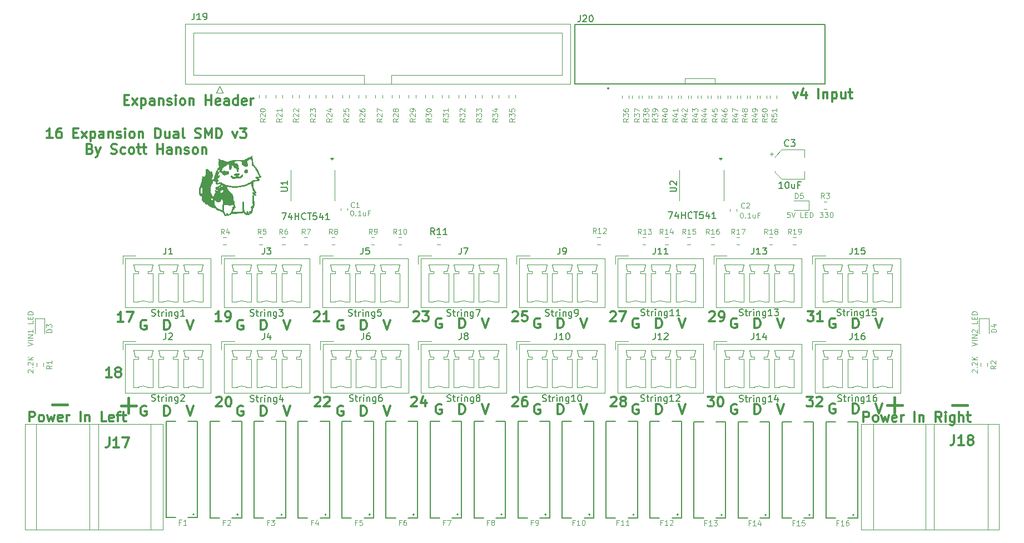
<source format=gbr>
%TF.GenerationSoftware,KiCad,Pcbnew,9.0.7*%
%TF.CreationDate,2026-01-16T01:14:38-05:00*%
%TF.ProjectId,PB_16,50425f31-362e-46b6-9963-61645f706362,v3*%
%TF.SameCoordinates,Original*%
%TF.FileFunction,Legend,Top*%
%TF.FilePolarity,Positive*%
%FSLAX46Y46*%
G04 Gerber Fmt 4.6, Leading zero omitted, Abs format (unit mm)*
G04 Created by KiCad (PCBNEW 9.0.7) date 2026-01-16 01:14:38*
%MOMM*%
%LPD*%
G01*
G04 APERTURE LIST*
%ADD10C,0.300000*%
%ADD11C,0.400000*%
%ADD12C,0.150000*%
%ADD13C,0.100000*%
%ADD14C,0.120000*%
%ADD15C,0.127000*%
%ADD16C,0.187000*%
%ADD17C,0.200000*%
%ADD18C,0.000000*%
G04 APERTURE END LIST*
D10*
X-97611343Y-5118057D02*
X-97754200Y-5046628D01*
X-97754200Y-5046628D02*
X-97968486Y-5046628D01*
X-97968486Y-5046628D02*
X-98182772Y-5118057D01*
X-98182772Y-5118057D02*
X-98325629Y-5260914D01*
X-98325629Y-5260914D02*
X-98397058Y-5403771D01*
X-98397058Y-5403771D02*
X-98468486Y-5689485D01*
X-98468486Y-5689485D02*
X-98468486Y-5903771D01*
X-98468486Y-5903771D02*
X-98397058Y-6189485D01*
X-98397058Y-6189485D02*
X-98325629Y-6332342D01*
X-98325629Y-6332342D02*
X-98182772Y-6475200D01*
X-98182772Y-6475200D02*
X-97968486Y-6546628D01*
X-97968486Y-6546628D02*
X-97825629Y-6546628D01*
X-97825629Y-6546628D02*
X-97611343Y-6475200D01*
X-97611343Y-6475200D02*
X-97539915Y-6403771D01*
X-97539915Y-6403771D02*
X-97539915Y-5903771D01*
X-97539915Y-5903771D02*
X-97825629Y-5903771D01*
X-79601058Y-6546628D02*
X-79601058Y-5046628D01*
X-79601058Y-5046628D02*
X-79243915Y-5046628D01*
X-79243915Y-5046628D02*
X-79029629Y-5118057D01*
X-79029629Y-5118057D02*
X-78886772Y-5260914D01*
X-78886772Y-5260914D02*
X-78815343Y-5403771D01*
X-78815343Y-5403771D02*
X-78743915Y-5689485D01*
X-78743915Y-5689485D02*
X-78743915Y-5903771D01*
X-78743915Y-5903771D02*
X-78815343Y-6189485D01*
X-78815343Y-6189485D02*
X-78886772Y-6332342D01*
X-78886772Y-6332342D02*
X-79029629Y-6475200D01*
X-79029629Y-6475200D02*
X-79243915Y-6546628D01*
X-79243915Y-6546628D02*
X-79601058Y-6546628D01*
X-31194200Y-4792628D02*
X-30694200Y-6292628D01*
X-30694200Y-6292628D02*
X-30194200Y-4792628D01*
X-34643058Y-6292628D02*
X-34643058Y-4792628D01*
X-34643058Y-4792628D02*
X-34285915Y-4792628D01*
X-34285915Y-4792628D02*
X-34071629Y-4864057D01*
X-34071629Y-4864057D02*
X-33928772Y-5006914D01*
X-33928772Y-5006914D02*
X-33857343Y-5149771D01*
X-33857343Y-5149771D02*
X-33785915Y-5435485D01*
X-33785915Y-5435485D02*
X-33785915Y-5649771D01*
X-33785915Y-5649771D02*
X-33857343Y-5935485D01*
X-33857343Y-5935485D02*
X-33928772Y-6078342D01*
X-33928772Y-6078342D02*
X-34071629Y-6221200D01*
X-34071629Y-6221200D02*
X-34285915Y-6292628D01*
X-34285915Y-6292628D02*
X-34643058Y-6292628D01*
X-16208200Y-4792628D02*
X-15708200Y-6292628D01*
X-15708200Y-6292628D02*
X-15208200Y-4792628D01*
X-82371343Y-5118057D02*
X-82514200Y-5046628D01*
X-82514200Y-5046628D02*
X-82728486Y-5046628D01*
X-82728486Y-5046628D02*
X-82942772Y-5118057D01*
X-82942772Y-5118057D02*
X-83085629Y-5260914D01*
X-83085629Y-5260914D02*
X-83157058Y-5403771D01*
X-83157058Y-5403771D02*
X-83228486Y-5689485D01*
X-83228486Y-5689485D02*
X-83228486Y-5903771D01*
X-83228486Y-5903771D02*
X-83157058Y-6189485D01*
X-83157058Y-6189485D02*
X-83085629Y-6332342D01*
X-83085629Y-6332342D02*
X-82942772Y-6475200D01*
X-82942772Y-6475200D02*
X-82728486Y-6546628D01*
X-82728486Y-6546628D02*
X-82585629Y-6546628D01*
X-82585629Y-6546628D02*
X-82371343Y-6475200D01*
X-82371343Y-6475200D02*
X-82299915Y-6403771D01*
X-82299915Y-6403771D02*
X-82299915Y-5903771D01*
X-82299915Y-5903771D02*
X-82585629Y-5903771D01*
X-22427343Y-4864057D02*
X-22570200Y-4792628D01*
X-22570200Y-4792628D02*
X-22784486Y-4792628D01*
X-22784486Y-4792628D02*
X-22998772Y-4864057D01*
X-22998772Y-4864057D02*
X-23141629Y-5006914D01*
X-23141629Y-5006914D02*
X-23213058Y-5149771D01*
X-23213058Y-5149771D02*
X-23284486Y-5435485D01*
X-23284486Y-5435485D02*
X-23284486Y-5649771D01*
X-23284486Y-5649771D02*
X-23213058Y-5935485D01*
X-23213058Y-5935485D02*
X-23141629Y-6078342D01*
X-23141629Y-6078342D02*
X-22998772Y-6221200D01*
X-22998772Y-6221200D02*
X-22784486Y-6292628D01*
X-22784486Y-6292628D02*
X-22641629Y-6292628D01*
X-22641629Y-6292628D02*
X-22427343Y-6221200D01*
X-22427343Y-6221200D02*
X-22355915Y-6149771D01*
X-22355915Y-6149771D02*
X-22355915Y-5649771D01*
X-22355915Y-5649771D02*
X-22641629Y-5649771D01*
X-1229200Y-4692628D02*
X-729200Y-6192628D01*
X-729200Y-6192628D02*
X-229200Y-4692628D01*
X-4678058Y-6192628D02*
X-4678058Y-4692628D01*
X-4678058Y-4692628D02*
X-4320915Y-4692628D01*
X-4320915Y-4692628D02*
X-4106629Y-4764057D01*
X-4106629Y-4764057D02*
X-3963772Y-4906914D01*
X-3963772Y-4906914D02*
X-3892343Y-5049771D01*
X-3892343Y-5049771D02*
X-3820915Y-5335485D01*
X-3820915Y-5335485D02*
X-3820915Y-5549771D01*
X-3820915Y-5549771D02*
X-3892343Y-5835485D01*
X-3892343Y-5835485D02*
X-3963772Y-5978342D01*
X-3963772Y-5978342D02*
X-4106629Y-6121200D01*
X-4106629Y-6121200D02*
X-4320915Y-6192628D01*
X-4320915Y-6192628D02*
X-4678058Y-6192628D01*
X-7448343Y-4764057D02*
X-7591200Y-4692628D01*
X-7591200Y-4692628D02*
X-7805486Y-4692628D01*
X-7805486Y-4692628D02*
X-8019772Y-4764057D01*
X-8019772Y-4764057D02*
X-8162629Y-4906914D01*
X-8162629Y-4906914D02*
X-8234058Y-5049771D01*
X-8234058Y-5049771D02*
X-8305486Y-5335485D01*
X-8305486Y-5335485D02*
X-8305486Y-5549771D01*
X-8305486Y-5549771D02*
X-8234058Y-5835485D01*
X-8234058Y-5835485D02*
X-8162629Y-5978342D01*
X-8162629Y-5978342D02*
X-8019772Y-6121200D01*
X-8019772Y-6121200D02*
X-7805486Y-6192628D01*
X-7805486Y-6192628D02*
X-7662629Y-6192628D01*
X-7662629Y-6192628D02*
X-7448343Y-6121200D01*
X-7448343Y-6121200D02*
X-7376915Y-6049771D01*
X-7376915Y-6049771D02*
X-7376915Y-5549771D01*
X-7376915Y-5549771D02*
X-7662629Y-5549771D01*
X-64615058Y-6292628D02*
X-64615058Y-4792628D01*
X-64615058Y-4792628D02*
X-64257915Y-4792628D01*
X-64257915Y-4792628D02*
X-64043629Y-4864057D01*
X-64043629Y-4864057D02*
X-63900772Y-5006914D01*
X-63900772Y-5006914D02*
X-63829343Y-5149771D01*
X-63829343Y-5149771D02*
X-63757915Y-5435485D01*
X-63757915Y-5435485D02*
X-63757915Y-5649771D01*
X-63757915Y-5649771D02*
X-63829343Y-5935485D01*
X-63829343Y-5935485D02*
X-63900772Y-6078342D01*
X-63900772Y-6078342D02*
X-64043629Y-6221200D01*
X-64043629Y-6221200D02*
X-64257915Y-6292628D01*
X-64257915Y-6292628D02*
X-64615058Y-6292628D01*
X-94841058Y-6546628D02*
X-94841058Y-5046628D01*
X-94841058Y-5046628D02*
X-94483915Y-5046628D01*
X-94483915Y-5046628D02*
X-94269629Y-5118057D01*
X-94269629Y-5118057D02*
X-94126772Y-5260914D01*
X-94126772Y-5260914D02*
X-94055343Y-5403771D01*
X-94055343Y-5403771D02*
X-93983915Y-5689485D01*
X-93983915Y-5689485D02*
X-93983915Y-5903771D01*
X-93983915Y-5903771D02*
X-94055343Y-6189485D01*
X-94055343Y-6189485D02*
X-94126772Y-6332342D01*
X-94126772Y-6332342D02*
X-94269629Y-6475200D01*
X-94269629Y-6475200D02*
X-94483915Y-6546628D01*
X-94483915Y-6546628D02*
X-94841058Y-6546628D01*
X-19657058Y-6292628D02*
X-19657058Y-4792628D01*
X-19657058Y-4792628D02*
X-19299915Y-4792628D01*
X-19299915Y-4792628D02*
X-19085629Y-4864057D01*
X-19085629Y-4864057D02*
X-18942772Y-5006914D01*
X-18942772Y-5006914D02*
X-18871343Y-5149771D01*
X-18871343Y-5149771D02*
X-18799915Y-5435485D01*
X-18799915Y-5435485D02*
X-18799915Y-5649771D01*
X-18799915Y-5649771D02*
X-18871343Y-5935485D01*
X-18871343Y-5935485D02*
X-18942772Y-6078342D01*
X-18942772Y-6078342D02*
X-19085629Y-6221200D01*
X-19085629Y-6221200D02*
X-19299915Y-6292628D01*
X-19299915Y-6292628D02*
X-19657058Y-6292628D01*
X-106124200Y-5046628D02*
X-105624200Y-6546628D01*
X-105624200Y-6546628D02*
X-105124200Y-5046628D01*
X-46180200Y-4792628D02*
X-45680200Y-6292628D01*
X-45680200Y-6292628D02*
X-45180200Y-4792628D01*
X-52399343Y-4864057D02*
X-52542200Y-4792628D01*
X-52542200Y-4792628D02*
X-52756486Y-4792628D01*
X-52756486Y-4792628D02*
X-52970772Y-4864057D01*
X-52970772Y-4864057D02*
X-53113629Y-5006914D01*
X-53113629Y-5006914D02*
X-53185058Y-5149771D01*
X-53185058Y-5149771D02*
X-53256486Y-5435485D01*
X-53256486Y-5435485D02*
X-53256486Y-5649771D01*
X-53256486Y-5649771D02*
X-53185058Y-5935485D01*
X-53185058Y-5935485D02*
X-53113629Y-6078342D01*
X-53113629Y-6078342D02*
X-52970772Y-6221200D01*
X-52970772Y-6221200D02*
X-52756486Y-6292628D01*
X-52756486Y-6292628D02*
X-52613629Y-6292628D01*
X-52613629Y-6292628D02*
X-52399343Y-6221200D01*
X-52399343Y-6221200D02*
X-52327915Y-6149771D01*
X-52327915Y-6149771D02*
X-52327915Y-5649771D01*
X-52327915Y-5649771D02*
X-52613629Y-5649771D01*
X-67385343Y-4864057D02*
X-67528200Y-4792628D01*
X-67528200Y-4792628D02*
X-67742486Y-4792628D01*
X-67742486Y-4792628D02*
X-67956772Y-4864057D01*
X-67956772Y-4864057D02*
X-68099629Y-5006914D01*
X-68099629Y-5006914D02*
X-68171058Y-5149771D01*
X-68171058Y-5149771D02*
X-68242486Y-5435485D01*
X-68242486Y-5435485D02*
X-68242486Y-5649771D01*
X-68242486Y-5649771D02*
X-68171058Y-5935485D01*
X-68171058Y-5935485D02*
X-68099629Y-6078342D01*
X-68099629Y-6078342D02*
X-67956772Y-6221200D01*
X-67956772Y-6221200D02*
X-67742486Y-6292628D01*
X-67742486Y-6292628D02*
X-67599629Y-6292628D01*
X-67599629Y-6292628D02*
X-67385343Y-6221200D01*
X-67385343Y-6221200D02*
X-67313915Y-6149771D01*
X-67313915Y-6149771D02*
X-67313915Y-5649771D01*
X-67313915Y-5649771D02*
X-67599629Y-5649771D01*
X-91392200Y-5046628D02*
X-90892200Y-6546628D01*
X-90892200Y-6546628D02*
X-90392200Y-5046628D01*
X-112343343Y-5118057D02*
X-112486200Y-5046628D01*
X-112486200Y-5046628D02*
X-112700486Y-5046628D01*
X-112700486Y-5046628D02*
X-112914772Y-5118057D01*
X-112914772Y-5118057D02*
X-113057629Y-5260914D01*
X-113057629Y-5260914D02*
X-113129058Y-5403771D01*
X-113129058Y-5403771D02*
X-113200486Y-5689485D01*
X-113200486Y-5689485D02*
X-113200486Y-5903771D01*
X-113200486Y-5903771D02*
X-113129058Y-6189485D01*
X-113129058Y-6189485D02*
X-113057629Y-6332342D01*
X-113057629Y-6332342D02*
X-112914772Y-6475200D01*
X-112914772Y-6475200D02*
X-112700486Y-6546628D01*
X-112700486Y-6546628D02*
X-112557629Y-6546628D01*
X-112557629Y-6546628D02*
X-112343343Y-6475200D01*
X-112343343Y-6475200D02*
X-112271915Y-6403771D01*
X-112271915Y-6403771D02*
X-112271915Y-5903771D01*
X-112271915Y-5903771D02*
X-112557629Y-5903771D01*
X-109573058Y-6546628D02*
X-109573058Y-5046628D01*
X-109573058Y-5046628D02*
X-109215915Y-5046628D01*
X-109215915Y-5046628D02*
X-109001629Y-5118057D01*
X-109001629Y-5118057D02*
X-108858772Y-5260914D01*
X-108858772Y-5260914D02*
X-108787343Y-5403771D01*
X-108787343Y-5403771D02*
X-108715915Y-5689485D01*
X-108715915Y-5689485D02*
X-108715915Y-5903771D01*
X-108715915Y-5903771D02*
X-108787343Y-6189485D01*
X-108787343Y-6189485D02*
X-108858772Y-6332342D01*
X-108858772Y-6332342D02*
X-109001629Y-6475200D01*
X-109001629Y-6475200D02*
X-109215915Y-6546628D01*
X-109215915Y-6546628D02*
X-109573058Y-6546628D01*
X-61166200Y-4792628D02*
X-60666200Y-6292628D01*
X-60666200Y-6292628D02*
X-60166200Y-4792628D01*
X-76152200Y-5046628D02*
X-75652200Y-6546628D01*
X-75652200Y-6546628D02*
X-75152200Y-5046628D01*
X-49629058Y-6292628D02*
X-49629058Y-4792628D01*
X-49629058Y-4792628D02*
X-49271915Y-4792628D01*
X-49271915Y-4792628D02*
X-49057629Y-4864057D01*
X-49057629Y-4864057D02*
X-48914772Y-5006914D01*
X-48914772Y-5006914D02*
X-48843343Y-5149771D01*
X-48843343Y-5149771D02*
X-48771915Y-5435485D01*
X-48771915Y-5435485D02*
X-48771915Y-5649771D01*
X-48771915Y-5649771D02*
X-48843343Y-5935485D01*
X-48843343Y-5935485D02*
X-48914772Y-6078342D01*
X-48914772Y-6078342D02*
X-49057629Y-6221200D01*
X-49057629Y-6221200D02*
X-49271915Y-6292628D01*
X-49271915Y-6292628D02*
X-49629058Y-6292628D01*
X-37413343Y-4864057D02*
X-37556200Y-4792628D01*
X-37556200Y-4792628D02*
X-37770486Y-4792628D01*
X-37770486Y-4792628D02*
X-37984772Y-4864057D01*
X-37984772Y-4864057D02*
X-38127629Y-5006914D01*
X-38127629Y-5006914D02*
X-38199058Y-5149771D01*
X-38199058Y-5149771D02*
X-38270486Y-5435485D01*
X-38270486Y-5435485D02*
X-38270486Y-5649771D01*
X-38270486Y-5649771D02*
X-38199058Y-5935485D01*
X-38199058Y-5935485D02*
X-38127629Y-6078342D01*
X-38127629Y-6078342D02*
X-37984772Y-6221200D01*
X-37984772Y-6221200D02*
X-37770486Y-6292628D01*
X-37770486Y-6292628D02*
X-37627629Y-6292628D01*
X-37627629Y-6292628D02*
X-37413343Y-6221200D01*
X-37413343Y-6221200D02*
X-37341915Y-6149771D01*
X-37341915Y-6149771D02*
X-37341915Y-5649771D01*
X-37341915Y-5649771D02*
X-37627629Y-5649771D01*
X-109580058Y6539372D02*
X-109580058Y8039372D01*
X-109580058Y8039372D02*
X-109222915Y8039372D01*
X-109222915Y8039372D02*
X-109008629Y7967943D01*
X-109008629Y7967943D02*
X-108865772Y7825086D01*
X-108865772Y7825086D02*
X-108794343Y7682229D01*
X-108794343Y7682229D02*
X-108722915Y7396515D01*
X-108722915Y7396515D02*
X-108722915Y7182229D01*
X-108722915Y7182229D02*
X-108794343Y6896515D01*
X-108794343Y6896515D02*
X-108865772Y6753658D01*
X-108865772Y6753658D02*
X-109008629Y6610800D01*
X-109008629Y6610800D02*
X-109222915Y6539372D01*
X-109222915Y6539372D02*
X-109580058Y6539372D01*
X-112350343Y7967943D02*
X-112493200Y8039372D01*
X-112493200Y8039372D02*
X-112707486Y8039372D01*
X-112707486Y8039372D02*
X-112921772Y7967943D01*
X-112921772Y7967943D02*
X-113064629Y7825086D01*
X-113064629Y7825086D02*
X-113136058Y7682229D01*
X-113136058Y7682229D02*
X-113207486Y7396515D01*
X-113207486Y7396515D02*
X-113207486Y7182229D01*
X-113207486Y7182229D02*
X-113136058Y6896515D01*
X-113136058Y6896515D02*
X-113064629Y6753658D01*
X-113064629Y6753658D02*
X-112921772Y6610800D01*
X-112921772Y6610800D02*
X-112707486Y6539372D01*
X-112707486Y6539372D02*
X-112564629Y6539372D01*
X-112564629Y6539372D02*
X-112350343Y6610800D01*
X-112350343Y6610800D02*
X-112278915Y6682229D01*
X-112278915Y6682229D02*
X-112278915Y7182229D01*
X-112278915Y7182229D02*
X-112564629Y7182229D01*
X-106131200Y8039372D02*
X-105631200Y6539372D01*
X-105631200Y6539372D02*
X-105131200Y8039372D01*
D11*
X500942Y-4944300D02*
X2786657Y-4944300D01*
X1643799Y-6087157D02*
X1643799Y-3801442D01*
D10*
X-126587628Y35739830D02*
X-127444771Y35739830D01*
X-127016200Y35739830D02*
X-127016200Y37239830D01*
X-127016200Y37239830D02*
X-127159057Y37025544D01*
X-127159057Y37025544D02*
X-127301914Y36882687D01*
X-127301914Y36882687D02*
X-127444771Y36811258D01*
X-125301914Y37239830D02*
X-125587629Y37239830D01*
X-125587629Y37239830D02*
X-125730486Y37168401D01*
X-125730486Y37168401D02*
X-125801914Y37096973D01*
X-125801914Y37096973D02*
X-125944772Y36882687D01*
X-125944772Y36882687D02*
X-126016200Y36596973D01*
X-126016200Y36596973D02*
X-126016200Y36025544D01*
X-126016200Y36025544D02*
X-125944772Y35882687D01*
X-125944772Y35882687D02*
X-125873343Y35811258D01*
X-125873343Y35811258D02*
X-125730486Y35739830D01*
X-125730486Y35739830D02*
X-125444772Y35739830D01*
X-125444772Y35739830D02*
X-125301914Y35811258D01*
X-125301914Y35811258D02*
X-125230486Y35882687D01*
X-125230486Y35882687D02*
X-125159057Y36025544D01*
X-125159057Y36025544D02*
X-125159057Y36382687D01*
X-125159057Y36382687D02*
X-125230486Y36525544D01*
X-125230486Y36525544D02*
X-125301914Y36596973D01*
X-125301914Y36596973D02*
X-125444772Y36668401D01*
X-125444772Y36668401D02*
X-125730486Y36668401D01*
X-125730486Y36668401D02*
X-125873343Y36596973D01*
X-125873343Y36596973D02*
X-125944772Y36525544D01*
X-125944772Y36525544D02*
X-126016200Y36382687D01*
X-123373344Y36525544D02*
X-122873344Y36525544D01*
X-122659058Y35739830D02*
X-123373344Y35739830D01*
X-123373344Y35739830D02*
X-123373344Y37239830D01*
X-123373344Y37239830D02*
X-122659058Y37239830D01*
X-122159058Y35739830D02*
X-121373343Y36739830D01*
X-122159058Y36739830D02*
X-121373343Y35739830D01*
X-120801915Y36739830D02*
X-120801915Y35239830D01*
X-120801915Y36668401D02*
X-120659057Y36739830D01*
X-120659057Y36739830D02*
X-120373343Y36739830D01*
X-120373343Y36739830D02*
X-120230486Y36668401D01*
X-120230486Y36668401D02*
X-120159057Y36596973D01*
X-120159057Y36596973D02*
X-120087629Y36454116D01*
X-120087629Y36454116D02*
X-120087629Y36025544D01*
X-120087629Y36025544D02*
X-120159057Y35882687D01*
X-120159057Y35882687D02*
X-120230486Y35811258D01*
X-120230486Y35811258D02*
X-120373343Y35739830D01*
X-120373343Y35739830D02*
X-120659057Y35739830D01*
X-120659057Y35739830D02*
X-120801915Y35811258D01*
X-118801914Y35739830D02*
X-118801914Y36525544D01*
X-118801914Y36525544D02*
X-118873343Y36668401D01*
X-118873343Y36668401D02*
X-119016200Y36739830D01*
X-119016200Y36739830D02*
X-119301914Y36739830D01*
X-119301914Y36739830D02*
X-119444772Y36668401D01*
X-118801914Y35811258D02*
X-118944772Y35739830D01*
X-118944772Y35739830D02*
X-119301914Y35739830D01*
X-119301914Y35739830D02*
X-119444772Y35811258D01*
X-119444772Y35811258D02*
X-119516200Y35954116D01*
X-119516200Y35954116D02*
X-119516200Y36096973D01*
X-119516200Y36096973D02*
X-119444772Y36239830D01*
X-119444772Y36239830D02*
X-119301914Y36311258D01*
X-119301914Y36311258D02*
X-118944772Y36311258D01*
X-118944772Y36311258D02*
X-118801914Y36382687D01*
X-118087629Y36739830D02*
X-118087629Y35739830D01*
X-118087629Y36596973D02*
X-118016200Y36668401D01*
X-118016200Y36668401D02*
X-117873343Y36739830D01*
X-117873343Y36739830D02*
X-117659057Y36739830D01*
X-117659057Y36739830D02*
X-117516200Y36668401D01*
X-117516200Y36668401D02*
X-117444771Y36525544D01*
X-117444771Y36525544D02*
X-117444771Y35739830D01*
X-116801914Y35811258D02*
X-116659057Y35739830D01*
X-116659057Y35739830D02*
X-116373343Y35739830D01*
X-116373343Y35739830D02*
X-116230486Y35811258D01*
X-116230486Y35811258D02*
X-116159057Y35954116D01*
X-116159057Y35954116D02*
X-116159057Y36025544D01*
X-116159057Y36025544D02*
X-116230486Y36168401D01*
X-116230486Y36168401D02*
X-116373343Y36239830D01*
X-116373343Y36239830D02*
X-116587628Y36239830D01*
X-116587628Y36239830D02*
X-116730486Y36311258D01*
X-116730486Y36311258D02*
X-116801914Y36454116D01*
X-116801914Y36454116D02*
X-116801914Y36525544D01*
X-116801914Y36525544D02*
X-116730486Y36668401D01*
X-116730486Y36668401D02*
X-116587628Y36739830D01*
X-116587628Y36739830D02*
X-116373343Y36739830D01*
X-116373343Y36739830D02*
X-116230486Y36668401D01*
X-115516200Y35739830D02*
X-115516200Y36739830D01*
X-115516200Y37239830D02*
X-115587628Y37168401D01*
X-115587628Y37168401D02*
X-115516200Y37096973D01*
X-115516200Y37096973D02*
X-115444771Y37168401D01*
X-115444771Y37168401D02*
X-115516200Y37239830D01*
X-115516200Y37239830D02*
X-115516200Y37096973D01*
X-114587628Y35739830D02*
X-114730485Y35811258D01*
X-114730485Y35811258D02*
X-114801914Y35882687D01*
X-114801914Y35882687D02*
X-114873342Y36025544D01*
X-114873342Y36025544D02*
X-114873342Y36454116D01*
X-114873342Y36454116D02*
X-114801914Y36596973D01*
X-114801914Y36596973D02*
X-114730485Y36668401D01*
X-114730485Y36668401D02*
X-114587628Y36739830D01*
X-114587628Y36739830D02*
X-114373342Y36739830D01*
X-114373342Y36739830D02*
X-114230485Y36668401D01*
X-114230485Y36668401D02*
X-114159056Y36596973D01*
X-114159056Y36596973D02*
X-114087628Y36454116D01*
X-114087628Y36454116D02*
X-114087628Y36025544D01*
X-114087628Y36025544D02*
X-114159056Y35882687D01*
X-114159056Y35882687D02*
X-114230485Y35811258D01*
X-114230485Y35811258D02*
X-114373342Y35739830D01*
X-114373342Y35739830D02*
X-114587628Y35739830D01*
X-113444771Y36739830D02*
X-113444771Y35739830D01*
X-113444771Y36596973D02*
X-113373342Y36668401D01*
X-113373342Y36668401D02*
X-113230485Y36739830D01*
X-113230485Y36739830D02*
X-113016199Y36739830D01*
X-113016199Y36739830D02*
X-112873342Y36668401D01*
X-112873342Y36668401D02*
X-112801913Y36525544D01*
X-112801913Y36525544D02*
X-112801913Y35739830D01*
X-110944771Y35739830D02*
X-110944771Y37239830D01*
X-110944771Y37239830D02*
X-110587628Y37239830D01*
X-110587628Y37239830D02*
X-110373342Y37168401D01*
X-110373342Y37168401D02*
X-110230485Y37025544D01*
X-110230485Y37025544D02*
X-110159056Y36882687D01*
X-110159056Y36882687D02*
X-110087628Y36596973D01*
X-110087628Y36596973D02*
X-110087628Y36382687D01*
X-110087628Y36382687D02*
X-110159056Y36096973D01*
X-110159056Y36096973D02*
X-110230485Y35954116D01*
X-110230485Y35954116D02*
X-110373342Y35811258D01*
X-110373342Y35811258D02*
X-110587628Y35739830D01*
X-110587628Y35739830D02*
X-110944771Y35739830D01*
X-108801913Y36739830D02*
X-108801913Y35739830D01*
X-109444771Y36739830D02*
X-109444771Y35954116D01*
X-109444771Y35954116D02*
X-109373342Y35811258D01*
X-109373342Y35811258D02*
X-109230485Y35739830D01*
X-109230485Y35739830D02*
X-109016199Y35739830D01*
X-109016199Y35739830D02*
X-108873342Y35811258D01*
X-108873342Y35811258D02*
X-108801913Y35882687D01*
X-107444770Y35739830D02*
X-107444770Y36525544D01*
X-107444770Y36525544D02*
X-107516199Y36668401D01*
X-107516199Y36668401D02*
X-107659056Y36739830D01*
X-107659056Y36739830D02*
X-107944770Y36739830D01*
X-107944770Y36739830D02*
X-108087628Y36668401D01*
X-107444770Y35811258D02*
X-107587628Y35739830D01*
X-107587628Y35739830D02*
X-107944770Y35739830D01*
X-107944770Y35739830D02*
X-108087628Y35811258D01*
X-108087628Y35811258D02*
X-108159056Y35954116D01*
X-108159056Y35954116D02*
X-108159056Y36096973D01*
X-108159056Y36096973D02*
X-108087628Y36239830D01*
X-108087628Y36239830D02*
X-107944770Y36311258D01*
X-107944770Y36311258D02*
X-107587628Y36311258D01*
X-107587628Y36311258D02*
X-107444770Y36382687D01*
X-106516199Y35739830D02*
X-106659056Y35811258D01*
X-106659056Y35811258D02*
X-106730485Y35954116D01*
X-106730485Y35954116D02*
X-106730485Y37239830D01*
X-104873342Y35811258D02*
X-104659056Y35739830D01*
X-104659056Y35739830D02*
X-104301914Y35739830D01*
X-104301914Y35739830D02*
X-104159056Y35811258D01*
X-104159056Y35811258D02*
X-104087628Y35882687D01*
X-104087628Y35882687D02*
X-104016199Y36025544D01*
X-104016199Y36025544D02*
X-104016199Y36168401D01*
X-104016199Y36168401D02*
X-104087628Y36311258D01*
X-104087628Y36311258D02*
X-104159056Y36382687D01*
X-104159056Y36382687D02*
X-104301914Y36454116D01*
X-104301914Y36454116D02*
X-104587628Y36525544D01*
X-104587628Y36525544D02*
X-104730485Y36596973D01*
X-104730485Y36596973D02*
X-104801914Y36668401D01*
X-104801914Y36668401D02*
X-104873342Y36811258D01*
X-104873342Y36811258D02*
X-104873342Y36954116D01*
X-104873342Y36954116D02*
X-104801914Y37096973D01*
X-104801914Y37096973D02*
X-104730485Y37168401D01*
X-104730485Y37168401D02*
X-104587628Y37239830D01*
X-104587628Y37239830D02*
X-104230485Y37239830D01*
X-104230485Y37239830D02*
X-104016199Y37168401D01*
X-103373343Y35739830D02*
X-103373343Y37239830D01*
X-103373343Y37239830D02*
X-102873343Y36168401D01*
X-102873343Y36168401D02*
X-102373343Y37239830D01*
X-102373343Y37239830D02*
X-102373343Y35739830D01*
X-101659057Y35739830D02*
X-101659057Y37239830D01*
X-101659057Y37239830D02*
X-101301914Y37239830D01*
X-101301914Y37239830D02*
X-101087628Y37168401D01*
X-101087628Y37168401D02*
X-100944771Y37025544D01*
X-100944771Y37025544D02*
X-100873342Y36882687D01*
X-100873342Y36882687D02*
X-100801914Y36596973D01*
X-100801914Y36596973D02*
X-100801914Y36382687D01*
X-100801914Y36382687D02*
X-100873342Y36096973D01*
X-100873342Y36096973D02*
X-100944771Y35954116D01*
X-100944771Y35954116D02*
X-101087628Y35811258D01*
X-101087628Y35811258D02*
X-101301914Y35739830D01*
X-101301914Y35739830D02*
X-101659057Y35739830D01*
X-99159057Y36739830D02*
X-98801914Y35739830D01*
X-98801914Y35739830D02*
X-98444771Y36739830D01*
X-98016200Y37239830D02*
X-97087628Y37239830D01*
X-97087628Y37239830D02*
X-97587628Y36668401D01*
X-97587628Y36668401D02*
X-97373343Y36668401D01*
X-97373343Y36668401D02*
X-97230485Y36596973D01*
X-97230485Y36596973D02*
X-97159057Y36525544D01*
X-97159057Y36525544D02*
X-97087628Y36382687D01*
X-97087628Y36382687D02*
X-97087628Y36025544D01*
X-97087628Y36025544D02*
X-97159057Y35882687D01*
X-97159057Y35882687D02*
X-97230485Y35811258D01*
X-97230485Y35811258D02*
X-97373343Y35739830D01*
X-97373343Y35739830D02*
X-97801914Y35739830D01*
X-97801914Y35739830D02*
X-97944771Y35811258D01*
X-97944771Y35811258D02*
X-98016200Y35882687D01*
X-120873344Y34110628D02*
X-120659058Y34039200D01*
X-120659058Y34039200D02*
X-120587629Y33967771D01*
X-120587629Y33967771D02*
X-120516201Y33824914D01*
X-120516201Y33824914D02*
X-120516201Y33610628D01*
X-120516201Y33610628D02*
X-120587629Y33467771D01*
X-120587629Y33467771D02*
X-120659058Y33396342D01*
X-120659058Y33396342D02*
X-120801915Y33324914D01*
X-120801915Y33324914D02*
X-121373344Y33324914D01*
X-121373344Y33324914D02*
X-121373344Y34824914D01*
X-121373344Y34824914D02*
X-120873344Y34824914D01*
X-120873344Y34824914D02*
X-120730486Y34753485D01*
X-120730486Y34753485D02*
X-120659058Y34682057D01*
X-120659058Y34682057D02*
X-120587629Y34539200D01*
X-120587629Y34539200D02*
X-120587629Y34396342D01*
X-120587629Y34396342D02*
X-120659058Y34253485D01*
X-120659058Y34253485D02*
X-120730486Y34182057D01*
X-120730486Y34182057D02*
X-120873344Y34110628D01*
X-120873344Y34110628D02*
X-121373344Y34110628D01*
X-120016201Y34324914D02*
X-119659058Y33324914D01*
X-119301915Y34324914D02*
X-119659058Y33324914D01*
X-119659058Y33324914D02*
X-119801915Y32967771D01*
X-119801915Y32967771D02*
X-119873344Y32896342D01*
X-119873344Y32896342D02*
X-120016201Y32824914D01*
X-117659058Y33396342D02*
X-117444772Y33324914D01*
X-117444772Y33324914D02*
X-117087630Y33324914D01*
X-117087630Y33324914D02*
X-116944772Y33396342D01*
X-116944772Y33396342D02*
X-116873344Y33467771D01*
X-116873344Y33467771D02*
X-116801915Y33610628D01*
X-116801915Y33610628D02*
X-116801915Y33753485D01*
X-116801915Y33753485D02*
X-116873344Y33896342D01*
X-116873344Y33896342D02*
X-116944772Y33967771D01*
X-116944772Y33967771D02*
X-117087630Y34039200D01*
X-117087630Y34039200D02*
X-117373344Y34110628D01*
X-117373344Y34110628D02*
X-117516201Y34182057D01*
X-117516201Y34182057D02*
X-117587630Y34253485D01*
X-117587630Y34253485D02*
X-117659058Y34396342D01*
X-117659058Y34396342D02*
X-117659058Y34539200D01*
X-117659058Y34539200D02*
X-117587630Y34682057D01*
X-117587630Y34682057D02*
X-117516201Y34753485D01*
X-117516201Y34753485D02*
X-117373344Y34824914D01*
X-117373344Y34824914D02*
X-117016201Y34824914D01*
X-117016201Y34824914D02*
X-116801915Y34753485D01*
X-115516201Y33396342D02*
X-115659059Y33324914D01*
X-115659059Y33324914D02*
X-115944773Y33324914D01*
X-115944773Y33324914D02*
X-116087630Y33396342D01*
X-116087630Y33396342D02*
X-116159059Y33467771D01*
X-116159059Y33467771D02*
X-116230487Y33610628D01*
X-116230487Y33610628D02*
X-116230487Y34039200D01*
X-116230487Y34039200D02*
X-116159059Y34182057D01*
X-116159059Y34182057D02*
X-116087630Y34253485D01*
X-116087630Y34253485D02*
X-115944773Y34324914D01*
X-115944773Y34324914D02*
X-115659059Y34324914D01*
X-115659059Y34324914D02*
X-115516201Y34253485D01*
X-114659059Y33324914D02*
X-114801916Y33396342D01*
X-114801916Y33396342D02*
X-114873345Y33467771D01*
X-114873345Y33467771D02*
X-114944773Y33610628D01*
X-114944773Y33610628D02*
X-114944773Y34039200D01*
X-114944773Y34039200D02*
X-114873345Y34182057D01*
X-114873345Y34182057D02*
X-114801916Y34253485D01*
X-114801916Y34253485D02*
X-114659059Y34324914D01*
X-114659059Y34324914D02*
X-114444773Y34324914D01*
X-114444773Y34324914D02*
X-114301916Y34253485D01*
X-114301916Y34253485D02*
X-114230487Y34182057D01*
X-114230487Y34182057D02*
X-114159059Y34039200D01*
X-114159059Y34039200D02*
X-114159059Y33610628D01*
X-114159059Y33610628D02*
X-114230487Y33467771D01*
X-114230487Y33467771D02*
X-114301916Y33396342D01*
X-114301916Y33396342D02*
X-114444773Y33324914D01*
X-114444773Y33324914D02*
X-114659059Y33324914D01*
X-113730487Y34324914D02*
X-113159059Y34324914D01*
X-113516202Y34824914D02*
X-113516202Y33539200D01*
X-113516202Y33539200D02*
X-113444773Y33396342D01*
X-113444773Y33396342D02*
X-113301916Y33324914D01*
X-113301916Y33324914D02*
X-113159059Y33324914D01*
X-112873344Y34324914D02*
X-112301916Y34324914D01*
X-112659059Y34824914D02*
X-112659059Y33539200D01*
X-112659059Y33539200D02*
X-112587630Y33396342D01*
X-112587630Y33396342D02*
X-112444773Y33324914D01*
X-112444773Y33324914D02*
X-112301916Y33324914D01*
X-110659059Y33324914D02*
X-110659059Y34824914D01*
X-110659059Y34110628D02*
X-109801916Y34110628D01*
X-109801916Y33324914D02*
X-109801916Y34824914D01*
X-108444772Y33324914D02*
X-108444772Y34110628D01*
X-108444772Y34110628D02*
X-108516201Y34253485D01*
X-108516201Y34253485D02*
X-108659058Y34324914D01*
X-108659058Y34324914D02*
X-108944772Y34324914D01*
X-108944772Y34324914D02*
X-109087630Y34253485D01*
X-108444772Y33396342D02*
X-108587630Y33324914D01*
X-108587630Y33324914D02*
X-108944772Y33324914D01*
X-108944772Y33324914D02*
X-109087630Y33396342D01*
X-109087630Y33396342D02*
X-109159058Y33539200D01*
X-109159058Y33539200D02*
X-109159058Y33682057D01*
X-109159058Y33682057D02*
X-109087630Y33824914D01*
X-109087630Y33824914D02*
X-108944772Y33896342D01*
X-108944772Y33896342D02*
X-108587630Y33896342D01*
X-108587630Y33896342D02*
X-108444772Y33967771D01*
X-107730487Y34324914D02*
X-107730487Y33324914D01*
X-107730487Y34182057D02*
X-107659058Y34253485D01*
X-107659058Y34253485D02*
X-107516201Y34324914D01*
X-107516201Y34324914D02*
X-107301915Y34324914D01*
X-107301915Y34324914D02*
X-107159058Y34253485D01*
X-107159058Y34253485D02*
X-107087629Y34110628D01*
X-107087629Y34110628D02*
X-107087629Y33324914D01*
X-106444772Y33396342D02*
X-106301915Y33324914D01*
X-106301915Y33324914D02*
X-106016201Y33324914D01*
X-106016201Y33324914D02*
X-105873344Y33396342D01*
X-105873344Y33396342D02*
X-105801915Y33539200D01*
X-105801915Y33539200D02*
X-105801915Y33610628D01*
X-105801915Y33610628D02*
X-105873344Y33753485D01*
X-105873344Y33753485D02*
X-106016201Y33824914D01*
X-106016201Y33824914D02*
X-106230486Y33824914D01*
X-106230486Y33824914D02*
X-106373344Y33896342D01*
X-106373344Y33896342D02*
X-106444772Y34039200D01*
X-106444772Y34039200D02*
X-106444772Y34110628D01*
X-106444772Y34110628D02*
X-106373344Y34253485D01*
X-106373344Y34253485D02*
X-106230486Y34324914D01*
X-106230486Y34324914D02*
X-106016201Y34324914D01*
X-106016201Y34324914D02*
X-105873344Y34253485D01*
X-104944772Y33324914D02*
X-105087629Y33396342D01*
X-105087629Y33396342D02*
X-105159058Y33467771D01*
X-105159058Y33467771D02*
X-105230486Y33610628D01*
X-105230486Y33610628D02*
X-105230486Y34039200D01*
X-105230486Y34039200D02*
X-105159058Y34182057D01*
X-105159058Y34182057D02*
X-105087629Y34253485D01*
X-105087629Y34253485D02*
X-104944772Y34324914D01*
X-104944772Y34324914D02*
X-104730486Y34324914D01*
X-104730486Y34324914D02*
X-104587629Y34253485D01*
X-104587629Y34253485D02*
X-104516200Y34182057D01*
X-104516200Y34182057D02*
X-104444772Y34039200D01*
X-104444772Y34039200D02*
X-104444772Y33610628D01*
X-104444772Y33610628D02*
X-104516200Y33467771D01*
X-104516200Y33467771D02*
X-104587629Y33396342D01*
X-104587629Y33396342D02*
X-104730486Y33324914D01*
X-104730486Y33324914D02*
X-104944772Y33324914D01*
X-103801915Y34324914D02*
X-103801915Y33324914D01*
X-103801915Y34182057D02*
X-103730486Y34253485D01*
X-103730486Y34253485D02*
X-103587629Y34324914D01*
X-103587629Y34324914D02*
X-103373343Y34324914D01*
X-103373343Y34324914D02*
X-103230486Y34253485D01*
X-103230486Y34253485D02*
X-103159057Y34110628D01*
X-103159057Y34110628D02*
X-103159057Y33324914D01*
X-115781914Y7749572D02*
X-116639057Y7749572D01*
X-116210486Y7749572D02*
X-116210486Y9249572D01*
X-116210486Y9249572D02*
X-116353343Y9035286D01*
X-116353343Y9035286D02*
X-116496200Y8892429D01*
X-116496200Y8892429D02*
X-116639057Y8821000D01*
X-115281915Y9249572D02*
X-114281915Y9249572D01*
X-114281915Y9249572D02*
X-114924772Y7749572D01*
X-86639057Y-3793285D02*
X-86567629Y-3721857D01*
X-86567629Y-3721857D02*
X-86424771Y-3650428D01*
X-86424771Y-3650428D02*
X-86067629Y-3650428D01*
X-86067629Y-3650428D02*
X-85924771Y-3721857D01*
X-85924771Y-3721857D02*
X-85853343Y-3793285D01*
X-85853343Y-3793285D02*
X-85781914Y-3936142D01*
X-85781914Y-3936142D02*
X-85781914Y-4079000D01*
X-85781914Y-4079000D02*
X-85853343Y-4293285D01*
X-85853343Y-4293285D02*
X-86710486Y-5150428D01*
X-86710486Y-5150428D02*
X-85781914Y-5150428D01*
X-85210486Y-3793285D02*
X-85139058Y-3721857D01*
X-85139058Y-3721857D02*
X-84996200Y-3650428D01*
X-84996200Y-3650428D02*
X-84639058Y-3650428D01*
X-84639058Y-3650428D02*
X-84496200Y-3721857D01*
X-84496200Y-3721857D02*
X-84424772Y-3793285D01*
X-84424772Y-3793285D02*
X-84353343Y-3936142D01*
X-84353343Y-3936142D02*
X-84353343Y-4079000D01*
X-84353343Y-4079000D02*
X-84424772Y-4293285D01*
X-84424772Y-4293285D02*
X-85281915Y-5150428D01*
X-85281915Y-5150428D02*
X-84353343Y-5150428D01*
X-11610486Y9349572D02*
X-10681914Y9349572D01*
X-10681914Y9349572D02*
X-11181914Y8778143D01*
X-11181914Y8778143D02*
X-10967629Y8778143D01*
X-10967629Y8778143D02*
X-10824771Y8706715D01*
X-10824771Y8706715D02*
X-10753343Y8635286D01*
X-10753343Y8635286D02*
X-10681914Y8492429D01*
X-10681914Y8492429D02*
X-10681914Y8135286D01*
X-10681914Y8135286D02*
X-10753343Y7992429D01*
X-10753343Y7992429D02*
X-10824771Y7921000D01*
X-10824771Y7921000D02*
X-10967629Y7849572D01*
X-10967629Y7849572D02*
X-11396200Y7849572D01*
X-11396200Y7849572D02*
X-11539057Y7921000D01*
X-11539057Y7921000D02*
X-11610486Y7992429D01*
X-9253343Y7849572D02*
X-10110486Y7849572D01*
X-9681915Y7849572D02*
X-9681915Y9349572D01*
X-9681915Y9349572D02*
X-9824772Y9135286D01*
X-9824772Y9135286D02*
X-9967629Y8992429D01*
X-9967629Y8992429D02*
X-10110486Y8921000D01*
X-91399200Y8039372D02*
X-90899200Y6539372D01*
X-90899200Y6539372D02*
X-90399200Y8039372D01*
D11*
X10424942Y-4986500D02*
X12710657Y-4986500D01*
D10*
X-71639057Y9206715D02*
X-71567629Y9278143D01*
X-71567629Y9278143D02*
X-71424771Y9349572D01*
X-71424771Y9349572D02*
X-71067629Y9349572D01*
X-71067629Y9349572D02*
X-70924771Y9278143D01*
X-70924771Y9278143D02*
X-70853343Y9206715D01*
X-70853343Y9206715D02*
X-70781914Y9063858D01*
X-70781914Y9063858D02*
X-70781914Y8921000D01*
X-70781914Y8921000D02*
X-70853343Y8706715D01*
X-70853343Y8706715D02*
X-71710486Y7849572D01*
X-71710486Y7849572D02*
X-70781914Y7849572D01*
X-70281915Y9349572D02*
X-69353343Y9349572D01*
X-69353343Y9349572D02*
X-69853343Y8778143D01*
X-69853343Y8778143D02*
X-69639058Y8778143D01*
X-69639058Y8778143D02*
X-69496200Y8706715D01*
X-69496200Y8706715D02*
X-69424772Y8635286D01*
X-69424772Y8635286D02*
X-69353343Y8492429D01*
X-69353343Y8492429D02*
X-69353343Y8135286D01*
X-69353343Y8135286D02*
X-69424772Y7992429D01*
X-69424772Y7992429D02*
X-69496200Y7921000D01*
X-69496200Y7921000D02*
X-69639058Y7849572D01*
X-69639058Y7849572D02*
X-70067629Y7849572D01*
X-70067629Y7849572D02*
X-70210486Y7921000D01*
X-70210486Y7921000D02*
X-70281915Y7992429D01*
X-76159200Y8039372D02*
X-75659200Y6539372D01*
X-75659200Y6539372D02*
X-75159200Y8039372D01*
X-56539057Y9206715D02*
X-56467629Y9278143D01*
X-56467629Y9278143D02*
X-56324771Y9349572D01*
X-56324771Y9349572D02*
X-55967629Y9349572D01*
X-55967629Y9349572D02*
X-55824771Y9278143D01*
X-55824771Y9278143D02*
X-55753343Y9206715D01*
X-55753343Y9206715D02*
X-55681914Y9063858D01*
X-55681914Y9063858D02*
X-55681914Y8921000D01*
X-55681914Y8921000D02*
X-55753343Y8706715D01*
X-55753343Y8706715D02*
X-56610486Y7849572D01*
X-56610486Y7849572D02*
X-55681914Y7849572D01*
X-54324772Y9349572D02*
X-55039058Y9349572D01*
X-55039058Y9349572D02*
X-55110486Y8635286D01*
X-55110486Y8635286D02*
X-55039058Y8706715D01*
X-55039058Y8706715D02*
X-54896200Y8778143D01*
X-54896200Y8778143D02*
X-54539058Y8778143D01*
X-54539058Y8778143D02*
X-54396200Y8706715D01*
X-54396200Y8706715D02*
X-54324772Y8635286D01*
X-54324772Y8635286D02*
X-54253343Y8492429D01*
X-54253343Y8492429D02*
X-54253343Y8135286D01*
X-54253343Y8135286D02*
X-54324772Y7992429D01*
X-54324772Y7992429D02*
X-54396200Y7921000D01*
X-54396200Y7921000D02*
X-54539058Y7849572D01*
X-54539058Y7849572D02*
X-54896200Y7849572D01*
X-54896200Y7849572D02*
X-55039058Y7921000D01*
X-55039058Y7921000D02*
X-55110486Y7992429D01*
X-61173200Y8293372D02*
X-60673200Y6793372D01*
X-60673200Y6793372D02*
X-60173200Y8293372D01*
X-37420343Y8221943D02*
X-37563200Y8293372D01*
X-37563200Y8293372D02*
X-37777486Y8293372D01*
X-37777486Y8293372D02*
X-37991772Y8221943D01*
X-37991772Y8221943D02*
X-38134629Y8079086D01*
X-38134629Y8079086D02*
X-38206058Y7936229D01*
X-38206058Y7936229D02*
X-38277486Y7650515D01*
X-38277486Y7650515D02*
X-38277486Y7436229D01*
X-38277486Y7436229D02*
X-38206058Y7150515D01*
X-38206058Y7150515D02*
X-38134629Y7007658D01*
X-38134629Y7007658D02*
X-37991772Y6864800D01*
X-37991772Y6864800D02*
X-37777486Y6793372D01*
X-37777486Y6793372D02*
X-37634629Y6793372D01*
X-37634629Y6793372D02*
X-37420343Y6864800D01*
X-37420343Y6864800D02*
X-37348915Y6936229D01*
X-37348915Y6936229D02*
X-37348915Y7436229D01*
X-37348915Y7436229D02*
X-37634629Y7436229D01*
X-4678058Y6793372D02*
X-4678058Y8293372D01*
X-4678058Y8293372D02*
X-4320915Y8293372D01*
X-4320915Y8293372D02*
X-4106629Y8221943D01*
X-4106629Y8221943D02*
X-3963772Y8079086D01*
X-3963772Y8079086D02*
X-3892343Y7936229D01*
X-3892343Y7936229D02*
X-3820915Y7650515D01*
X-3820915Y7650515D02*
X-3820915Y7436229D01*
X-3820915Y7436229D02*
X-3892343Y7150515D01*
X-3892343Y7150515D02*
X-3963772Y7007658D01*
X-3963772Y7007658D02*
X-4106629Y6864800D01*
X-4106629Y6864800D02*
X-4320915Y6793372D01*
X-4320915Y6793372D02*
X-4678058Y6793372D01*
X-117601914Y-692628D02*
X-118459057Y-692628D01*
X-118030486Y-692628D02*
X-118030486Y807372D01*
X-118030486Y807372D02*
X-118173343Y593086D01*
X-118173343Y593086D02*
X-118316200Y450229D01*
X-118316200Y450229D02*
X-118459057Y378800D01*
X-116744772Y164515D02*
X-116887629Y235943D01*
X-116887629Y235943D02*
X-116959058Y307372D01*
X-116959058Y307372D02*
X-117030486Y450229D01*
X-117030486Y450229D02*
X-117030486Y521658D01*
X-117030486Y521658D02*
X-116959058Y664515D01*
X-116959058Y664515D02*
X-116887629Y735943D01*
X-116887629Y735943D02*
X-116744772Y807372D01*
X-116744772Y807372D02*
X-116459058Y807372D01*
X-116459058Y807372D02*
X-116316200Y735943D01*
X-116316200Y735943D02*
X-116244772Y664515D01*
X-116244772Y664515D02*
X-116173343Y521658D01*
X-116173343Y521658D02*
X-116173343Y450229D01*
X-116173343Y450229D02*
X-116244772Y307372D01*
X-116244772Y307372D02*
X-116316200Y235943D01*
X-116316200Y235943D02*
X-116459058Y164515D01*
X-116459058Y164515D02*
X-116744772Y164515D01*
X-116744772Y164515D02*
X-116887629Y93086D01*
X-116887629Y93086D02*
X-116959058Y21658D01*
X-116959058Y21658D02*
X-117030486Y-121200D01*
X-117030486Y-121200D02*
X-117030486Y-406914D01*
X-117030486Y-406914D02*
X-116959058Y-549771D01*
X-116959058Y-549771D02*
X-116887629Y-621200D01*
X-116887629Y-621200D02*
X-116744772Y-692628D01*
X-116744772Y-692628D02*
X-116459058Y-692628D01*
X-116459058Y-692628D02*
X-116316200Y-621200D01*
X-116316200Y-621200D02*
X-116244772Y-549771D01*
X-116244772Y-549771D02*
X-116173343Y-406914D01*
X-116173343Y-406914D02*
X-116173343Y-121200D01*
X-116173343Y-121200D02*
X-116244772Y21658D01*
X-116244772Y21658D02*
X-116316200Y93086D01*
X-116316200Y93086D02*
X-116459058Y164515D01*
X-7448343Y8221943D02*
X-7591200Y8293372D01*
X-7591200Y8293372D02*
X-7805486Y8293372D01*
X-7805486Y8293372D02*
X-8019772Y8221943D01*
X-8019772Y8221943D02*
X-8162629Y8079086D01*
X-8162629Y8079086D02*
X-8234058Y7936229D01*
X-8234058Y7936229D02*
X-8305486Y7650515D01*
X-8305486Y7650515D02*
X-8305486Y7436229D01*
X-8305486Y7436229D02*
X-8234058Y7150515D01*
X-8234058Y7150515D02*
X-8162629Y7007658D01*
X-8162629Y7007658D02*
X-8019772Y6864800D01*
X-8019772Y6864800D02*
X-7805486Y6793372D01*
X-7805486Y6793372D02*
X-7662629Y6793372D01*
X-7662629Y6793372D02*
X-7448343Y6864800D01*
X-7448343Y6864800D02*
X-7376915Y6936229D01*
X-7376915Y6936229D02*
X-7376915Y7436229D01*
X-7376915Y7436229D02*
X-7662629Y7436229D01*
X-22434343Y8221943D02*
X-22577200Y8293372D01*
X-22577200Y8293372D02*
X-22791486Y8293372D01*
X-22791486Y8293372D02*
X-23005772Y8221943D01*
X-23005772Y8221943D02*
X-23148629Y8079086D01*
X-23148629Y8079086D02*
X-23220058Y7936229D01*
X-23220058Y7936229D02*
X-23291486Y7650515D01*
X-23291486Y7650515D02*
X-23291486Y7436229D01*
X-23291486Y7436229D02*
X-23220058Y7150515D01*
X-23220058Y7150515D02*
X-23148629Y7007658D01*
X-23148629Y7007658D02*
X-23005772Y6864800D01*
X-23005772Y6864800D02*
X-22791486Y6793372D01*
X-22791486Y6793372D02*
X-22648629Y6793372D01*
X-22648629Y6793372D02*
X-22434343Y6864800D01*
X-22434343Y6864800D02*
X-22362915Y6936229D01*
X-22362915Y6936229D02*
X-22362915Y7436229D01*
X-22362915Y7436229D02*
X-22648629Y7436229D01*
X-26539057Y9206715D02*
X-26467629Y9278143D01*
X-26467629Y9278143D02*
X-26324771Y9349572D01*
X-26324771Y9349572D02*
X-25967629Y9349572D01*
X-25967629Y9349572D02*
X-25824771Y9278143D01*
X-25824771Y9278143D02*
X-25753343Y9206715D01*
X-25753343Y9206715D02*
X-25681914Y9063858D01*
X-25681914Y9063858D02*
X-25681914Y8921000D01*
X-25681914Y8921000D02*
X-25753343Y8706715D01*
X-25753343Y8706715D02*
X-26610486Y7849572D01*
X-26610486Y7849572D02*
X-25681914Y7849572D01*
X-24967629Y7849572D02*
X-24681915Y7849572D01*
X-24681915Y7849572D02*
X-24539058Y7921000D01*
X-24539058Y7921000D02*
X-24467629Y7992429D01*
X-24467629Y7992429D02*
X-24324772Y8206715D01*
X-24324772Y8206715D02*
X-24253343Y8492429D01*
X-24253343Y8492429D02*
X-24253343Y9063858D01*
X-24253343Y9063858D02*
X-24324772Y9206715D01*
X-24324772Y9206715D02*
X-24396200Y9278143D01*
X-24396200Y9278143D02*
X-24539058Y9349572D01*
X-24539058Y9349572D02*
X-24824772Y9349572D01*
X-24824772Y9349572D02*
X-24967629Y9278143D01*
X-24967629Y9278143D02*
X-25039058Y9206715D01*
X-25039058Y9206715D02*
X-25110486Y9063858D01*
X-25110486Y9063858D02*
X-25110486Y8706715D01*
X-25110486Y8706715D02*
X-25039058Y8563858D01*
X-25039058Y8563858D02*
X-24967629Y8492429D01*
X-24967629Y8492429D02*
X-24824772Y8421000D01*
X-24824772Y8421000D02*
X-24539058Y8421000D01*
X-24539058Y8421000D02*
X-24396200Y8492429D01*
X-24396200Y8492429D02*
X-24324772Y8563858D01*
X-24324772Y8563858D02*
X-24253343Y8706715D01*
X-41639057Y9206715D02*
X-41567629Y9278143D01*
X-41567629Y9278143D02*
X-41424771Y9349572D01*
X-41424771Y9349572D02*
X-41067629Y9349572D01*
X-41067629Y9349572D02*
X-40924771Y9278143D01*
X-40924771Y9278143D02*
X-40853343Y9206715D01*
X-40853343Y9206715D02*
X-40781914Y9063858D01*
X-40781914Y9063858D02*
X-40781914Y8921000D01*
X-40781914Y8921000D02*
X-40853343Y8706715D01*
X-40853343Y8706715D02*
X-41710486Y7849572D01*
X-41710486Y7849572D02*
X-40781914Y7849572D01*
X-40281915Y9349572D02*
X-39281915Y9349572D01*
X-39281915Y9349572D02*
X-39924772Y7849572D01*
X-26810486Y-3650428D02*
X-25881914Y-3650428D01*
X-25881914Y-3650428D02*
X-26381914Y-4221857D01*
X-26381914Y-4221857D02*
X-26167629Y-4221857D01*
X-26167629Y-4221857D02*
X-26024771Y-4293285D01*
X-26024771Y-4293285D02*
X-25953343Y-4364714D01*
X-25953343Y-4364714D02*
X-25881914Y-4507571D01*
X-25881914Y-4507571D02*
X-25881914Y-4864714D01*
X-25881914Y-4864714D02*
X-25953343Y-5007571D01*
X-25953343Y-5007571D02*
X-26024771Y-5079000D01*
X-26024771Y-5079000D02*
X-26167629Y-5150428D01*
X-26167629Y-5150428D02*
X-26596200Y-5150428D01*
X-26596200Y-5150428D02*
X-26739057Y-5079000D01*
X-26739057Y-5079000D02*
X-26810486Y-5007571D01*
X-24953343Y-3650428D02*
X-24810486Y-3650428D01*
X-24810486Y-3650428D02*
X-24667629Y-3721857D01*
X-24667629Y-3721857D02*
X-24596200Y-3793285D01*
X-24596200Y-3793285D02*
X-24524772Y-3936142D01*
X-24524772Y-3936142D02*
X-24453343Y-4221857D01*
X-24453343Y-4221857D02*
X-24453343Y-4579000D01*
X-24453343Y-4579000D02*
X-24524772Y-4864714D01*
X-24524772Y-4864714D02*
X-24596200Y-5007571D01*
X-24596200Y-5007571D02*
X-24667629Y-5079000D01*
X-24667629Y-5079000D02*
X-24810486Y-5150428D01*
X-24810486Y-5150428D02*
X-24953343Y-5150428D01*
X-24953343Y-5150428D02*
X-25096200Y-5079000D01*
X-25096200Y-5079000D02*
X-25167629Y-5007571D01*
X-25167629Y-5007571D02*
X-25239058Y-4864714D01*
X-25239058Y-4864714D02*
X-25310486Y-4579000D01*
X-25310486Y-4579000D02*
X-25310486Y-4221857D01*
X-25310486Y-4221857D02*
X-25239058Y-3936142D01*
X-25239058Y-3936142D02*
X-25167629Y-3793285D01*
X-25167629Y-3793285D02*
X-25096200Y-3721857D01*
X-25096200Y-3721857D02*
X-24953343Y-3650428D01*
D11*
X-116169058Y-5008500D02*
X-113883343Y-5008500D01*
X-115026201Y-6151357D02*
X-115026201Y-3865642D01*
D10*
X-46187200Y8293372D02*
X-45687200Y6793372D01*
X-45687200Y6793372D02*
X-45187200Y8293372D01*
X-49636058Y6793372D02*
X-49636058Y8293372D01*
X-49636058Y8293372D02*
X-49278915Y8293372D01*
X-49278915Y8293372D02*
X-49064629Y8221943D01*
X-49064629Y8221943D02*
X-48921772Y8079086D01*
X-48921772Y8079086D02*
X-48850343Y7936229D01*
X-48850343Y7936229D02*
X-48778915Y7650515D01*
X-48778915Y7650515D02*
X-48778915Y7436229D01*
X-48778915Y7436229D02*
X-48850343Y7150515D01*
X-48850343Y7150515D02*
X-48921772Y7007658D01*
X-48921772Y7007658D02*
X-49064629Y6864800D01*
X-49064629Y6864800D02*
X-49278915Y6793372D01*
X-49278915Y6793372D02*
X-49636058Y6793372D01*
X-94848058Y6539372D02*
X-94848058Y8039372D01*
X-94848058Y8039372D02*
X-94490915Y8039372D01*
X-94490915Y8039372D02*
X-94276629Y7967943D01*
X-94276629Y7967943D02*
X-94133772Y7825086D01*
X-94133772Y7825086D02*
X-94062343Y7682229D01*
X-94062343Y7682229D02*
X-93990915Y7396515D01*
X-93990915Y7396515D02*
X-93990915Y7182229D01*
X-93990915Y7182229D02*
X-94062343Y6896515D01*
X-94062343Y6896515D02*
X-94133772Y6753658D01*
X-94133772Y6753658D02*
X-94276629Y6610800D01*
X-94276629Y6610800D02*
X-94490915Y6539372D01*
X-94490915Y6539372D02*
X-94848058Y6539372D01*
X-16215200Y8293372D02*
X-15715200Y6793372D01*
X-15715200Y6793372D02*
X-15215200Y8293372D01*
X-82378343Y7967943D02*
X-82521200Y8039372D01*
X-82521200Y8039372D02*
X-82735486Y8039372D01*
X-82735486Y8039372D02*
X-82949772Y7967943D01*
X-82949772Y7967943D02*
X-83092629Y7825086D01*
X-83092629Y7825086D02*
X-83164058Y7682229D01*
X-83164058Y7682229D02*
X-83235486Y7396515D01*
X-83235486Y7396515D02*
X-83235486Y7182229D01*
X-83235486Y7182229D02*
X-83164058Y6896515D01*
X-83164058Y6896515D02*
X-83092629Y6753658D01*
X-83092629Y6753658D02*
X-82949772Y6610800D01*
X-82949772Y6610800D02*
X-82735486Y6539372D01*
X-82735486Y6539372D02*
X-82592629Y6539372D01*
X-82592629Y6539372D02*
X-82378343Y6610800D01*
X-82378343Y6610800D02*
X-82306915Y6682229D01*
X-82306915Y6682229D02*
X-82306915Y7182229D01*
X-82306915Y7182229D02*
X-82592629Y7182229D01*
X-56539057Y-3793285D02*
X-56467629Y-3721857D01*
X-56467629Y-3721857D02*
X-56324771Y-3650428D01*
X-56324771Y-3650428D02*
X-55967629Y-3650428D01*
X-55967629Y-3650428D02*
X-55824771Y-3721857D01*
X-55824771Y-3721857D02*
X-55753343Y-3793285D01*
X-55753343Y-3793285D02*
X-55681914Y-3936142D01*
X-55681914Y-3936142D02*
X-55681914Y-4079000D01*
X-55681914Y-4079000D02*
X-55753343Y-4293285D01*
X-55753343Y-4293285D02*
X-56610486Y-5150428D01*
X-56610486Y-5150428D02*
X-55681914Y-5150428D01*
X-54396200Y-3650428D02*
X-54681915Y-3650428D01*
X-54681915Y-3650428D02*
X-54824772Y-3721857D01*
X-54824772Y-3721857D02*
X-54896200Y-3793285D01*
X-54896200Y-3793285D02*
X-55039058Y-4007571D01*
X-55039058Y-4007571D02*
X-55110486Y-4293285D01*
X-55110486Y-4293285D02*
X-55110486Y-4864714D01*
X-55110486Y-4864714D02*
X-55039058Y-5007571D01*
X-55039058Y-5007571D02*
X-54967629Y-5079000D01*
X-54967629Y-5079000D02*
X-54824772Y-5150428D01*
X-54824772Y-5150428D02*
X-54539058Y-5150428D01*
X-54539058Y-5150428D02*
X-54396200Y-5079000D01*
X-54396200Y-5079000D02*
X-54324772Y-5007571D01*
X-54324772Y-5007571D02*
X-54253343Y-4864714D01*
X-54253343Y-4864714D02*
X-54253343Y-4507571D01*
X-54253343Y-4507571D02*
X-54324772Y-4364714D01*
X-54324772Y-4364714D02*
X-54396200Y-4293285D01*
X-54396200Y-4293285D02*
X-54539058Y-4221857D01*
X-54539058Y-4221857D02*
X-54824772Y-4221857D01*
X-54824772Y-4221857D02*
X-54967629Y-4293285D01*
X-54967629Y-4293285D02*
X-55039058Y-4364714D01*
X-55039058Y-4364714D02*
X-55110486Y-4507571D01*
D11*
X-126659058Y-4838500D02*
X-124373343Y-4838500D01*
D10*
X-67392343Y8221943D02*
X-67535200Y8293372D01*
X-67535200Y8293372D02*
X-67749486Y8293372D01*
X-67749486Y8293372D02*
X-67963772Y8221943D01*
X-67963772Y8221943D02*
X-68106629Y8079086D01*
X-68106629Y8079086D02*
X-68178058Y7936229D01*
X-68178058Y7936229D02*
X-68249486Y7650515D01*
X-68249486Y7650515D02*
X-68249486Y7436229D01*
X-68249486Y7436229D02*
X-68178058Y7150515D01*
X-68178058Y7150515D02*
X-68106629Y7007658D01*
X-68106629Y7007658D02*
X-67963772Y6864800D01*
X-67963772Y6864800D02*
X-67749486Y6793372D01*
X-67749486Y6793372D02*
X-67606629Y6793372D01*
X-67606629Y6793372D02*
X-67392343Y6864800D01*
X-67392343Y6864800D02*
X-67320915Y6936229D01*
X-67320915Y6936229D02*
X-67320915Y7436229D01*
X-67320915Y7436229D02*
X-67606629Y7436229D01*
X-31201200Y8293372D02*
X-30701200Y6793372D01*
X-30701200Y6793372D02*
X-30201200Y8293372D01*
X-79608058Y6539372D02*
X-79608058Y8039372D01*
X-79608058Y8039372D02*
X-79250915Y8039372D01*
X-79250915Y8039372D02*
X-79036629Y7967943D01*
X-79036629Y7967943D02*
X-78893772Y7825086D01*
X-78893772Y7825086D02*
X-78822343Y7682229D01*
X-78822343Y7682229D02*
X-78750915Y7396515D01*
X-78750915Y7396515D02*
X-78750915Y7182229D01*
X-78750915Y7182229D02*
X-78822343Y6896515D01*
X-78822343Y6896515D02*
X-78893772Y6753658D01*
X-78893772Y6753658D02*
X-79036629Y6610800D01*
X-79036629Y6610800D02*
X-79250915Y6539372D01*
X-79250915Y6539372D02*
X-79608058Y6539372D01*
X-41539057Y-3793285D02*
X-41467629Y-3721857D01*
X-41467629Y-3721857D02*
X-41324771Y-3650428D01*
X-41324771Y-3650428D02*
X-40967629Y-3650428D01*
X-40967629Y-3650428D02*
X-40824771Y-3721857D01*
X-40824771Y-3721857D02*
X-40753343Y-3793285D01*
X-40753343Y-3793285D02*
X-40681914Y-3936142D01*
X-40681914Y-3936142D02*
X-40681914Y-4079000D01*
X-40681914Y-4079000D02*
X-40753343Y-4293285D01*
X-40753343Y-4293285D02*
X-41610486Y-5150428D01*
X-41610486Y-5150428D02*
X-40681914Y-5150428D01*
X-39824772Y-4293285D02*
X-39967629Y-4221857D01*
X-39967629Y-4221857D02*
X-40039058Y-4150428D01*
X-40039058Y-4150428D02*
X-40110486Y-4007571D01*
X-40110486Y-4007571D02*
X-40110486Y-3936142D01*
X-40110486Y-3936142D02*
X-40039058Y-3793285D01*
X-40039058Y-3793285D02*
X-39967629Y-3721857D01*
X-39967629Y-3721857D02*
X-39824772Y-3650428D01*
X-39824772Y-3650428D02*
X-39539058Y-3650428D01*
X-39539058Y-3650428D02*
X-39396200Y-3721857D01*
X-39396200Y-3721857D02*
X-39324772Y-3793285D01*
X-39324772Y-3793285D02*
X-39253343Y-3936142D01*
X-39253343Y-3936142D02*
X-39253343Y-4007571D01*
X-39253343Y-4007571D02*
X-39324772Y-4150428D01*
X-39324772Y-4150428D02*
X-39396200Y-4221857D01*
X-39396200Y-4221857D02*
X-39539058Y-4293285D01*
X-39539058Y-4293285D02*
X-39824772Y-4293285D01*
X-39824772Y-4293285D02*
X-39967629Y-4364714D01*
X-39967629Y-4364714D02*
X-40039058Y-4436142D01*
X-40039058Y-4436142D02*
X-40110486Y-4579000D01*
X-40110486Y-4579000D02*
X-40110486Y-4864714D01*
X-40110486Y-4864714D02*
X-40039058Y-5007571D01*
X-40039058Y-5007571D02*
X-39967629Y-5079000D01*
X-39967629Y-5079000D02*
X-39824772Y-5150428D01*
X-39824772Y-5150428D02*
X-39539058Y-5150428D01*
X-39539058Y-5150428D02*
X-39396200Y-5079000D01*
X-39396200Y-5079000D02*
X-39324772Y-5007571D01*
X-39324772Y-5007571D02*
X-39253343Y-4864714D01*
X-39253343Y-4864714D02*
X-39253343Y-4579000D01*
X-39253343Y-4579000D02*
X-39324772Y-4436142D01*
X-39324772Y-4436142D02*
X-39396200Y-4364714D01*
X-39396200Y-4364714D02*
X-39539058Y-4293285D01*
X-86739057Y9206715D02*
X-86667629Y9278143D01*
X-86667629Y9278143D02*
X-86524771Y9349572D01*
X-86524771Y9349572D02*
X-86167629Y9349572D01*
X-86167629Y9349572D02*
X-86024771Y9278143D01*
X-86024771Y9278143D02*
X-85953343Y9206715D01*
X-85953343Y9206715D02*
X-85881914Y9063858D01*
X-85881914Y9063858D02*
X-85881914Y8921000D01*
X-85881914Y8921000D02*
X-85953343Y8706715D01*
X-85953343Y8706715D02*
X-86810486Y7849572D01*
X-86810486Y7849572D02*
X-85881914Y7849572D01*
X-84453343Y7849572D02*
X-85310486Y7849572D01*
X-84881915Y7849572D02*
X-84881915Y9349572D01*
X-84881915Y9349572D02*
X-85024772Y9135286D01*
X-85024772Y9135286D02*
X-85167629Y8992429D01*
X-85167629Y8992429D02*
X-85310486Y8921000D01*
X-19664058Y6793372D02*
X-19664058Y8293372D01*
X-19664058Y8293372D02*
X-19306915Y8293372D01*
X-19306915Y8293372D02*
X-19092629Y8221943D01*
X-19092629Y8221943D02*
X-18949772Y8079086D01*
X-18949772Y8079086D02*
X-18878343Y7936229D01*
X-18878343Y7936229D02*
X-18806915Y7650515D01*
X-18806915Y7650515D02*
X-18806915Y7436229D01*
X-18806915Y7436229D02*
X-18878343Y7150515D01*
X-18878343Y7150515D02*
X-18949772Y7007658D01*
X-18949772Y7007658D02*
X-19092629Y6864800D01*
X-19092629Y6864800D02*
X-19306915Y6793372D01*
X-19306915Y6793372D02*
X-19664058Y6793372D01*
X-34650058Y6793372D02*
X-34650058Y8293372D01*
X-34650058Y8293372D02*
X-34292915Y8293372D01*
X-34292915Y8293372D02*
X-34078629Y8221943D01*
X-34078629Y8221943D02*
X-33935772Y8079086D01*
X-33935772Y8079086D02*
X-33864343Y7936229D01*
X-33864343Y7936229D02*
X-33792915Y7650515D01*
X-33792915Y7650515D02*
X-33792915Y7436229D01*
X-33792915Y7436229D02*
X-33864343Y7150515D01*
X-33864343Y7150515D02*
X-33935772Y7007658D01*
X-33935772Y7007658D02*
X-34078629Y6864800D01*
X-34078629Y6864800D02*
X-34292915Y6793372D01*
X-34292915Y6793372D02*
X-34650058Y6793372D01*
X-11710486Y-3650428D02*
X-10781914Y-3650428D01*
X-10781914Y-3650428D02*
X-11281914Y-4221857D01*
X-11281914Y-4221857D02*
X-11067629Y-4221857D01*
X-11067629Y-4221857D02*
X-10924771Y-4293285D01*
X-10924771Y-4293285D02*
X-10853343Y-4364714D01*
X-10853343Y-4364714D02*
X-10781914Y-4507571D01*
X-10781914Y-4507571D02*
X-10781914Y-4864714D01*
X-10781914Y-4864714D02*
X-10853343Y-5007571D01*
X-10853343Y-5007571D02*
X-10924771Y-5079000D01*
X-10924771Y-5079000D02*
X-11067629Y-5150428D01*
X-11067629Y-5150428D02*
X-11496200Y-5150428D01*
X-11496200Y-5150428D02*
X-11639057Y-5079000D01*
X-11639057Y-5079000D02*
X-11710486Y-5007571D01*
X-10210486Y-3793285D02*
X-10139058Y-3721857D01*
X-10139058Y-3721857D02*
X-9996200Y-3650428D01*
X-9996200Y-3650428D02*
X-9639058Y-3650428D01*
X-9639058Y-3650428D02*
X-9496200Y-3721857D01*
X-9496200Y-3721857D02*
X-9424772Y-3793285D01*
X-9424772Y-3793285D02*
X-9353343Y-3936142D01*
X-9353343Y-3936142D02*
X-9353343Y-4079000D01*
X-9353343Y-4079000D02*
X-9424772Y-4293285D01*
X-9424772Y-4293285D02*
X-10281915Y-5150428D01*
X-10281915Y-5150428D02*
X-9353343Y-5150428D01*
X-71939057Y-3793285D02*
X-71867629Y-3721857D01*
X-71867629Y-3721857D02*
X-71724771Y-3650428D01*
X-71724771Y-3650428D02*
X-71367629Y-3650428D01*
X-71367629Y-3650428D02*
X-71224771Y-3721857D01*
X-71224771Y-3721857D02*
X-71153343Y-3793285D01*
X-71153343Y-3793285D02*
X-71081914Y-3936142D01*
X-71081914Y-3936142D02*
X-71081914Y-4079000D01*
X-71081914Y-4079000D02*
X-71153343Y-4293285D01*
X-71153343Y-4293285D02*
X-72010486Y-5150428D01*
X-72010486Y-5150428D02*
X-71081914Y-5150428D01*
X-69796200Y-4150428D02*
X-69796200Y-5150428D01*
X-70153343Y-3579000D02*
X-70510486Y-4650428D01*
X-70510486Y-4650428D02*
X-69581915Y-4650428D01*
X-64622058Y6793372D02*
X-64622058Y8293372D01*
X-64622058Y8293372D02*
X-64264915Y8293372D01*
X-64264915Y8293372D02*
X-64050629Y8221943D01*
X-64050629Y8221943D02*
X-63907772Y8079086D01*
X-63907772Y8079086D02*
X-63836343Y7936229D01*
X-63836343Y7936229D02*
X-63764915Y7650515D01*
X-63764915Y7650515D02*
X-63764915Y7436229D01*
X-63764915Y7436229D02*
X-63836343Y7150515D01*
X-63836343Y7150515D02*
X-63907772Y7007658D01*
X-63907772Y7007658D02*
X-64050629Y6864800D01*
X-64050629Y6864800D02*
X-64264915Y6793372D01*
X-64264915Y6793372D02*
X-64622058Y6793372D01*
X-1229200Y8293372D02*
X-729200Y6793372D01*
X-729200Y6793372D02*
X-229200Y8293372D01*
X-101639057Y-3793285D02*
X-101567629Y-3721857D01*
X-101567629Y-3721857D02*
X-101424771Y-3650428D01*
X-101424771Y-3650428D02*
X-101067629Y-3650428D01*
X-101067629Y-3650428D02*
X-100924771Y-3721857D01*
X-100924771Y-3721857D02*
X-100853343Y-3793285D01*
X-100853343Y-3793285D02*
X-100781914Y-3936142D01*
X-100781914Y-3936142D02*
X-100781914Y-4079000D01*
X-100781914Y-4079000D02*
X-100853343Y-4293285D01*
X-100853343Y-4293285D02*
X-101710486Y-5150428D01*
X-101710486Y-5150428D02*
X-100781914Y-5150428D01*
X-99853343Y-3650428D02*
X-99710486Y-3650428D01*
X-99710486Y-3650428D02*
X-99567629Y-3721857D01*
X-99567629Y-3721857D02*
X-99496200Y-3793285D01*
X-99496200Y-3793285D02*
X-99424772Y-3936142D01*
X-99424772Y-3936142D02*
X-99353343Y-4221857D01*
X-99353343Y-4221857D02*
X-99353343Y-4579000D01*
X-99353343Y-4579000D02*
X-99424772Y-4864714D01*
X-99424772Y-4864714D02*
X-99496200Y-5007571D01*
X-99496200Y-5007571D02*
X-99567629Y-5079000D01*
X-99567629Y-5079000D02*
X-99710486Y-5150428D01*
X-99710486Y-5150428D02*
X-99853343Y-5150428D01*
X-99853343Y-5150428D02*
X-99996200Y-5079000D01*
X-99996200Y-5079000D02*
X-100067629Y-5007571D01*
X-100067629Y-5007571D02*
X-100139058Y-4864714D01*
X-100139058Y-4864714D02*
X-100210486Y-4579000D01*
X-100210486Y-4579000D02*
X-100210486Y-4221857D01*
X-100210486Y-4221857D02*
X-100139058Y-3936142D01*
X-100139058Y-3936142D02*
X-100067629Y-3793285D01*
X-100067629Y-3793285D02*
X-99996200Y-3721857D01*
X-99996200Y-3721857D02*
X-99853343Y-3650428D01*
X-97618343Y7967943D02*
X-97761200Y8039372D01*
X-97761200Y8039372D02*
X-97975486Y8039372D01*
X-97975486Y8039372D02*
X-98189772Y7967943D01*
X-98189772Y7967943D02*
X-98332629Y7825086D01*
X-98332629Y7825086D02*
X-98404058Y7682229D01*
X-98404058Y7682229D02*
X-98475486Y7396515D01*
X-98475486Y7396515D02*
X-98475486Y7182229D01*
X-98475486Y7182229D02*
X-98404058Y6896515D01*
X-98404058Y6896515D02*
X-98332629Y6753658D01*
X-98332629Y6753658D02*
X-98189772Y6610800D01*
X-98189772Y6610800D02*
X-97975486Y6539372D01*
X-97975486Y6539372D02*
X-97832629Y6539372D01*
X-97832629Y6539372D02*
X-97618343Y6610800D01*
X-97618343Y6610800D02*
X-97546915Y6682229D01*
X-97546915Y6682229D02*
X-97546915Y7182229D01*
X-97546915Y7182229D02*
X-97832629Y7182229D01*
X-100881914Y7849572D02*
X-101739057Y7849572D01*
X-101310486Y7849572D02*
X-101310486Y9349572D01*
X-101310486Y9349572D02*
X-101453343Y9135286D01*
X-101453343Y9135286D02*
X-101596200Y8992429D01*
X-101596200Y8992429D02*
X-101739057Y8921000D01*
X-100167629Y7849572D02*
X-99881915Y7849572D01*
X-99881915Y7849572D02*
X-99739058Y7921000D01*
X-99739058Y7921000D02*
X-99667629Y7992429D01*
X-99667629Y7992429D02*
X-99524772Y8206715D01*
X-99524772Y8206715D02*
X-99453343Y8492429D01*
X-99453343Y8492429D02*
X-99453343Y9063858D01*
X-99453343Y9063858D02*
X-99524772Y9206715D01*
X-99524772Y9206715D02*
X-99596200Y9278143D01*
X-99596200Y9278143D02*
X-99739058Y9349572D01*
X-99739058Y9349572D02*
X-100024772Y9349572D01*
X-100024772Y9349572D02*
X-100167629Y9278143D01*
X-100167629Y9278143D02*
X-100239058Y9206715D01*
X-100239058Y9206715D02*
X-100310486Y9063858D01*
X-100310486Y9063858D02*
X-100310486Y8706715D01*
X-100310486Y8706715D02*
X-100239058Y8563858D01*
X-100239058Y8563858D02*
X-100167629Y8492429D01*
X-100167629Y8492429D02*
X-100024772Y8421000D01*
X-100024772Y8421000D02*
X-99739058Y8421000D01*
X-99739058Y8421000D02*
X-99596200Y8492429D01*
X-99596200Y8492429D02*
X-99524772Y8563858D01*
X-99524772Y8563858D02*
X-99453343Y8706715D01*
X-52406343Y8221943D02*
X-52549200Y8293372D01*
X-52549200Y8293372D02*
X-52763486Y8293372D01*
X-52763486Y8293372D02*
X-52977772Y8221943D01*
X-52977772Y8221943D02*
X-53120629Y8079086D01*
X-53120629Y8079086D02*
X-53192058Y7936229D01*
X-53192058Y7936229D02*
X-53263486Y7650515D01*
X-53263486Y7650515D02*
X-53263486Y7436229D01*
X-53263486Y7436229D02*
X-53192058Y7150515D01*
X-53192058Y7150515D02*
X-53120629Y7007658D01*
X-53120629Y7007658D02*
X-52977772Y6864800D01*
X-52977772Y6864800D02*
X-52763486Y6793372D01*
X-52763486Y6793372D02*
X-52620629Y6793372D01*
X-52620629Y6793372D02*
X-52406343Y6864800D01*
X-52406343Y6864800D02*
X-52334915Y6936229D01*
X-52334915Y6936229D02*
X-52334915Y7436229D01*
X-52334915Y7436229D02*
X-52620629Y7436229D01*
D12*
X-105025724Y54780881D02*
X-105025724Y54066596D01*
X-105025724Y54066596D02*
X-105073343Y53923739D01*
X-105073343Y53923739D02*
X-105168581Y53828500D01*
X-105168581Y53828500D02*
X-105311438Y53780881D01*
X-105311438Y53780881D02*
X-105406676Y53780881D01*
X-104025724Y53780881D02*
X-104597152Y53780881D01*
X-104311438Y53780881D02*
X-104311438Y54780881D01*
X-104311438Y54780881D02*
X-104406676Y54638024D01*
X-104406676Y54638024D02*
X-104501914Y54542786D01*
X-104501914Y54542786D02*
X-104597152Y54495167D01*
X-103549533Y53780881D02*
X-103359057Y53780881D01*
X-103359057Y53780881D02*
X-103263819Y53828500D01*
X-103263819Y53828500D02*
X-103216200Y53876120D01*
X-103216200Y53876120D02*
X-103120962Y54018977D01*
X-103120962Y54018977D02*
X-103073343Y54209453D01*
X-103073343Y54209453D02*
X-103073343Y54590405D01*
X-103073343Y54590405D02*
X-103120962Y54685643D01*
X-103120962Y54685643D02*
X-103168581Y54733262D01*
X-103168581Y54733262D02*
X-103263819Y54780881D01*
X-103263819Y54780881D02*
X-103454295Y54780881D01*
X-103454295Y54780881D02*
X-103549533Y54733262D01*
X-103549533Y54733262D02*
X-103597152Y54685643D01*
X-103597152Y54685643D02*
X-103644771Y54590405D01*
X-103644771Y54590405D02*
X-103644771Y54352310D01*
X-103644771Y54352310D02*
X-103597152Y54257072D01*
X-103597152Y54257072D02*
X-103549533Y54209453D01*
X-103549533Y54209453D02*
X-103454295Y54161834D01*
X-103454295Y54161834D02*
X-103263819Y54161834D01*
X-103263819Y54161834D02*
X-103168581Y54209453D01*
X-103168581Y54209453D02*
X-103120962Y54257072D01*
X-103120962Y54257072D02*
X-103073343Y54352310D01*
D10*
X-115666201Y41543086D02*
X-115166201Y41543086D01*
X-114951915Y40757372D02*
X-115666201Y40757372D01*
X-115666201Y40757372D02*
X-115666201Y42257372D01*
X-115666201Y42257372D02*
X-114951915Y42257372D01*
X-114451915Y40757372D02*
X-113666200Y41757372D01*
X-114451915Y41757372D02*
X-113666200Y40757372D01*
X-113094772Y41757372D02*
X-113094772Y40257372D01*
X-113094772Y41685943D02*
X-112951914Y41757372D01*
X-112951914Y41757372D02*
X-112666200Y41757372D01*
X-112666200Y41757372D02*
X-112523343Y41685943D01*
X-112523343Y41685943D02*
X-112451914Y41614515D01*
X-112451914Y41614515D02*
X-112380486Y41471658D01*
X-112380486Y41471658D02*
X-112380486Y41043086D01*
X-112380486Y41043086D02*
X-112451914Y40900229D01*
X-112451914Y40900229D02*
X-112523343Y40828800D01*
X-112523343Y40828800D02*
X-112666200Y40757372D01*
X-112666200Y40757372D02*
X-112951914Y40757372D01*
X-112951914Y40757372D02*
X-113094772Y40828800D01*
X-111094771Y40757372D02*
X-111094771Y41543086D01*
X-111094771Y41543086D02*
X-111166200Y41685943D01*
X-111166200Y41685943D02*
X-111309057Y41757372D01*
X-111309057Y41757372D02*
X-111594771Y41757372D01*
X-111594771Y41757372D02*
X-111737629Y41685943D01*
X-111094771Y40828800D02*
X-111237629Y40757372D01*
X-111237629Y40757372D02*
X-111594771Y40757372D01*
X-111594771Y40757372D02*
X-111737629Y40828800D01*
X-111737629Y40828800D02*
X-111809057Y40971658D01*
X-111809057Y40971658D02*
X-111809057Y41114515D01*
X-111809057Y41114515D02*
X-111737629Y41257372D01*
X-111737629Y41257372D02*
X-111594771Y41328800D01*
X-111594771Y41328800D02*
X-111237629Y41328800D01*
X-111237629Y41328800D02*
X-111094771Y41400229D01*
X-110380486Y41757372D02*
X-110380486Y40757372D01*
X-110380486Y41614515D02*
X-110309057Y41685943D01*
X-110309057Y41685943D02*
X-110166200Y41757372D01*
X-110166200Y41757372D02*
X-109951914Y41757372D01*
X-109951914Y41757372D02*
X-109809057Y41685943D01*
X-109809057Y41685943D02*
X-109737628Y41543086D01*
X-109737628Y41543086D02*
X-109737628Y40757372D01*
X-109094771Y40828800D02*
X-108951914Y40757372D01*
X-108951914Y40757372D02*
X-108666200Y40757372D01*
X-108666200Y40757372D02*
X-108523343Y40828800D01*
X-108523343Y40828800D02*
X-108451914Y40971658D01*
X-108451914Y40971658D02*
X-108451914Y41043086D01*
X-108451914Y41043086D02*
X-108523343Y41185943D01*
X-108523343Y41185943D02*
X-108666200Y41257372D01*
X-108666200Y41257372D02*
X-108880485Y41257372D01*
X-108880485Y41257372D02*
X-109023343Y41328800D01*
X-109023343Y41328800D02*
X-109094771Y41471658D01*
X-109094771Y41471658D02*
X-109094771Y41543086D01*
X-109094771Y41543086D02*
X-109023343Y41685943D01*
X-109023343Y41685943D02*
X-108880485Y41757372D01*
X-108880485Y41757372D02*
X-108666200Y41757372D01*
X-108666200Y41757372D02*
X-108523343Y41685943D01*
X-107809057Y40757372D02*
X-107809057Y41757372D01*
X-107809057Y42257372D02*
X-107880485Y42185943D01*
X-107880485Y42185943D02*
X-107809057Y42114515D01*
X-107809057Y42114515D02*
X-107737628Y42185943D01*
X-107737628Y42185943D02*
X-107809057Y42257372D01*
X-107809057Y42257372D02*
X-107809057Y42114515D01*
X-106880485Y40757372D02*
X-107023342Y40828800D01*
X-107023342Y40828800D02*
X-107094771Y40900229D01*
X-107094771Y40900229D02*
X-107166199Y41043086D01*
X-107166199Y41043086D02*
X-107166199Y41471658D01*
X-107166199Y41471658D02*
X-107094771Y41614515D01*
X-107094771Y41614515D02*
X-107023342Y41685943D01*
X-107023342Y41685943D02*
X-106880485Y41757372D01*
X-106880485Y41757372D02*
X-106666199Y41757372D01*
X-106666199Y41757372D02*
X-106523342Y41685943D01*
X-106523342Y41685943D02*
X-106451913Y41614515D01*
X-106451913Y41614515D02*
X-106380485Y41471658D01*
X-106380485Y41471658D02*
X-106380485Y41043086D01*
X-106380485Y41043086D02*
X-106451913Y40900229D01*
X-106451913Y40900229D02*
X-106523342Y40828800D01*
X-106523342Y40828800D02*
X-106666199Y40757372D01*
X-106666199Y40757372D02*
X-106880485Y40757372D01*
X-105737628Y41757372D02*
X-105737628Y40757372D01*
X-105737628Y41614515D02*
X-105666199Y41685943D01*
X-105666199Y41685943D02*
X-105523342Y41757372D01*
X-105523342Y41757372D02*
X-105309056Y41757372D01*
X-105309056Y41757372D02*
X-105166199Y41685943D01*
X-105166199Y41685943D02*
X-105094770Y41543086D01*
X-105094770Y41543086D02*
X-105094770Y40757372D01*
X-103237628Y40757372D02*
X-103237628Y42257372D01*
X-103237628Y41543086D02*
X-102380485Y41543086D01*
X-102380485Y40757372D02*
X-102380485Y42257372D01*
X-101094770Y40828800D02*
X-101237627Y40757372D01*
X-101237627Y40757372D02*
X-101523341Y40757372D01*
X-101523341Y40757372D02*
X-101666199Y40828800D01*
X-101666199Y40828800D02*
X-101737627Y40971658D01*
X-101737627Y40971658D02*
X-101737627Y41543086D01*
X-101737627Y41543086D02*
X-101666199Y41685943D01*
X-101666199Y41685943D02*
X-101523341Y41757372D01*
X-101523341Y41757372D02*
X-101237627Y41757372D01*
X-101237627Y41757372D02*
X-101094770Y41685943D01*
X-101094770Y41685943D02*
X-101023341Y41543086D01*
X-101023341Y41543086D02*
X-101023341Y41400229D01*
X-101023341Y41400229D02*
X-101737627Y41257372D01*
X-99737627Y40757372D02*
X-99737627Y41543086D01*
X-99737627Y41543086D02*
X-99809056Y41685943D01*
X-99809056Y41685943D02*
X-99951913Y41757372D01*
X-99951913Y41757372D02*
X-100237627Y41757372D01*
X-100237627Y41757372D02*
X-100380485Y41685943D01*
X-99737627Y40828800D02*
X-99880485Y40757372D01*
X-99880485Y40757372D02*
X-100237627Y40757372D01*
X-100237627Y40757372D02*
X-100380485Y40828800D01*
X-100380485Y40828800D02*
X-100451913Y40971658D01*
X-100451913Y40971658D02*
X-100451913Y41114515D01*
X-100451913Y41114515D02*
X-100380485Y41257372D01*
X-100380485Y41257372D02*
X-100237627Y41328800D01*
X-100237627Y41328800D02*
X-99880485Y41328800D01*
X-99880485Y41328800D02*
X-99737627Y41400229D01*
X-98380484Y40757372D02*
X-98380484Y42257372D01*
X-98380484Y40828800D02*
X-98523342Y40757372D01*
X-98523342Y40757372D02*
X-98809056Y40757372D01*
X-98809056Y40757372D02*
X-98951913Y40828800D01*
X-98951913Y40828800D02*
X-99023342Y40900229D01*
X-99023342Y40900229D02*
X-99094770Y41043086D01*
X-99094770Y41043086D02*
X-99094770Y41471658D01*
X-99094770Y41471658D02*
X-99023342Y41614515D01*
X-99023342Y41614515D02*
X-98951913Y41685943D01*
X-98951913Y41685943D02*
X-98809056Y41757372D01*
X-98809056Y41757372D02*
X-98523342Y41757372D01*
X-98523342Y41757372D02*
X-98380484Y41685943D01*
X-97094770Y40828800D02*
X-97237627Y40757372D01*
X-97237627Y40757372D02*
X-97523341Y40757372D01*
X-97523341Y40757372D02*
X-97666199Y40828800D01*
X-97666199Y40828800D02*
X-97737627Y40971658D01*
X-97737627Y40971658D02*
X-97737627Y41543086D01*
X-97737627Y41543086D02*
X-97666199Y41685943D01*
X-97666199Y41685943D02*
X-97523341Y41757372D01*
X-97523341Y41757372D02*
X-97237627Y41757372D01*
X-97237627Y41757372D02*
X-97094770Y41685943D01*
X-97094770Y41685943D02*
X-97023341Y41543086D01*
X-97023341Y41543086D02*
X-97023341Y41400229D01*
X-97023341Y41400229D02*
X-97737627Y41257372D01*
X-96380485Y40757372D02*
X-96380485Y41757372D01*
X-96380485Y41471658D02*
X-96309056Y41614515D01*
X-96309056Y41614515D02*
X-96237627Y41685943D01*
X-96237627Y41685943D02*
X-96094770Y41757372D01*
X-96094770Y41757372D02*
X-95951913Y41757372D01*
D12*
X-32561381Y27623796D02*
X-31751858Y27623796D01*
X-31751858Y27623796D02*
X-31656620Y27671415D01*
X-31656620Y27671415D02*
X-31609000Y27719034D01*
X-31609000Y27719034D02*
X-31561381Y27814272D01*
X-31561381Y27814272D02*
X-31561381Y28004748D01*
X-31561381Y28004748D02*
X-31609000Y28099986D01*
X-31609000Y28099986D02*
X-31656620Y28147605D01*
X-31656620Y28147605D02*
X-31751858Y28195224D01*
X-31751858Y28195224D02*
X-32561381Y28195224D01*
X-32466143Y28623796D02*
X-32513762Y28671415D01*
X-32513762Y28671415D02*
X-32561381Y28766653D01*
X-32561381Y28766653D02*
X-32561381Y29004748D01*
X-32561381Y29004748D02*
X-32513762Y29099986D01*
X-32513762Y29099986D02*
X-32466143Y29147605D01*
X-32466143Y29147605D02*
X-32370905Y29195224D01*
X-32370905Y29195224D02*
X-32275667Y29195224D01*
X-32275667Y29195224D02*
X-32132810Y29147605D01*
X-32132810Y29147605D02*
X-31561381Y28576177D01*
X-31561381Y28576177D02*
X-31561381Y29195224D01*
X-32809057Y24480881D02*
X-32142391Y24480881D01*
X-32142391Y24480881D02*
X-32570962Y23480881D01*
X-31332867Y24147548D02*
X-31332867Y23480881D01*
X-31570962Y24528500D02*
X-31809057Y23814215D01*
X-31809057Y23814215D02*
X-31190010Y23814215D01*
X-30809057Y23480881D02*
X-30809057Y24480881D01*
X-30809057Y24004691D02*
X-30237629Y24004691D01*
X-30237629Y23480881D02*
X-30237629Y24480881D01*
X-29190010Y23576120D02*
X-29237629Y23528500D01*
X-29237629Y23528500D02*
X-29380486Y23480881D01*
X-29380486Y23480881D02*
X-29475724Y23480881D01*
X-29475724Y23480881D02*
X-29618581Y23528500D01*
X-29618581Y23528500D02*
X-29713819Y23623739D01*
X-29713819Y23623739D02*
X-29761438Y23718977D01*
X-29761438Y23718977D02*
X-29809057Y23909453D01*
X-29809057Y23909453D02*
X-29809057Y24052310D01*
X-29809057Y24052310D02*
X-29761438Y24242786D01*
X-29761438Y24242786D02*
X-29713819Y24338024D01*
X-29713819Y24338024D02*
X-29618581Y24433262D01*
X-29618581Y24433262D02*
X-29475724Y24480881D01*
X-29475724Y24480881D02*
X-29380486Y24480881D01*
X-29380486Y24480881D02*
X-29237629Y24433262D01*
X-29237629Y24433262D02*
X-29190010Y24385643D01*
X-28904295Y24480881D02*
X-28332867Y24480881D01*
X-28618581Y23480881D02*
X-28618581Y24480881D01*
X-27523343Y24480881D02*
X-27999533Y24480881D01*
X-27999533Y24480881D02*
X-28047152Y24004691D01*
X-28047152Y24004691D02*
X-27999533Y24052310D01*
X-27999533Y24052310D02*
X-27904295Y24099929D01*
X-27904295Y24099929D02*
X-27666200Y24099929D01*
X-27666200Y24099929D02*
X-27570962Y24052310D01*
X-27570962Y24052310D02*
X-27523343Y24004691D01*
X-27523343Y24004691D02*
X-27475724Y23909453D01*
X-27475724Y23909453D02*
X-27475724Y23671358D01*
X-27475724Y23671358D02*
X-27523343Y23576120D01*
X-27523343Y23576120D02*
X-27570962Y23528500D01*
X-27570962Y23528500D02*
X-27666200Y23480881D01*
X-27666200Y23480881D02*
X-27904295Y23480881D01*
X-27904295Y23480881D02*
X-27999533Y23528500D01*
X-27999533Y23528500D02*
X-28047152Y23576120D01*
X-26618581Y24147548D02*
X-26618581Y23480881D01*
X-26856676Y24528500D02*
X-27094771Y23814215D01*
X-27094771Y23814215D02*
X-26475724Y23814215D01*
X-25570962Y23480881D02*
X-26142390Y23480881D01*
X-25856676Y23480881D02*
X-25856676Y24480881D01*
X-25856676Y24480881D02*
X-25951914Y24338024D01*
X-25951914Y24338024D02*
X-26047152Y24242786D01*
X-26047152Y24242786D02*
X-26142390Y24195167D01*
X-91811381Y27673796D02*
X-91001858Y27673796D01*
X-91001858Y27673796D02*
X-90906620Y27721415D01*
X-90906620Y27721415D02*
X-90859000Y27769034D01*
X-90859000Y27769034D02*
X-90811381Y27864272D01*
X-90811381Y27864272D02*
X-90811381Y28054748D01*
X-90811381Y28054748D02*
X-90859000Y28149986D01*
X-90859000Y28149986D02*
X-90906620Y28197605D01*
X-90906620Y28197605D02*
X-91001858Y28245224D01*
X-91001858Y28245224D02*
X-91811381Y28245224D01*
X-90811381Y29245224D02*
X-90811381Y28673796D01*
X-90811381Y28959510D02*
X-91811381Y28959510D01*
X-91811381Y28959510D02*
X-91668524Y28864272D01*
X-91668524Y28864272D02*
X-91573286Y28769034D01*
X-91573286Y28769034D02*
X-91525667Y28673796D01*
X-91659057Y24330881D02*
X-90992391Y24330881D01*
X-90992391Y24330881D02*
X-91420962Y23330881D01*
X-90182867Y23997548D02*
X-90182867Y23330881D01*
X-90420962Y24378500D02*
X-90659057Y23664215D01*
X-90659057Y23664215D02*
X-90040010Y23664215D01*
X-89659057Y23330881D02*
X-89659057Y24330881D01*
X-89659057Y23854691D02*
X-89087629Y23854691D01*
X-89087629Y23330881D02*
X-89087629Y24330881D01*
X-88040010Y23426120D02*
X-88087629Y23378500D01*
X-88087629Y23378500D02*
X-88230486Y23330881D01*
X-88230486Y23330881D02*
X-88325724Y23330881D01*
X-88325724Y23330881D02*
X-88468581Y23378500D01*
X-88468581Y23378500D02*
X-88563819Y23473739D01*
X-88563819Y23473739D02*
X-88611438Y23568977D01*
X-88611438Y23568977D02*
X-88659057Y23759453D01*
X-88659057Y23759453D02*
X-88659057Y23902310D01*
X-88659057Y23902310D02*
X-88611438Y24092786D01*
X-88611438Y24092786D02*
X-88563819Y24188024D01*
X-88563819Y24188024D02*
X-88468581Y24283262D01*
X-88468581Y24283262D02*
X-88325724Y24330881D01*
X-88325724Y24330881D02*
X-88230486Y24330881D01*
X-88230486Y24330881D02*
X-88087629Y24283262D01*
X-88087629Y24283262D02*
X-88040010Y24235643D01*
X-87754295Y24330881D02*
X-87182867Y24330881D01*
X-87468581Y23330881D02*
X-87468581Y24330881D01*
X-86373343Y24330881D02*
X-86849533Y24330881D01*
X-86849533Y24330881D02*
X-86897152Y23854691D01*
X-86897152Y23854691D02*
X-86849533Y23902310D01*
X-86849533Y23902310D02*
X-86754295Y23949929D01*
X-86754295Y23949929D02*
X-86516200Y23949929D01*
X-86516200Y23949929D02*
X-86420962Y23902310D01*
X-86420962Y23902310D02*
X-86373343Y23854691D01*
X-86373343Y23854691D02*
X-86325724Y23759453D01*
X-86325724Y23759453D02*
X-86325724Y23521358D01*
X-86325724Y23521358D02*
X-86373343Y23426120D01*
X-86373343Y23426120D02*
X-86420962Y23378500D01*
X-86420962Y23378500D02*
X-86516200Y23330881D01*
X-86516200Y23330881D02*
X-86754295Y23330881D01*
X-86754295Y23330881D02*
X-86849533Y23378500D01*
X-86849533Y23378500D02*
X-86897152Y23426120D01*
X-85468581Y23997548D02*
X-85468581Y23330881D01*
X-85706676Y24378500D02*
X-85944771Y23664215D01*
X-85944771Y23664215D02*
X-85325724Y23664215D01*
X-84420962Y23330881D02*
X-84992390Y23330881D01*
X-84706676Y23330881D02*
X-84706676Y24330881D01*
X-84706676Y24330881D02*
X-84801914Y24188024D01*
X-84801914Y24188024D02*
X-84897152Y24092786D01*
X-84897152Y24092786D02*
X-84992390Y24045167D01*
D13*
X-16301305Y38721415D02*
X-16682258Y38454748D01*
X-16301305Y38264272D02*
X-17101305Y38264272D01*
X-17101305Y38264272D02*
X-17101305Y38569034D01*
X-17101305Y38569034D02*
X-17063210Y38645224D01*
X-17063210Y38645224D02*
X-17025115Y38683319D01*
X-17025115Y38683319D02*
X-16948924Y38721415D01*
X-16948924Y38721415D02*
X-16834639Y38721415D01*
X-16834639Y38721415D02*
X-16758448Y38683319D01*
X-16758448Y38683319D02*
X-16720353Y38645224D01*
X-16720353Y38645224D02*
X-16682258Y38569034D01*
X-16682258Y38569034D02*
X-16682258Y38264272D01*
X-17101305Y39445224D02*
X-17101305Y39064272D01*
X-17101305Y39064272D02*
X-16720353Y39026176D01*
X-16720353Y39026176D02*
X-16758448Y39064272D01*
X-16758448Y39064272D02*
X-16796543Y39140462D01*
X-16796543Y39140462D02*
X-16796543Y39330938D01*
X-16796543Y39330938D02*
X-16758448Y39407129D01*
X-16758448Y39407129D02*
X-16720353Y39445224D01*
X-16720353Y39445224D02*
X-16644162Y39483319D01*
X-16644162Y39483319D02*
X-16453686Y39483319D01*
X-16453686Y39483319D02*
X-16377496Y39445224D01*
X-16377496Y39445224D02*
X-16339400Y39407129D01*
X-16339400Y39407129D02*
X-16301305Y39330938D01*
X-16301305Y39330938D02*
X-16301305Y39140462D01*
X-16301305Y39140462D02*
X-16339400Y39064272D01*
X-16339400Y39064272D02*
X-16377496Y39026176D01*
X-16301305Y40245224D02*
X-16301305Y39788081D01*
X-16301305Y40016653D02*
X-17101305Y40016653D01*
X-17101305Y40016653D02*
X-16987020Y39940462D01*
X-16987020Y39940462D02*
X-16910829Y39864272D01*
X-16910829Y39864272D02*
X-16872734Y39788081D01*
X-17751305Y38721415D02*
X-18132258Y38454748D01*
X-17751305Y38264272D02*
X-18551305Y38264272D01*
X-18551305Y38264272D02*
X-18551305Y38569034D01*
X-18551305Y38569034D02*
X-18513210Y38645224D01*
X-18513210Y38645224D02*
X-18475115Y38683319D01*
X-18475115Y38683319D02*
X-18398924Y38721415D01*
X-18398924Y38721415D02*
X-18284639Y38721415D01*
X-18284639Y38721415D02*
X-18208448Y38683319D01*
X-18208448Y38683319D02*
X-18170353Y38645224D01*
X-18170353Y38645224D02*
X-18132258Y38569034D01*
X-18132258Y38569034D02*
X-18132258Y38264272D01*
X-18551305Y39445224D02*
X-18551305Y39064272D01*
X-18551305Y39064272D02*
X-18170353Y39026176D01*
X-18170353Y39026176D02*
X-18208448Y39064272D01*
X-18208448Y39064272D02*
X-18246543Y39140462D01*
X-18246543Y39140462D02*
X-18246543Y39330938D01*
X-18246543Y39330938D02*
X-18208448Y39407129D01*
X-18208448Y39407129D02*
X-18170353Y39445224D01*
X-18170353Y39445224D02*
X-18094162Y39483319D01*
X-18094162Y39483319D02*
X-17903686Y39483319D01*
X-17903686Y39483319D02*
X-17827496Y39445224D01*
X-17827496Y39445224D02*
X-17789400Y39407129D01*
X-17789400Y39407129D02*
X-17751305Y39330938D01*
X-17751305Y39330938D02*
X-17751305Y39140462D01*
X-17751305Y39140462D02*
X-17789400Y39064272D01*
X-17789400Y39064272D02*
X-17827496Y39026176D01*
X-18551305Y39978558D02*
X-18551305Y40054748D01*
X-18551305Y40054748D02*
X-18513210Y40130939D01*
X-18513210Y40130939D02*
X-18475115Y40169034D01*
X-18475115Y40169034D02*
X-18398924Y40207129D01*
X-18398924Y40207129D02*
X-18246543Y40245224D01*
X-18246543Y40245224D02*
X-18056067Y40245224D01*
X-18056067Y40245224D02*
X-17903686Y40207129D01*
X-17903686Y40207129D02*
X-17827496Y40169034D01*
X-17827496Y40169034D02*
X-17789400Y40130939D01*
X-17789400Y40130939D02*
X-17751305Y40054748D01*
X-17751305Y40054748D02*
X-17751305Y39978558D01*
X-17751305Y39978558D02*
X-17789400Y39902367D01*
X-17789400Y39902367D02*
X-17827496Y39864272D01*
X-17827496Y39864272D02*
X-17903686Y39826177D01*
X-17903686Y39826177D02*
X-18056067Y39788081D01*
X-18056067Y39788081D02*
X-18246543Y39788081D01*
X-18246543Y39788081D02*
X-18398924Y39826177D01*
X-18398924Y39826177D02*
X-18475115Y39864272D01*
X-18475115Y39864272D02*
X-18513210Y39902367D01*
X-18513210Y39902367D02*
X-18551305Y39978558D01*
X-19251305Y38721415D02*
X-19632258Y38454748D01*
X-19251305Y38264272D02*
X-20051305Y38264272D01*
X-20051305Y38264272D02*
X-20051305Y38569034D01*
X-20051305Y38569034D02*
X-20013210Y38645224D01*
X-20013210Y38645224D02*
X-19975115Y38683319D01*
X-19975115Y38683319D02*
X-19898924Y38721415D01*
X-19898924Y38721415D02*
X-19784639Y38721415D01*
X-19784639Y38721415D02*
X-19708448Y38683319D01*
X-19708448Y38683319D02*
X-19670353Y38645224D01*
X-19670353Y38645224D02*
X-19632258Y38569034D01*
X-19632258Y38569034D02*
X-19632258Y38264272D01*
X-19784639Y39407129D02*
X-19251305Y39407129D01*
X-20089400Y39216653D02*
X-19517972Y39026176D01*
X-19517972Y39026176D02*
X-19517972Y39521415D01*
X-19251305Y39864272D02*
X-19251305Y40016653D01*
X-19251305Y40016653D02*
X-19289400Y40092843D01*
X-19289400Y40092843D02*
X-19327496Y40130939D01*
X-19327496Y40130939D02*
X-19441781Y40207129D01*
X-19441781Y40207129D02*
X-19594162Y40245224D01*
X-19594162Y40245224D02*
X-19898924Y40245224D01*
X-19898924Y40245224D02*
X-19975115Y40207129D01*
X-19975115Y40207129D02*
X-20013210Y40169034D01*
X-20013210Y40169034D02*
X-20051305Y40092843D01*
X-20051305Y40092843D02*
X-20051305Y39940462D01*
X-20051305Y39940462D02*
X-20013210Y39864272D01*
X-20013210Y39864272D02*
X-19975115Y39826177D01*
X-19975115Y39826177D02*
X-19898924Y39788081D01*
X-19898924Y39788081D02*
X-19708448Y39788081D01*
X-19708448Y39788081D02*
X-19632258Y39826177D01*
X-19632258Y39826177D02*
X-19594162Y39864272D01*
X-19594162Y39864272D02*
X-19556067Y39940462D01*
X-19556067Y39940462D02*
X-19556067Y40092843D01*
X-19556067Y40092843D02*
X-19594162Y40169034D01*
X-19594162Y40169034D02*
X-19632258Y40207129D01*
X-19632258Y40207129D02*
X-19708448Y40245224D01*
X-20801305Y38721415D02*
X-21182258Y38454748D01*
X-20801305Y38264272D02*
X-21601305Y38264272D01*
X-21601305Y38264272D02*
X-21601305Y38569034D01*
X-21601305Y38569034D02*
X-21563210Y38645224D01*
X-21563210Y38645224D02*
X-21525115Y38683319D01*
X-21525115Y38683319D02*
X-21448924Y38721415D01*
X-21448924Y38721415D02*
X-21334639Y38721415D01*
X-21334639Y38721415D02*
X-21258448Y38683319D01*
X-21258448Y38683319D02*
X-21220353Y38645224D01*
X-21220353Y38645224D02*
X-21182258Y38569034D01*
X-21182258Y38569034D02*
X-21182258Y38264272D01*
X-21334639Y39407129D02*
X-20801305Y39407129D01*
X-21639400Y39216653D02*
X-21067972Y39026176D01*
X-21067972Y39026176D02*
X-21067972Y39521415D01*
X-21258448Y39940462D02*
X-21296543Y39864272D01*
X-21296543Y39864272D02*
X-21334639Y39826177D01*
X-21334639Y39826177D02*
X-21410829Y39788081D01*
X-21410829Y39788081D02*
X-21448924Y39788081D01*
X-21448924Y39788081D02*
X-21525115Y39826177D01*
X-21525115Y39826177D02*
X-21563210Y39864272D01*
X-21563210Y39864272D02*
X-21601305Y39940462D01*
X-21601305Y39940462D02*
X-21601305Y40092843D01*
X-21601305Y40092843D02*
X-21563210Y40169034D01*
X-21563210Y40169034D02*
X-21525115Y40207129D01*
X-21525115Y40207129D02*
X-21448924Y40245224D01*
X-21448924Y40245224D02*
X-21410829Y40245224D01*
X-21410829Y40245224D02*
X-21334639Y40207129D01*
X-21334639Y40207129D02*
X-21296543Y40169034D01*
X-21296543Y40169034D02*
X-21258448Y40092843D01*
X-21258448Y40092843D02*
X-21258448Y39940462D01*
X-21258448Y39940462D02*
X-21220353Y39864272D01*
X-21220353Y39864272D02*
X-21182258Y39826177D01*
X-21182258Y39826177D02*
X-21106067Y39788081D01*
X-21106067Y39788081D02*
X-20953686Y39788081D01*
X-20953686Y39788081D02*
X-20877496Y39826177D01*
X-20877496Y39826177D02*
X-20839400Y39864272D01*
X-20839400Y39864272D02*
X-20801305Y39940462D01*
X-20801305Y39940462D02*
X-20801305Y40092843D01*
X-20801305Y40092843D02*
X-20839400Y40169034D01*
X-20839400Y40169034D02*
X-20877496Y40207129D01*
X-20877496Y40207129D02*
X-20953686Y40245224D01*
X-20953686Y40245224D02*
X-21106067Y40245224D01*
X-21106067Y40245224D02*
X-21182258Y40207129D01*
X-21182258Y40207129D02*
X-21220353Y40169034D01*
X-21220353Y40169034D02*
X-21258448Y40092843D01*
X-22251305Y38721415D02*
X-22632258Y38454748D01*
X-22251305Y38264272D02*
X-23051305Y38264272D01*
X-23051305Y38264272D02*
X-23051305Y38569034D01*
X-23051305Y38569034D02*
X-23013210Y38645224D01*
X-23013210Y38645224D02*
X-22975115Y38683319D01*
X-22975115Y38683319D02*
X-22898924Y38721415D01*
X-22898924Y38721415D02*
X-22784639Y38721415D01*
X-22784639Y38721415D02*
X-22708448Y38683319D01*
X-22708448Y38683319D02*
X-22670353Y38645224D01*
X-22670353Y38645224D02*
X-22632258Y38569034D01*
X-22632258Y38569034D02*
X-22632258Y38264272D01*
X-22784639Y39407129D02*
X-22251305Y39407129D01*
X-23089400Y39216653D02*
X-22517972Y39026176D01*
X-22517972Y39026176D02*
X-22517972Y39521415D01*
X-23051305Y39749986D02*
X-23051305Y40283320D01*
X-23051305Y40283320D02*
X-22251305Y39940462D01*
X-23851305Y38721415D02*
X-24232258Y38454748D01*
X-23851305Y38264272D02*
X-24651305Y38264272D01*
X-24651305Y38264272D02*
X-24651305Y38569034D01*
X-24651305Y38569034D02*
X-24613210Y38645224D01*
X-24613210Y38645224D02*
X-24575115Y38683319D01*
X-24575115Y38683319D02*
X-24498924Y38721415D01*
X-24498924Y38721415D02*
X-24384639Y38721415D01*
X-24384639Y38721415D02*
X-24308448Y38683319D01*
X-24308448Y38683319D02*
X-24270353Y38645224D01*
X-24270353Y38645224D02*
X-24232258Y38569034D01*
X-24232258Y38569034D02*
X-24232258Y38264272D01*
X-24384639Y39407129D02*
X-23851305Y39407129D01*
X-24689400Y39216653D02*
X-24117972Y39026176D01*
X-24117972Y39026176D02*
X-24117972Y39521415D01*
X-24651305Y40169034D02*
X-24651305Y40016653D01*
X-24651305Y40016653D02*
X-24613210Y39940462D01*
X-24613210Y39940462D02*
X-24575115Y39902367D01*
X-24575115Y39902367D02*
X-24460829Y39826177D01*
X-24460829Y39826177D02*
X-24308448Y39788081D01*
X-24308448Y39788081D02*
X-24003686Y39788081D01*
X-24003686Y39788081D02*
X-23927496Y39826177D01*
X-23927496Y39826177D02*
X-23889400Y39864272D01*
X-23889400Y39864272D02*
X-23851305Y39940462D01*
X-23851305Y39940462D02*
X-23851305Y40092843D01*
X-23851305Y40092843D02*
X-23889400Y40169034D01*
X-23889400Y40169034D02*
X-23927496Y40207129D01*
X-23927496Y40207129D02*
X-24003686Y40245224D01*
X-24003686Y40245224D02*
X-24194162Y40245224D01*
X-24194162Y40245224D02*
X-24270353Y40207129D01*
X-24270353Y40207129D02*
X-24308448Y40169034D01*
X-24308448Y40169034D02*
X-24346543Y40092843D01*
X-24346543Y40092843D02*
X-24346543Y39940462D01*
X-24346543Y39940462D02*
X-24308448Y39864272D01*
X-24308448Y39864272D02*
X-24270353Y39826177D01*
X-24270353Y39826177D02*
X-24194162Y39788081D01*
X-25351305Y38721415D02*
X-25732258Y38454748D01*
X-25351305Y38264272D02*
X-26151305Y38264272D01*
X-26151305Y38264272D02*
X-26151305Y38569034D01*
X-26151305Y38569034D02*
X-26113210Y38645224D01*
X-26113210Y38645224D02*
X-26075115Y38683319D01*
X-26075115Y38683319D02*
X-25998924Y38721415D01*
X-25998924Y38721415D02*
X-25884639Y38721415D01*
X-25884639Y38721415D02*
X-25808448Y38683319D01*
X-25808448Y38683319D02*
X-25770353Y38645224D01*
X-25770353Y38645224D02*
X-25732258Y38569034D01*
X-25732258Y38569034D02*
X-25732258Y38264272D01*
X-25884639Y39407129D02*
X-25351305Y39407129D01*
X-26189400Y39216653D02*
X-25617972Y39026176D01*
X-25617972Y39026176D02*
X-25617972Y39521415D01*
X-26151305Y40207129D02*
X-26151305Y39826177D01*
X-26151305Y39826177D02*
X-25770353Y39788081D01*
X-25770353Y39788081D02*
X-25808448Y39826177D01*
X-25808448Y39826177D02*
X-25846543Y39902367D01*
X-25846543Y39902367D02*
X-25846543Y40092843D01*
X-25846543Y40092843D02*
X-25808448Y40169034D01*
X-25808448Y40169034D02*
X-25770353Y40207129D01*
X-25770353Y40207129D02*
X-25694162Y40245224D01*
X-25694162Y40245224D02*
X-25503686Y40245224D01*
X-25503686Y40245224D02*
X-25427496Y40207129D01*
X-25427496Y40207129D02*
X-25389400Y40169034D01*
X-25389400Y40169034D02*
X-25351305Y40092843D01*
X-25351305Y40092843D02*
X-25351305Y39902367D01*
X-25351305Y39902367D02*
X-25389400Y39826177D01*
X-25389400Y39826177D02*
X-25427496Y39788081D01*
X-26951305Y38721415D02*
X-27332258Y38454748D01*
X-26951305Y38264272D02*
X-27751305Y38264272D01*
X-27751305Y38264272D02*
X-27751305Y38569034D01*
X-27751305Y38569034D02*
X-27713210Y38645224D01*
X-27713210Y38645224D02*
X-27675115Y38683319D01*
X-27675115Y38683319D02*
X-27598924Y38721415D01*
X-27598924Y38721415D02*
X-27484639Y38721415D01*
X-27484639Y38721415D02*
X-27408448Y38683319D01*
X-27408448Y38683319D02*
X-27370353Y38645224D01*
X-27370353Y38645224D02*
X-27332258Y38569034D01*
X-27332258Y38569034D02*
X-27332258Y38264272D01*
X-27484639Y39407129D02*
X-26951305Y39407129D01*
X-27789400Y39216653D02*
X-27217972Y39026176D01*
X-27217972Y39026176D02*
X-27217972Y39521415D01*
X-27484639Y40169034D02*
X-26951305Y40169034D01*
X-27789400Y39978558D02*
X-27217972Y39788081D01*
X-27217972Y39788081D02*
X-27217972Y40283320D01*
X-28351305Y38721415D02*
X-28732258Y38454748D01*
X-28351305Y38264272D02*
X-29151305Y38264272D01*
X-29151305Y38264272D02*
X-29151305Y38569034D01*
X-29151305Y38569034D02*
X-29113210Y38645224D01*
X-29113210Y38645224D02*
X-29075115Y38683319D01*
X-29075115Y38683319D02*
X-28998924Y38721415D01*
X-28998924Y38721415D02*
X-28884639Y38721415D01*
X-28884639Y38721415D02*
X-28808448Y38683319D01*
X-28808448Y38683319D02*
X-28770353Y38645224D01*
X-28770353Y38645224D02*
X-28732258Y38569034D01*
X-28732258Y38569034D02*
X-28732258Y38264272D01*
X-28884639Y39407129D02*
X-28351305Y39407129D01*
X-29189400Y39216653D02*
X-28617972Y39026176D01*
X-28617972Y39026176D02*
X-28617972Y39521415D01*
X-29151305Y39749986D02*
X-29151305Y40245224D01*
X-29151305Y40245224D02*
X-28846543Y39978558D01*
X-28846543Y39978558D02*
X-28846543Y40092843D01*
X-28846543Y40092843D02*
X-28808448Y40169034D01*
X-28808448Y40169034D02*
X-28770353Y40207129D01*
X-28770353Y40207129D02*
X-28694162Y40245224D01*
X-28694162Y40245224D02*
X-28503686Y40245224D01*
X-28503686Y40245224D02*
X-28427496Y40207129D01*
X-28427496Y40207129D02*
X-28389400Y40169034D01*
X-28389400Y40169034D02*
X-28351305Y40092843D01*
X-28351305Y40092843D02*
X-28351305Y39864272D01*
X-28351305Y39864272D02*
X-28389400Y39788081D01*
X-28389400Y39788081D02*
X-28427496Y39749986D01*
X-29951305Y38721415D02*
X-30332258Y38454748D01*
X-29951305Y38264272D02*
X-30751305Y38264272D01*
X-30751305Y38264272D02*
X-30751305Y38569034D01*
X-30751305Y38569034D02*
X-30713210Y38645224D01*
X-30713210Y38645224D02*
X-30675115Y38683319D01*
X-30675115Y38683319D02*
X-30598924Y38721415D01*
X-30598924Y38721415D02*
X-30484639Y38721415D01*
X-30484639Y38721415D02*
X-30408448Y38683319D01*
X-30408448Y38683319D02*
X-30370353Y38645224D01*
X-30370353Y38645224D02*
X-30332258Y38569034D01*
X-30332258Y38569034D02*
X-30332258Y38264272D01*
X-30484639Y39407129D02*
X-29951305Y39407129D01*
X-30789400Y39216653D02*
X-30217972Y39026176D01*
X-30217972Y39026176D02*
X-30217972Y39521415D01*
X-30675115Y39788081D02*
X-30713210Y39826177D01*
X-30713210Y39826177D02*
X-30751305Y39902367D01*
X-30751305Y39902367D02*
X-30751305Y40092843D01*
X-30751305Y40092843D02*
X-30713210Y40169034D01*
X-30713210Y40169034D02*
X-30675115Y40207129D01*
X-30675115Y40207129D02*
X-30598924Y40245224D01*
X-30598924Y40245224D02*
X-30522734Y40245224D01*
X-30522734Y40245224D02*
X-30408448Y40207129D01*
X-30408448Y40207129D02*
X-29951305Y39749986D01*
X-29951305Y39749986D02*
X-29951305Y40245224D01*
X-31351305Y38721415D02*
X-31732258Y38454748D01*
X-31351305Y38264272D02*
X-32151305Y38264272D01*
X-32151305Y38264272D02*
X-32151305Y38569034D01*
X-32151305Y38569034D02*
X-32113210Y38645224D01*
X-32113210Y38645224D02*
X-32075115Y38683319D01*
X-32075115Y38683319D02*
X-31998924Y38721415D01*
X-31998924Y38721415D02*
X-31884639Y38721415D01*
X-31884639Y38721415D02*
X-31808448Y38683319D01*
X-31808448Y38683319D02*
X-31770353Y38645224D01*
X-31770353Y38645224D02*
X-31732258Y38569034D01*
X-31732258Y38569034D02*
X-31732258Y38264272D01*
X-31884639Y39407129D02*
X-31351305Y39407129D01*
X-32189400Y39216653D02*
X-31617972Y39026176D01*
X-31617972Y39026176D02*
X-31617972Y39521415D01*
X-31351305Y40245224D02*
X-31351305Y39788081D01*
X-31351305Y40016653D02*
X-32151305Y40016653D01*
X-32151305Y40016653D02*
X-32037020Y39940462D01*
X-32037020Y39940462D02*
X-31960829Y39864272D01*
X-31960829Y39864272D02*
X-31922734Y39788081D01*
X-32951305Y38721415D02*
X-33332258Y38454748D01*
X-32951305Y38264272D02*
X-33751305Y38264272D01*
X-33751305Y38264272D02*
X-33751305Y38569034D01*
X-33751305Y38569034D02*
X-33713210Y38645224D01*
X-33713210Y38645224D02*
X-33675115Y38683319D01*
X-33675115Y38683319D02*
X-33598924Y38721415D01*
X-33598924Y38721415D02*
X-33484639Y38721415D01*
X-33484639Y38721415D02*
X-33408448Y38683319D01*
X-33408448Y38683319D02*
X-33370353Y38645224D01*
X-33370353Y38645224D02*
X-33332258Y38569034D01*
X-33332258Y38569034D02*
X-33332258Y38264272D01*
X-33484639Y39407129D02*
X-32951305Y39407129D01*
X-33789400Y39216653D02*
X-33217972Y39026176D01*
X-33217972Y39026176D02*
X-33217972Y39521415D01*
X-33751305Y39978558D02*
X-33751305Y40054748D01*
X-33751305Y40054748D02*
X-33713210Y40130939D01*
X-33713210Y40130939D02*
X-33675115Y40169034D01*
X-33675115Y40169034D02*
X-33598924Y40207129D01*
X-33598924Y40207129D02*
X-33446543Y40245224D01*
X-33446543Y40245224D02*
X-33256067Y40245224D01*
X-33256067Y40245224D02*
X-33103686Y40207129D01*
X-33103686Y40207129D02*
X-33027496Y40169034D01*
X-33027496Y40169034D02*
X-32989400Y40130939D01*
X-32989400Y40130939D02*
X-32951305Y40054748D01*
X-32951305Y40054748D02*
X-32951305Y39978558D01*
X-32951305Y39978558D02*
X-32989400Y39902367D01*
X-32989400Y39902367D02*
X-33027496Y39864272D01*
X-33027496Y39864272D02*
X-33103686Y39826177D01*
X-33103686Y39826177D02*
X-33256067Y39788081D01*
X-33256067Y39788081D02*
X-33446543Y39788081D01*
X-33446543Y39788081D02*
X-33598924Y39826177D01*
X-33598924Y39826177D02*
X-33675115Y39864272D01*
X-33675115Y39864272D02*
X-33713210Y39902367D01*
X-33713210Y39902367D02*
X-33751305Y39978558D01*
X-34451305Y38721415D02*
X-34832258Y38454748D01*
X-34451305Y38264272D02*
X-35251305Y38264272D01*
X-35251305Y38264272D02*
X-35251305Y38569034D01*
X-35251305Y38569034D02*
X-35213210Y38645224D01*
X-35213210Y38645224D02*
X-35175115Y38683319D01*
X-35175115Y38683319D02*
X-35098924Y38721415D01*
X-35098924Y38721415D02*
X-34984639Y38721415D01*
X-34984639Y38721415D02*
X-34908448Y38683319D01*
X-34908448Y38683319D02*
X-34870353Y38645224D01*
X-34870353Y38645224D02*
X-34832258Y38569034D01*
X-34832258Y38569034D02*
X-34832258Y38264272D01*
X-35251305Y38988081D02*
X-35251305Y39483319D01*
X-35251305Y39483319D02*
X-34946543Y39216653D01*
X-34946543Y39216653D02*
X-34946543Y39330938D01*
X-34946543Y39330938D02*
X-34908448Y39407129D01*
X-34908448Y39407129D02*
X-34870353Y39445224D01*
X-34870353Y39445224D02*
X-34794162Y39483319D01*
X-34794162Y39483319D02*
X-34603686Y39483319D01*
X-34603686Y39483319D02*
X-34527496Y39445224D01*
X-34527496Y39445224D02*
X-34489400Y39407129D01*
X-34489400Y39407129D02*
X-34451305Y39330938D01*
X-34451305Y39330938D02*
X-34451305Y39102367D01*
X-34451305Y39102367D02*
X-34489400Y39026176D01*
X-34489400Y39026176D02*
X-34527496Y38988081D01*
X-34451305Y39864272D02*
X-34451305Y40016653D01*
X-34451305Y40016653D02*
X-34489400Y40092843D01*
X-34489400Y40092843D02*
X-34527496Y40130939D01*
X-34527496Y40130939D02*
X-34641781Y40207129D01*
X-34641781Y40207129D02*
X-34794162Y40245224D01*
X-34794162Y40245224D02*
X-35098924Y40245224D01*
X-35098924Y40245224D02*
X-35175115Y40207129D01*
X-35175115Y40207129D02*
X-35213210Y40169034D01*
X-35213210Y40169034D02*
X-35251305Y40092843D01*
X-35251305Y40092843D02*
X-35251305Y39940462D01*
X-35251305Y39940462D02*
X-35213210Y39864272D01*
X-35213210Y39864272D02*
X-35175115Y39826177D01*
X-35175115Y39826177D02*
X-35098924Y39788081D01*
X-35098924Y39788081D02*
X-34908448Y39788081D01*
X-34908448Y39788081D02*
X-34832258Y39826177D01*
X-34832258Y39826177D02*
X-34794162Y39864272D01*
X-34794162Y39864272D02*
X-34756067Y39940462D01*
X-34756067Y39940462D02*
X-34756067Y40092843D01*
X-34756067Y40092843D02*
X-34794162Y40169034D01*
X-34794162Y40169034D02*
X-34832258Y40207129D01*
X-34832258Y40207129D02*
X-34908448Y40245224D01*
X-35801305Y38721415D02*
X-36182258Y38454748D01*
X-35801305Y38264272D02*
X-36601305Y38264272D01*
X-36601305Y38264272D02*
X-36601305Y38569034D01*
X-36601305Y38569034D02*
X-36563210Y38645224D01*
X-36563210Y38645224D02*
X-36525115Y38683319D01*
X-36525115Y38683319D02*
X-36448924Y38721415D01*
X-36448924Y38721415D02*
X-36334639Y38721415D01*
X-36334639Y38721415D02*
X-36258448Y38683319D01*
X-36258448Y38683319D02*
X-36220353Y38645224D01*
X-36220353Y38645224D02*
X-36182258Y38569034D01*
X-36182258Y38569034D02*
X-36182258Y38264272D01*
X-36601305Y38988081D02*
X-36601305Y39483319D01*
X-36601305Y39483319D02*
X-36296543Y39216653D01*
X-36296543Y39216653D02*
X-36296543Y39330938D01*
X-36296543Y39330938D02*
X-36258448Y39407129D01*
X-36258448Y39407129D02*
X-36220353Y39445224D01*
X-36220353Y39445224D02*
X-36144162Y39483319D01*
X-36144162Y39483319D02*
X-35953686Y39483319D01*
X-35953686Y39483319D02*
X-35877496Y39445224D01*
X-35877496Y39445224D02*
X-35839400Y39407129D01*
X-35839400Y39407129D02*
X-35801305Y39330938D01*
X-35801305Y39330938D02*
X-35801305Y39102367D01*
X-35801305Y39102367D02*
X-35839400Y39026176D01*
X-35839400Y39026176D02*
X-35877496Y38988081D01*
X-36258448Y39940462D02*
X-36296543Y39864272D01*
X-36296543Y39864272D02*
X-36334639Y39826177D01*
X-36334639Y39826177D02*
X-36410829Y39788081D01*
X-36410829Y39788081D02*
X-36448924Y39788081D01*
X-36448924Y39788081D02*
X-36525115Y39826177D01*
X-36525115Y39826177D02*
X-36563210Y39864272D01*
X-36563210Y39864272D02*
X-36601305Y39940462D01*
X-36601305Y39940462D02*
X-36601305Y40092843D01*
X-36601305Y40092843D02*
X-36563210Y40169034D01*
X-36563210Y40169034D02*
X-36525115Y40207129D01*
X-36525115Y40207129D02*
X-36448924Y40245224D01*
X-36448924Y40245224D02*
X-36410829Y40245224D01*
X-36410829Y40245224D02*
X-36334639Y40207129D01*
X-36334639Y40207129D02*
X-36296543Y40169034D01*
X-36296543Y40169034D02*
X-36258448Y40092843D01*
X-36258448Y40092843D02*
X-36258448Y39940462D01*
X-36258448Y39940462D02*
X-36220353Y39864272D01*
X-36220353Y39864272D02*
X-36182258Y39826177D01*
X-36182258Y39826177D02*
X-36106067Y39788081D01*
X-36106067Y39788081D02*
X-35953686Y39788081D01*
X-35953686Y39788081D02*
X-35877496Y39826177D01*
X-35877496Y39826177D02*
X-35839400Y39864272D01*
X-35839400Y39864272D02*
X-35801305Y39940462D01*
X-35801305Y39940462D02*
X-35801305Y40092843D01*
X-35801305Y40092843D02*
X-35839400Y40169034D01*
X-35839400Y40169034D02*
X-35877496Y40207129D01*
X-35877496Y40207129D02*
X-35953686Y40245224D01*
X-35953686Y40245224D02*
X-36106067Y40245224D01*
X-36106067Y40245224D02*
X-36182258Y40207129D01*
X-36182258Y40207129D02*
X-36220353Y40169034D01*
X-36220353Y40169034D02*
X-36258448Y40092843D01*
X-37201305Y38721415D02*
X-37582258Y38454748D01*
X-37201305Y38264272D02*
X-38001305Y38264272D01*
X-38001305Y38264272D02*
X-38001305Y38569034D01*
X-38001305Y38569034D02*
X-37963210Y38645224D01*
X-37963210Y38645224D02*
X-37925115Y38683319D01*
X-37925115Y38683319D02*
X-37848924Y38721415D01*
X-37848924Y38721415D02*
X-37734639Y38721415D01*
X-37734639Y38721415D02*
X-37658448Y38683319D01*
X-37658448Y38683319D02*
X-37620353Y38645224D01*
X-37620353Y38645224D02*
X-37582258Y38569034D01*
X-37582258Y38569034D02*
X-37582258Y38264272D01*
X-38001305Y38988081D02*
X-38001305Y39483319D01*
X-38001305Y39483319D02*
X-37696543Y39216653D01*
X-37696543Y39216653D02*
X-37696543Y39330938D01*
X-37696543Y39330938D02*
X-37658448Y39407129D01*
X-37658448Y39407129D02*
X-37620353Y39445224D01*
X-37620353Y39445224D02*
X-37544162Y39483319D01*
X-37544162Y39483319D02*
X-37353686Y39483319D01*
X-37353686Y39483319D02*
X-37277496Y39445224D01*
X-37277496Y39445224D02*
X-37239400Y39407129D01*
X-37239400Y39407129D02*
X-37201305Y39330938D01*
X-37201305Y39330938D02*
X-37201305Y39102367D01*
X-37201305Y39102367D02*
X-37239400Y39026176D01*
X-37239400Y39026176D02*
X-37277496Y38988081D01*
X-38001305Y39749986D02*
X-38001305Y40283320D01*
X-38001305Y40283320D02*
X-37201305Y39940462D01*
X-38901305Y38721415D02*
X-39282258Y38454748D01*
X-38901305Y38264272D02*
X-39701305Y38264272D01*
X-39701305Y38264272D02*
X-39701305Y38569034D01*
X-39701305Y38569034D02*
X-39663210Y38645224D01*
X-39663210Y38645224D02*
X-39625115Y38683319D01*
X-39625115Y38683319D02*
X-39548924Y38721415D01*
X-39548924Y38721415D02*
X-39434639Y38721415D01*
X-39434639Y38721415D02*
X-39358448Y38683319D01*
X-39358448Y38683319D02*
X-39320353Y38645224D01*
X-39320353Y38645224D02*
X-39282258Y38569034D01*
X-39282258Y38569034D02*
X-39282258Y38264272D01*
X-39701305Y38988081D02*
X-39701305Y39483319D01*
X-39701305Y39483319D02*
X-39396543Y39216653D01*
X-39396543Y39216653D02*
X-39396543Y39330938D01*
X-39396543Y39330938D02*
X-39358448Y39407129D01*
X-39358448Y39407129D02*
X-39320353Y39445224D01*
X-39320353Y39445224D02*
X-39244162Y39483319D01*
X-39244162Y39483319D02*
X-39053686Y39483319D01*
X-39053686Y39483319D02*
X-38977496Y39445224D01*
X-38977496Y39445224D02*
X-38939400Y39407129D01*
X-38939400Y39407129D02*
X-38901305Y39330938D01*
X-38901305Y39330938D02*
X-38901305Y39102367D01*
X-38901305Y39102367D02*
X-38939400Y39026176D01*
X-38939400Y39026176D02*
X-38977496Y38988081D01*
X-39701305Y40169034D02*
X-39701305Y40016653D01*
X-39701305Y40016653D02*
X-39663210Y39940462D01*
X-39663210Y39940462D02*
X-39625115Y39902367D01*
X-39625115Y39902367D02*
X-39510829Y39826177D01*
X-39510829Y39826177D02*
X-39358448Y39788081D01*
X-39358448Y39788081D02*
X-39053686Y39788081D01*
X-39053686Y39788081D02*
X-38977496Y39826177D01*
X-38977496Y39826177D02*
X-38939400Y39864272D01*
X-38939400Y39864272D02*
X-38901305Y39940462D01*
X-38901305Y39940462D02*
X-38901305Y40092843D01*
X-38901305Y40092843D02*
X-38939400Y40169034D01*
X-38939400Y40169034D02*
X-38977496Y40207129D01*
X-38977496Y40207129D02*
X-39053686Y40245224D01*
X-39053686Y40245224D02*
X-39244162Y40245224D01*
X-39244162Y40245224D02*
X-39320353Y40207129D01*
X-39320353Y40207129D02*
X-39358448Y40169034D01*
X-39358448Y40169034D02*
X-39396543Y40092843D01*
X-39396543Y40092843D02*
X-39396543Y39940462D01*
X-39396543Y39940462D02*
X-39358448Y39864272D01*
X-39358448Y39864272D02*
X-39320353Y39826177D01*
X-39320353Y39826177D02*
X-39244162Y39788081D01*
X-56201305Y38721415D02*
X-56582258Y38454748D01*
X-56201305Y38264272D02*
X-57001305Y38264272D01*
X-57001305Y38264272D02*
X-57001305Y38569034D01*
X-57001305Y38569034D02*
X-56963210Y38645224D01*
X-56963210Y38645224D02*
X-56925115Y38683319D01*
X-56925115Y38683319D02*
X-56848924Y38721415D01*
X-56848924Y38721415D02*
X-56734639Y38721415D01*
X-56734639Y38721415D02*
X-56658448Y38683319D01*
X-56658448Y38683319D02*
X-56620353Y38645224D01*
X-56620353Y38645224D02*
X-56582258Y38569034D01*
X-56582258Y38569034D02*
X-56582258Y38264272D01*
X-57001305Y38988081D02*
X-57001305Y39483319D01*
X-57001305Y39483319D02*
X-56696543Y39216653D01*
X-56696543Y39216653D02*
X-56696543Y39330938D01*
X-56696543Y39330938D02*
X-56658448Y39407129D01*
X-56658448Y39407129D02*
X-56620353Y39445224D01*
X-56620353Y39445224D02*
X-56544162Y39483319D01*
X-56544162Y39483319D02*
X-56353686Y39483319D01*
X-56353686Y39483319D02*
X-56277496Y39445224D01*
X-56277496Y39445224D02*
X-56239400Y39407129D01*
X-56239400Y39407129D02*
X-56201305Y39330938D01*
X-56201305Y39330938D02*
X-56201305Y39102367D01*
X-56201305Y39102367D02*
X-56239400Y39026176D01*
X-56239400Y39026176D02*
X-56277496Y38988081D01*
X-57001305Y40207129D02*
X-57001305Y39826177D01*
X-57001305Y39826177D02*
X-56620353Y39788081D01*
X-56620353Y39788081D02*
X-56658448Y39826177D01*
X-56658448Y39826177D02*
X-56696543Y39902367D01*
X-56696543Y39902367D02*
X-56696543Y40092843D01*
X-56696543Y40092843D02*
X-56658448Y40169034D01*
X-56658448Y40169034D02*
X-56620353Y40207129D01*
X-56620353Y40207129D02*
X-56544162Y40245224D01*
X-56544162Y40245224D02*
X-56353686Y40245224D01*
X-56353686Y40245224D02*
X-56277496Y40207129D01*
X-56277496Y40207129D02*
X-56239400Y40169034D01*
X-56239400Y40169034D02*
X-56201305Y40092843D01*
X-56201305Y40092843D02*
X-56201305Y39902367D01*
X-56201305Y39902367D02*
X-56239400Y39826177D01*
X-56239400Y39826177D02*
X-56277496Y39788081D01*
X-58801305Y38721415D02*
X-59182258Y38454748D01*
X-58801305Y38264272D02*
X-59601305Y38264272D01*
X-59601305Y38264272D02*
X-59601305Y38569034D01*
X-59601305Y38569034D02*
X-59563210Y38645224D01*
X-59563210Y38645224D02*
X-59525115Y38683319D01*
X-59525115Y38683319D02*
X-59448924Y38721415D01*
X-59448924Y38721415D02*
X-59334639Y38721415D01*
X-59334639Y38721415D02*
X-59258448Y38683319D01*
X-59258448Y38683319D02*
X-59220353Y38645224D01*
X-59220353Y38645224D02*
X-59182258Y38569034D01*
X-59182258Y38569034D02*
X-59182258Y38264272D01*
X-59601305Y38988081D02*
X-59601305Y39483319D01*
X-59601305Y39483319D02*
X-59296543Y39216653D01*
X-59296543Y39216653D02*
X-59296543Y39330938D01*
X-59296543Y39330938D02*
X-59258448Y39407129D01*
X-59258448Y39407129D02*
X-59220353Y39445224D01*
X-59220353Y39445224D02*
X-59144162Y39483319D01*
X-59144162Y39483319D02*
X-58953686Y39483319D01*
X-58953686Y39483319D02*
X-58877496Y39445224D01*
X-58877496Y39445224D02*
X-58839400Y39407129D01*
X-58839400Y39407129D02*
X-58801305Y39330938D01*
X-58801305Y39330938D02*
X-58801305Y39102367D01*
X-58801305Y39102367D02*
X-58839400Y39026176D01*
X-58839400Y39026176D02*
X-58877496Y38988081D01*
X-59334639Y40169034D02*
X-58801305Y40169034D01*
X-59639400Y39978558D02*
X-59067972Y39788081D01*
X-59067972Y39788081D02*
X-59067972Y40283320D01*
X-61251305Y38721415D02*
X-61632258Y38454748D01*
X-61251305Y38264272D02*
X-62051305Y38264272D01*
X-62051305Y38264272D02*
X-62051305Y38569034D01*
X-62051305Y38569034D02*
X-62013210Y38645224D01*
X-62013210Y38645224D02*
X-61975115Y38683319D01*
X-61975115Y38683319D02*
X-61898924Y38721415D01*
X-61898924Y38721415D02*
X-61784639Y38721415D01*
X-61784639Y38721415D02*
X-61708448Y38683319D01*
X-61708448Y38683319D02*
X-61670353Y38645224D01*
X-61670353Y38645224D02*
X-61632258Y38569034D01*
X-61632258Y38569034D02*
X-61632258Y38264272D01*
X-62051305Y38988081D02*
X-62051305Y39483319D01*
X-62051305Y39483319D02*
X-61746543Y39216653D01*
X-61746543Y39216653D02*
X-61746543Y39330938D01*
X-61746543Y39330938D02*
X-61708448Y39407129D01*
X-61708448Y39407129D02*
X-61670353Y39445224D01*
X-61670353Y39445224D02*
X-61594162Y39483319D01*
X-61594162Y39483319D02*
X-61403686Y39483319D01*
X-61403686Y39483319D02*
X-61327496Y39445224D01*
X-61327496Y39445224D02*
X-61289400Y39407129D01*
X-61289400Y39407129D02*
X-61251305Y39330938D01*
X-61251305Y39330938D02*
X-61251305Y39102367D01*
X-61251305Y39102367D02*
X-61289400Y39026176D01*
X-61289400Y39026176D02*
X-61327496Y38988081D01*
X-62051305Y39749986D02*
X-62051305Y40245224D01*
X-62051305Y40245224D02*
X-61746543Y39978558D01*
X-61746543Y39978558D02*
X-61746543Y40092843D01*
X-61746543Y40092843D02*
X-61708448Y40169034D01*
X-61708448Y40169034D02*
X-61670353Y40207129D01*
X-61670353Y40207129D02*
X-61594162Y40245224D01*
X-61594162Y40245224D02*
X-61403686Y40245224D01*
X-61403686Y40245224D02*
X-61327496Y40207129D01*
X-61327496Y40207129D02*
X-61289400Y40169034D01*
X-61289400Y40169034D02*
X-61251305Y40092843D01*
X-61251305Y40092843D02*
X-61251305Y39864272D01*
X-61251305Y39864272D02*
X-61289400Y39788081D01*
X-61289400Y39788081D02*
X-61327496Y39749986D01*
X-63801305Y38721415D02*
X-64182258Y38454748D01*
X-63801305Y38264272D02*
X-64601305Y38264272D01*
X-64601305Y38264272D02*
X-64601305Y38569034D01*
X-64601305Y38569034D02*
X-64563210Y38645224D01*
X-64563210Y38645224D02*
X-64525115Y38683319D01*
X-64525115Y38683319D02*
X-64448924Y38721415D01*
X-64448924Y38721415D02*
X-64334639Y38721415D01*
X-64334639Y38721415D02*
X-64258448Y38683319D01*
X-64258448Y38683319D02*
X-64220353Y38645224D01*
X-64220353Y38645224D02*
X-64182258Y38569034D01*
X-64182258Y38569034D02*
X-64182258Y38264272D01*
X-64601305Y38988081D02*
X-64601305Y39483319D01*
X-64601305Y39483319D02*
X-64296543Y39216653D01*
X-64296543Y39216653D02*
X-64296543Y39330938D01*
X-64296543Y39330938D02*
X-64258448Y39407129D01*
X-64258448Y39407129D02*
X-64220353Y39445224D01*
X-64220353Y39445224D02*
X-64144162Y39483319D01*
X-64144162Y39483319D02*
X-63953686Y39483319D01*
X-63953686Y39483319D02*
X-63877496Y39445224D01*
X-63877496Y39445224D02*
X-63839400Y39407129D01*
X-63839400Y39407129D02*
X-63801305Y39330938D01*
X-63801305Y39330938D02*
X-63801305Y39102367D01*
X-63801305Y39102367D02*
X-63839400Y39026176D01*
X-63839400Y39026176D02*
X-63877496Y38988081D01*
X-64525115Y39788081D02*
X-64563210Y39826177D01*
X-64563210Y39826177D02*
X-64601305Y39902367D01*
X-64601305Y39902367D02*
X-64601305Y40092843D01*
X-64601305Y40092843D02*
X-64563210Y40169034D01*
X-64563210Y40169034D02*
X-64525115Y40207129D01*
X-64525115Y40207129D02*
X-64448924Y40245224D01*
X-64448924Y40245224D02*
X-64372734Y40245224D01*
X-64372734Y40245224D02*
X-64258448Y40207129D01*
X-64258448Y40207129D02*
X-63801305Y39749986D01*
X-63801305Y39749986D02*
X-63801305Y40245224D01*
X-66351305Y38721415D02*
X-66732258Y38454748D01*
X-66351305Y38264272D02*
X-67151305Y38264272D01*
X-67151305Y38264272D02*
X-67151305Y38569034D01*
X-67151305Y38569034D02*
X-67113210Y38645224D01*
X-67113210Y38645224D02*
X-67075115Y38683319D01*
X-67075115Y38683319D02*
X-66998924Y38721415D01*
X-66998924Y38721415D02*
X-66884639Y38721415D01*
X-66884639Y38721415D02*
X-66808448Y38683319D01*
X-66808448Y38683319D02*
X-66770353Y38645224D01*
X-66770353Y38645224D02*
X-66732258Y38569034D01*
X-66732258Y38569034D02*
X-66732258Y38264272D01*
X-67151305Y38988081D02*
X-67151305Y39483319D01*
X-67151305Y39483319D02*
X-66846543Y39216653D01*
X-66846543Y39216653D02*
X-66846543Y39330938D01*
X-66846543Y39330938D02*
X-66808448Y39407129D01*
X-66808448Y39407129D02*
X-66770353Y39445224D01*
X-66770353Y39445224D02*
X-66694162Y39483319D01*
X-66694162Y39483319D02*
X-66503686Y39483319D01*
X-66503686Y39483319D02*
X-66427496Y39445224D01*
X-66427496Y39445224D02*
X-66389400Y39407129D01*
X-66389400Y39407129D02*
X-66351305Y39330938D01*
X-66351305Y39330938D02*
X-66351305Y39102367D01*
X-66351305Y39102367D02*
X-66389400Y39026176D01*
X-66389400Y39026176D02*
X-66427496Y38988081D01*
X-66351305Y40245224D02*
X-66351305Y39788081D01*
X-66351305Y40016653D02*
X-67151305Y40016653D01*
X-67151305Y40016653D02*
X-67037020Y39940462D01*
X-67037020Y39940462D02*
X-66960829Y39864272D01*
X-66960829Y39864272D02*
X-66922734Y39788081D01*
X-68901305Y38721415D02*
X-69282258Y38454748D01*
X-68901305Y38264272D02*
X-69701305Y38264272D01*
X-69701305Y38264272D02*
X-69701305Y38569034D01*
X-69701305Y38569034D02*
X-69663210Y38645224D01*
X-69663210Y38645224D02*
X-69625115Y38683319D01*
X-69625115Y38683319D02*
X-69548924Y38721415D01*
X-69548924Y38721415D02*
X-69434639Y38721415D01*
X-69434639Y38721415D02*
X-69358448Y38683319D01*
X-69358448Y38683319D02*
X-69320353Y38645224D01*
X-69320353Y38645224D02*
X-69282258Y38569034D01*
X-69282258Y38569034D02*
X-69282258Y38264272D01*
X-69701305Y38988081D02*
X-69701305Y39483319D01*
X-69701305Y39483319D02*
X-69396543Y39216653D01*
X-69396543Y39216653D02*
X-69396543Y39330938D01*
X-69396543Y39330938D02*
X-69358448Y39407129D01*
X-69358448Y39407129D02*
X-69320353Y39445224D01*
X-69320353Y39445224D02*
X-69244162Y39483319D01*
X-69244162Y39483319D02*
X-69053686Y39483319D01*
X-69053686Y39483319D02*
X-68977496Y39445224D01*
X-68977496Y39445224D02*
X-68939400Y39407129D01*
X-68939400Y39407129D02*
X-68901305Y39330938D01*
X-68901305Y39330938D02*
X-68901305Y39102367D01*
X-68901305Y39102367D02*
X-68939400Y39026176D01*
X-68939400Y39026176D02*
X-68977496Y38988081D01*
X-69701305Y39978558D02*
X-69701305Y40054748D01*
X-69701305Y40054748D02*
X-69663210Y40130939D01*
X-69663210Y40130939D02*
X-69625115Y40169034D01*
X-69625115Y40169034D02*
X-69548924Y40207129D01*
X-69548924Y40207129D02*
X-69396543Y40245224D01*
X-69396543Y40245224D02*
X-69206067Y40245224D01*
X-69206067Y40245224D02*
X-69053686Y40207129D01*
X-69053686Y40207129D02*
X-68977496Y40169034D01*
X-68977496Y40169034D02*
X-68939400Y40130939D01*
X-68939400Y40130939D02*
X-68901305Y40054748D01*
X-68901305Y40054748D02*
X-68901305Y39978558D01*
X-68901305Y39978558D02*
X-68939400Y39902367D01*
X-68939400Y39902367D02*
X-68977496Y39864272D01*
X-68977496Y39864272D02*
X-69053686Y39826177D01*
X-69053686Y39826177D02*
X-69206067Y39788081D01*
X-69206067Y39788081D02*
X-69396543Y39788081D01*
X-69396543Y39788081D02*
X-69548924Y39826177D01*
X-69548924Y39826177D02*
X-69625115Y39864272D01*
X-69625115Y39864272D02*
X-69663210Y39902367D01*
X-69663210Y39902367D02*
X-69701305Y39978558D01*
X-71351305Y38721415D02*
X-71732258Y38454748D01*
X-71351305Y38264272D02*
X-72151305Y38264272D01*
X-72151305Y38264272D02*
X-72151305Y38569034D01*
X-72151305Y38569034D02*
X-72113210Y38645224D01*
X-72113210Y38645224D02*
X-72075115Y38683319D01*
X-72075115Y38683319D02*
X-71998924Y38721415D01*
X-71998924Y38721415D02*
X-71884639Y38721415D01*
X-71884639Y38721415D02*
X-71808448Y38683319D01*
X-71808448Y38683319D02*
X-71770353Y38645224D01*
X-71770353Y38645224D02*
X-71732258Y38569034D01*
X-71732258Y38569034D02*
X-71732258Y38264272D01*
X-72075115Y39026176D02*
X-72113210Y39064272D01*
X-72113210Y39064272D02*
X-72151305Y39140462D01*
X-72151305Y39140462D02*
X-72151305Y39330938D01*
X-72151305Y39330938D02*
X-72113210Y39407129D01*
X-72113210Y39407129D02*
X-72075115Y39445224D01*
X-72075115Y39445224D02*
X-71998924Y39483319D01*
X-71998924Y39483319D02*
X-71922734Y39483319D01*
X-71922734Y39483319D02*
X-71808448Y39445224D01*
X-71808448Y39445224D02*
X-71351305Y38988081D01*
X-71351305Y38988081D02*
X-71351305Y39483319D01*
X-71351305Y39864272D02*
X-71351305Y40016653D01*
X-71351305Y40016653D02*
X-71389400Y40092843D01*
X-71389400Y40092843D02*
X-71427496Y40130939D01*
X-71427496Y40130939D02*
X-71541781Y40207129D01*
X-71541781Y40207129D02*
X-71694162Y40245224D01*
X-71694162Y40245224D02*
X-71998924Y40245224D01*
X-71998924Y40245224D02*
X-72075115Y40207129D01*
X-72075115Y40207129D02*
X-72113210Y40169034D01*
X-72113210Y40169034D02*
X-72151305Y40092843D01*
X-72151305Y40092843D02*
X-72151305Y39940462D01*
X-72151305Y39940462D02*
X-72113210Y39864272D01*
X-72113210Y39864272D02*
X-72075115Y39826177D01*
X-72075115Y39826177D02*
X-71998924Y39788081D01*
X-71998924Y39788081D02*
X-71808448Y39788081D01*
X-71808448Y39788081D02*
X-71732258Y39826177D01*
X-71732258Y39826177D02*
X-71694162Y39864272D01*
X-71694162Y39864272D02*
X-71656067Y39940462D01*
X-71656067Y39940462D02*
X-71656067Y40092843D01*
X-71656067Y40092843D02*
X-71694162Y40169034D01*
X-71694162Y40169034D02*
X-71732258Y40207129D01*
X-71732258Y40207129D02*
X-71808448Y40245224D01*
X-73951305Y38721415D02*
X-74332258Y38454748D01*
X-73951305Y38264272D02*
X-74751305Y38264272D01*
X-74751305Y38264272D02*
X-74751305Y38569034D01*
X-74751305Y38569034D02*
X-74713210Y38645224D01*
X-74713210Y38645224D02*
X-74675115Y38683319D01*
X-74675115Y38683319D02*
X-74598924Y38721415D01*
X-74598924Y38721415D02*
X-74484639Y38721415D01*
X-74484639Y38721415D02*
X-74408448Y38683319D01*
X-74408448Y38683319D02*
X-74370353Y38645224D01*
X-74370353Y38645224D02*
X-74332258Y38569034D01*
X-74332258Y38569034D02*
X-74332258Y38264272D01*
X-74675115Y39026176D02*
X-74713210Y39064272D01*
X-74713210Y39064272D02*
X-74751305Y39140462D01*
X-74751305Y39140462D02*
X-74751305Y39330938D01*
X-74751305Y39330938D02*
X-74713210Y39407129D01*
X-74713210Y39407129D02*
X-74675115Y39445224D01*
X-74675115Y39445224D02*
X-74598924Y39483319D01*
X-74598924Y39483319D02*
X-74522734Y39483319D01*
X-74522734Y39483319D02*
X-74408448Y39445224D01*
X-74408448Y39445224D02*
X-73951305Y38988081D01*
X-73951305Y38988081D02*
X-73951305Y39483319D01*
X-74408448Y39940462D02*
X-74446543Y39864272D01*
X-74446543Y39864272D02*
X-74484639Y39826177D01*
X-74484639Y39826177D02*
X-74560829Y39788081D01*
X-74560829Y39788081D02*
X-74598924Y39788081D01*
X-74598924Y39788081D02*
X-74675115Y39826177D01*
X-74675115Y39826177D02*
X-74713210Y39864272D01*
X-74713210Y39864272D02*
X-74751305Y39940462D01*
X-74751305Y39940462D02*
X-74751305Y40092843D01*
X-74751305Y40092843D02*
X-74713210Y40169034D01*
X-74713210Y40169034D02*
X-74675115Y40207129D01*
X-74675115Y40207129D02*
X-74598924Y40245224D01*
X-74598924Y40245224D02*
X-74560829Y40245224D01*
X-74560829Y40245224D02*
X-74484639Y40207129D01*
X-74484639Y40207129D02*
X-74446543Y40169034D01*
X-74446543Y40169034D02*
X-74408448Y40092843D01*
X-74408448Y40092843D02*
X-74408448Y39940462D01*
X-74408448Y39940462D02*
X-74370353Y39864272D01*
X-74370353Y39864272D02*
X-74332258Y39826177D01*
X-74332258Y39826177D02*
X-74256067Y39788081D01*
X-74256067Y39788081D02*
X-74103686Y39788081D01*
X-74103686Y39788081D02*
X-74027496Y39826177D01*
X-74027496Y39826177D02*
X-73989400Y39864272D01*
X-73989400Y39864272D02*
X-73951305Y39940462D01*
X-73951305Y39940462D02*
X-73951305Y40092843D01*
X-73951305Y40092843D02*
X-73989400Y40169034D01*
X-73989400Y40169034D02*
X-74027496Y40207129D01*
X-74027496Y40207129D02*
X-74103686Y40245224D01*
X-74103686Y40245224D02*
X-74256067Y40245224D01*
X-74256067Y40245224D02*
X-74332258Y40207129D01*
X-74332258Y40207129D02*
X-74370353Y40169034D01*
X-74370353Y40169034D02*
X-74408448Y40092843D01*
X-76401305Y38721415D02*
X-76782258Y38454748D01*
X-76401305Y38264272D02*
X-77201305Y38264272D01*
X-77201305Y38264272D02*
X-77201305Y38569034D01*
X-77201305Y38569034D02*
X-77163210Y38645224D01*
X-77163210Y38645224D02*
X-77125115Y38683319D01*
X-77125115Y38683319D02*
X-77048924Y38721415D01*
X-77048924Y38721415D02*
X-76934639Y38721415D01*
X-76934639Y38721415D02*
X-76858448Y38683319D01*
X-76858448Y38683319D02*
X-76820353Y38645224D01*
X-76820353Y38645224D02*
X-76782258Y38569034D01*
X-76782258Y38569034D02*
X-76782258Y38264272D01*
X-77125115Y39026176D02*
X-77163210Y39064272D01*
X-77163210Y39064272D02*
X-77201305Y39140462D01*
X-77201305Y39140462D02*
X-77201305Y39330938D01*
X-77201305Y39330938D02*
X-77163210Y39407129D01*
X-77163210Y39407129D02*
X-77125115Y39445224D01*
X-77125115Y39445224D02*
X-77048924Y39483319D01*
X-77048924Y39483319D02*
X-76972734Y39483319D01*
X-76972734Y39483319D02*
X-76858448Y39445224D01*
X-76858448Y39445224D02*
X-76401305Y38988081D01*
X-76401305Y38988081D02*
X-76401305Y39483319D01*
X-77201305Y39749986D02*
X-77201305Y40283320D01*
X-77201305Y40283320D02*
X-76401305Y39940462D01*
X-79051305Y38721415D02*
X-79432258Y38454748D01*
X-79051305Y38264272D02*
X-79851305Y38264272D01*
X-79851305Y38264272D02*
X-79851305Y38569034D01*
X-79851305Y38569034D02*
X-79813210Y38645224D01*
X-79813210Y38645224D02*
X-79775115Y38683319D01*
X-79775115Y38683319D02*
X-79698924Y38721415D01*
X-79698924Y38721415D02*
X-79584639Y38721415D01*
X-79584639Y38721415D02*
X-79508448Y38683319D01*
X-79508448Y38683319D02*
X-79470353Y38645224D01*
X-79470353Y38645224D02*
X-79432258Y38569034D01*
X-79432258Y38569034D02*
X-79432258Y38264272D01*
X-79775115Y39026176D02*
X-79813210Y39064272D01*
X-79813210Y39064272D02*
X-79851305Y39140462D01*
X-79851305Y39140462D02*
X-79851305Y39330938D01*
X-79851305Y39330938D02*
X-79813210Y39407129D01*
X-79813210Y39407129D02*
X-79775115Y39445224D01*
X-79775115Y39445224D02*
X-79698924Y39483319D01*
X-79698924Y39483319D02*
X-79622734Y39483319D01*
X-79622734Y39483319D02*
X-79508448Y39445224D01*
X-79508448Y39445224D02*
X-79051305Y38988081D01*
X-79051305Y38988081D02*
X-79051305Y39483319D01*
X-79851305Y40169034D02*
X-79851305Y40016653D01*
X-79851305Y40016653D02*
X-79813210Y39940462D01*
X-79813210Y39940462D02*
X-79775115Y39902367D01*
X-79775115Y39902367D02*
X-79660829Y39826177D01*
X-79660829Y39826177D02*
X-79508448Y39788081D01*
X-79508448Y39788081D02*
X-79203686Y39788081D01*
X-79203686Y39788081D02*
X-79127496Y39826177D01*
X-79127496Y39826177D02*
X-79089400Y39864272D01*
X-79089400Y39864272D02*
X-79051305Y39940462D01*
X-79051305Y39940462D02*
X-79051305Y40092843D01*
X-79051305Y40092843D02*
X-79089400Y40169034D01*
X-79089400Y40169034D02*
X-79127496Y40207129D01*
X-79127496Y40207129D02*
X-79203686Y40245224D01*
X-79203686Y40245224D02*
X-79394162Y40245224D01*
X-79394162Y40245224D02*
X-79470353Y40207129D01*
X-79470353Y40207129D02*
X-79508448Y40169034D01*
X-79508448Y40169034D02*
X-79546543Y40092843D01*
X-79546543Y40092843D02*
X-79546543Y39940462D01*
X-79546543Y39940462D02*
X-79508448Y39864272D01*
X-79508448Y39864272D02*
X-79470353Y39826177D01*
X-79470353Y39826177D02*
X-79394162Y39788081D01*
X-81501305Y38721415D02*
X-81882258Y38454748D01*
X-81501305Y38264272D02*
X-82301305Y38264272D01*
X-82301305Y38264272D02*
X-82301305Y38569034D01*
X-82301305Y38569034D02*
X-82263210Y38645224D01*
X-82263210Y38645224D02*
X-82225115Y38683319D01*
X-82225115Y38683319D02*
X-82148924Y38721415D01*
X-82148924Y38721415D02*
X-82034639Y38721415D01*
X-82034639Y38721415D02*
X-81958448Y38683319D01*
X-81958448Y38683319D02*
X-81920353Y38645224D01*
X-81920353Y38645224D02*
X-81882258Y38569034D01*
X-81882258Y38569034D02*
X-81882258Y38264272D01*
X-82225115Y39026176D02*
X-82263210Y39064272D01*
X-82263210Y39064272D02*
X-82301305Y39140462D01*
X-82301305Y39140462D02*
X-82301305Y39330938D01*
X-82301305Y39330938D02*
X-82263210Y39407129D01*
X-82263210Y39407129D02*
X-82225115Y39445224D01*
X-82225115Y39445224D02*
X-82148924Y39483319D01*
X-82148924Y39483319D02*
X-82072734Y39483319D01*
X-82072734Y39483319D02*
X-81958448Y39445224D01*
X-81958448Y39445224D02*
X-81501305Y38988081D01*
X-81501305Y38988081D02*
X-81501305Y39483319D01*
X-82301305Y40207129D02*
X-82301305Y39826177D01*
X-82301305Y39826177D02*
X-81920353Y39788081D01*
X-81920353Y39788081D02*
X-81958448Y39826177D01*
X-81958448Y39826177D02*
X-81996543Y39902367D01*
X-81996543Y39902367D02*
X-81996543Y40092843D01*
X-81996543Y40092843D02*
X-81958448Y40169034D01*
X-81958448Y40169034D02*
X-81920353Y40207129D01*
X-81920353Y40207129D02*
X-81844162Y40245224D01*
X-81844162Y40245224D02*
X-81653686Y40245224D01*
X-81653686Y40245224D02*
X-81577496Y40207129D01*
X-81577496Y40207129D02*
X-81539400Y40169034D01*
X-81539400Y40169034D02*
X-81501305Y40092843D01*
X-81501305Y40092843D02*
X-81501305Y39902367D01*
X-81501305Y39902367D02*
X-81539400Y39826177D01*
X-81539400Y39826177D02*
X-81577496Y39788081D01*
X-84051305Y38721415D02*
X-84432258Y38454748D01*
X-84051305Y38264272D02*
X-84851305Y38264272D01*
X-84851305Y38264272D02*
X-84851305Y38569034D01*
X-84851305Y38569034D02*
X-84813210Y38645224D01*
X-84813210Y38645224D02*
X-84775115Y38683319D01*
X-84775115Y38683319D02*
X-84698924Y38721415D01*
X-84698924Y38721415D02*
X-84584639Y38721415D01*
X-84584639Y38721415D02*
X-84508448Y38683319D01*
X-84508448Y38683319D02*
X-84470353Y38645224D01*
X-84470353Y38645224D02*
X-84432258Y38569034D01*
X-84432258Y38569034D02*
X-84432258Y38264272D01*
X-84775115Y39026176D02*
X-84813210Y39064272D01*
X-84813210Y39064272D02*
X-84851305Y39140462D01*
X-84851305Y39140462D02*
X-84851305Y39330938D01*
X-84851305Y39330938D02*
X-84813210Y39407129D01*
X-84813210Y39407129D02*
X-84775115Y39445224D01*
X-84775115Y39445224D02*
X-84698924Y39483319D01*
X-84698924Y39483319D02*
X-84622734Y39483319D01*
X-84622734Y39483319D02*
X-84508448Y39445224D01*
X-84508448Y39445224D02*
X-84051305Y38988081D01*
X-84051305Y38988081D02*
X-84051305Y39483319D01*
X-84584639Y40169034D02*
X-84051305Y40169034D01*
X-84889400Y39978558D02*
X-84317972Y39788081D01*
X-84317972Y39788081D02*
X-84317972Y40283320D01*
X-86551305Y38721415D02*
X-86932258Y38454748D01*
X-86551305Y38264272D02*
X-87351305Y38264272D01*
X-87351305Y38264272D02*
X-87351305Y38569034D01*
X-87351305Y38569034D02*
X-87313210Y38645224D01*
X-87313210Y38645224D02*
X-87275115Y38683319D01*
X-87275115Y38683319D02*
X-87198924Y38721415D01*
X-87198924Y38721415D02*
X-87084639Y38721415D01*
X-87084639Y38721415D02*
X-87008448Y38683319D01*
X-87008448Y38683319D02*
X-86970353Y38645224D01*
X-86970353Y38645224D02*
X-86932258Y38569034D01*
X-86932258Y38569034D02*
X-86932258Y38264272D01*
X-87275115Y39026176D02*
X-87313210Y39064272D01*
X-87313210Y39064272D02*
X-87351305Y39140462D01*
X-87351305Y39140462D02*
X-87351305Y39330938D01*
X-87351305Y39330938D02*
X-87313210Y39407129D01*
X-87313210Y39407129D02*
X-87275115Y39445224D01*
X-87275115Y39445224D02*
X-87198924Y39483319D01*
X-87198924Y39483319D02*
X-87122734Y39483319D01*
X-87122734Y39483319D02*
X-87008448Y39445224D01*
X-87008448Y39445224D02*
X-86551305Y38988081D01*
X-86551305Y38988081D02*
X-86551305Y39483319D01*
X-87351305Y39749986D02*
X-87351305Y40245224D01*
X-87351305Y40245224D02*
X-87046543Y39978558D01*
X-87046543Y39978558D02*
X-87046543Y40092843D01*
X-87046543Y40092843D02*
X-87008448Y40169034D01*
X-87008448Y40169034D02*
X-86970353Y40207129D01*
X-86970353Y40207129D02*
X-86894162Y40245224D01*
X-86894162Y40245224D02*
X-86703686Y40245224D01*
X-86703686Y40245224D02*
X-86627496Y40207129D01*
X-86627496Y40207129D02*
X-86589400Y40169034D01*
X-86589400Y40169034D02*
X-86551305Y40092843D01*
X-86551305Y40092843D02*
X-86551305Y39864272D01*
X-86551305Y39864272D02*
X-86589400Y39788081D01*
X-86589400Y39788081D02*
X-86627496Y39749986D01*
X-89151305Y38721415D02*
X-89532258Y38454748D01*
X-89151305Y38264272D02*
X-89951305Y38264272D01*
X-89951305Y38264272D02*
X-89951305Y38569034D01*
X-89951305Y38569034D02*
X-89913210Y38645224D01*
X-89913210Y38645224D02*
X-89875115Y38683319D01*
X-89875115Y38683319D02*
X-89798924Y38721415D01*
X-89798924Y38721415D02*
X-89684639Y38721415D01*
X-89684639Y38721415D02*
X-89608448Y38683319D01*
X-89608448Y38683319D02*
X-89570353Y38645224D01*
X-89570353Y38645224D02*
X-89532258Y38569034D01*
X-89532258Y38569034D02*
X-89532258Y38264272D01*
X-89875115Y39026176D02*
X-89913210Y39064272D01*
X-89913210Y39064272D02*
X-89951305Y39140462D01*
X-89951305Y39140462D02*
X-89951305Y39330938D01*
X-89951305Y39330938D02*
X-89913210Y39407129D01*
X-89913210Y39407129D02*
X-89875115Y39445224D01*
X-89875115Y39445224D02*
X-89798924Y39483319D01*
X-89798924Y39483319D02*
X-89722734Y39483319D01*
X-89722734Y39483319D02*
X-89608448Y39445224D01*
X-89608448Y39445224D02*
X-89151305Y38988081D01*
X-89151305Y38988081D02*
X-89151305Y39483319D01*
X-89875115Y39788081D02*
X-89913210Y39826177D01*
X-89913210Y39826177D02*
X-89951305Y39902367D01*
X-89951305Y39902367D02*
X-89951305Y40092843D01*
X-89951305Y40092843D02*
X-89913210Y40169034D01*
X-89913210Y40169034D02*
X-89875115Y40207129D01*
X-89875115Y40207129D02*
X-89798924Y40245224D01*
X-89798924Y40245224D02*
X-89722734Y40245224D01*
X-89722734Y40245224D02*
X-89608448Y40207129D01*
X-89608448Y40207129D02*
X-89151305Y39749986D01*
X-89151305Y39749986D02*
X-89151305Y40245224D01*
X-91701305Y38721415D02*
X-92082258Y38454748D01*
X-91701305Y38264272D02*
X-92501305Y38264272D01*
X-92501305Y38264272D02*
X-92501305Y38569034D01*
X-92501305Y38569034D02*
X-92463210Y38645224D01*
X-92463210Y38645224D02*
X-92425115Y38683319D01*
X-92425115Y38683319D02*
X-92348924Y38721415D01*
X-92348924Y38721415D02*
X-92234639Y38721415D01*
X-92234639Y38721415D02*
X-92158448Y38683319D01*
X-92158448Y38683319D02*
X-92120353Y38645224D01*
X-92120353Y38645224D02*
X-92082258Y38569034D01*
X-92082258Y38569034D02*
X-92082258Y38264272D01*
X-92425115Y39026176D02*
X-92463210Y39064272D01*
X-92463210Y39064272D02*
X-92501305Y39140462D01*
X-92501305Y39140462D02*
X-92501305Y39330938D01*
X-92501305Y39330938D02*
X-92463210Y39407129D01*
X-92463210Y39407129D02*
X-92425115Y39445224D01*
X-92425115Y39445224D02*
X-92348924Y39483319D01*
X-92348924Y39483319D02*
X-92272734Y39483319D01*
X-92272734Y39483319D02*
X-92158448Y39445224D01*
X-92158448Y39445224D02*
X-91701305Y38988081D01*
X-91701305Y38988081D02*
X-91701305Y39483319D01*
X-91701305Y40245224D02*
X-91701305Y39788081D01*
X-91701305Y40016653D02*
X-92501305Y40016653D01*
X-92501305Y40016653D02*
X-92387020Y39940462D01*
X-92387020Y39940462D02*
X-92310829Y39864272D01*
X-92310829Y39864272D02*
X-92272734Y39788081D01*
X-94201305Y38721415D02*
X-94582258Y38454748D01*
X-94201305Y38264272D02*
X-95001305Y38264272D01*
X-95001305Y38264272D02*
X-95001305Y38569034D01*
X-95001305Y38569034D02*
X-94963210Y38645224D01*
X-94963210Y38645224D02*
X-94925115Y38683319D01*
X-94925115Y38683319D02*
X-94848924Y38721415D01*
X-94848924Y38721415D02*
X-94734639Y38721415D01*
X-94734639Y38721415D02*
X-94658448Y38683319D01*
X-94658448Y38683319D02*
X-94620353Y38645224D01*
X-94620353Y38645224D02*
X-94582258Y38569034D01*
X-94582258Y38569034D02*
X-94582258Y38264272D01*
X-94925115Y39026176D02*
X-94963210Y39064272D01*
X-94963210Y39064272D02*
X-95001305Y39140462D01*
X-95001305Y39140462D02*
X-95001305Y39330938D01*
X-95001305Y39330938D02*
X-94963210Y39407129D01*
X-94963210Y39407129D02*
X-94925115Y39445224D01*
X-94925115Y39445224D02*
X-94848924Y39483319D01*
X-94848924Y39483319D02*
X-94772734Y39483319D01*
X-94772734Y39483319D02*
X-94658448Y39445224D01*
X-94658448Y39445224D02*
X-94201305Y38988081D01*
X-94201305Y38988081D02*
X-94201305Y39483319D01*
X-95001305Y39978558D02*
X-95001305Y40054748D01*
X-95001305Y40054748D02*
X-94963210Y40130939D01*
X-94963210Y40130939D02*
X-94925115Y40169034D01*
X-94925115Y40169034D02*
X-94848924Y40207129D01*
X-94848924Y40207129D02*
X-94696543Y40245224D01*
X-94696543Y40245224D02*
X-94506067Y40245224D01*
X-94506067Y40245224D02*
X-94353686Y40207129D01*
X-94353686Y40207129D02*
X-94277496Y40169034D01*
X-94277496Y40169034D02*
X-94239400Y40130939D01*
X-94239400Y40130939D02*
X-94201305Y40054748D01*
X-94201305Y40054748D02*
X-94201305Y39978558D01*
X-94201305Y39978558D02*
X-94239400Y39902367D01*
X-94239400Y39902367D02*
X-94277496Y39864272D01*
X-94277496Y39864272D02*
X-94353686Y39826177D01*
X-94353686Y39826177D02*
X-94506067Y39788081D01*
X-94506067Y39788081D02*
X-94696543Y39788081D01*
X-94696543Y39788081D02*
X-94848924Y39826177D01*
X-94848924Y39826177D02*
X-94925115Y39864272D01*
X-94925115Y39864272D02*
X-94963210Y39902367D01*
X-94963210Y39902367D02*
X-95001305Y39978558D01*
X-14105486Y21125805D02*
X-14372153Y21506758D01*
X-14562629Y21125805D02*
X-14562629Y21925805D01*
X-14562629Y21925805D02*
X-14257867Y21925805D01*
X-14257867Y21925805D02*
X-14181677Y21887710D01*
X-14181677Y21887710D02*
X-14143582Y21849615D01*
X-14143582Y21849615D02*
X-14105486Y21773424D01*
X-14105486Y21773424D02*
X-14105486Y21659139D01*
X-14105486Y21659139D02*
X-14143582Y21582948D01*
X-14143582Y21582948D02*
X-14181677Y21544853D01*
X-14181677Y21544853D02*
X-14257867Y21506758D01*
X-14257867Y21506758D02*
X-14562629Y21506758D01*
X-13343582Y21125805D02*
X-13800725Y21125805D01*
X-13572153Y21125805D02*
X-13572153Y21925805D01*
X-13572153Y21925805D02*
X-13648344Y21811520D01*
X-13648344Y21811520D02*
X-13724534Y21735329D01*
X-13724534Y21735329D02*
X-13800725Y21697234D01*
X-12962629Y21125805D02*
X-12810248Y21125805D01*
X-12810248Y21125805D02*
X-12734058Y21163900D01*
X-12734058Y21163900D02*
X-12695962Y21201996D01*
X-12695962Y21201996D02*
X-12619772Y21316281D01*
X-12619772Y21316281D02*
X-12581677Y21468662D01*
X-12581677Y21468662D02*
X-12581677Y21773424D01*
X-12581677Y21773424D02*
X-12619772Y21849615D01*
X-12619772Y21849615D02*
X-12657867Y21887710D01*
X-12657867Y21887710D02*
X-12734058Y21925805D01*
X-12734058Y21925805D02*
X-12886439Y21925805D01*
X-12886439Y21925805D02*
X-12962629Y21887710D01*
X-12962629Y21887710D02*
X-13000724Y21849615D01*
X-13000724Y21849615D02*
X-13038820Y21773424D01*
X-13038820Y21773424D02*
X-13038820Y21582948D01*
X-13038820Y21582948D02*
X-13000724Y21506758D01*
X-13000724Y21506758D02*
X-12962629Y21468662D01*
X-12962629Y21468662D02*
X-12886439Y21430567D01*
X-12886439Y21430567D02*
X-12734058Y21430567D01*
X-12734058Y21430567D02*
X-12657867Y21468662D01*
X-12657867Y21468662D02*
X-12619772Y21506758D01*
X-12619772Y21506758D02*
X-12581677Y21582948D01*
X-17705486Y21125805D02*
X-17972153Y21506758D01*
X-18162629Y21125805D02*
X-18162629Y21925805D01*
X-18162629Y21925805D02*
X-17857867Y21925805D01*
X-17857867Y21925805D02*
X-17781677Y21887710D01*
X-17781677Y21887710D02*
X-17743582Y21849615D01*
X-17743582Y21849615D02*
X-17705486Y21773424D01*
X-17705486Y21773424D02*
X-17705486Y21659139D01*
X-17705486Y21659139D02*
X-17743582Y21582948D01*
X-17743582Y21582948D02*
X-17781677Y21544853D01*
X-17781677Y21544853D02*
X-17857867Y21506758D01*
X-17857867Y21506758D02*
X-18162629Y21506758D01*
X-16943582Y21125805D02*
X-17400725Y21125805D01*
X-17172153Y21125805D02*
X-17172153Y21925805D01*
X-17172153Y21925805D02*
X-17248344Y21811520D01*
X-17248344Y21811520D02*
X-17324534Y21735329D01*
X-17324534Y21735329D02*
X-17400725Y21697234D01*
X-16486439Y21582948D02*
X-16562629Y21621043D01*
X-16562629Y21621043D02*
X-16600724Y21659139D01*
X-16600724Y21659139D02*
X-16638820Y21735329D01*
X-16638820Y21735329D02*
X-16638820Y21773424D01*
X-16638820Y21773424D02*
X-16600724Y21849615D01*
X-16600724Y21849615D02*
X-16562629Y21887710D01*
X-16562629Y21887710D02*
X-16486439Y21925805D01*
X-16486439Y21925805D02*
X-16334058Y21925805D01*
X-16334058Y21925805D02*
X-16257867Y21887710D01*
X-16257867Y21887710D02*
X-16219772Y21849615D01*
X-16219772Y21849615D02*
X-16181677Y21773424D01*
X-16181677Y21773424D02*
X-16181677Y21735329D01*
X-16181677Y21735329D02*
X-16219772Y21659139D01*
X-16219772Y21659139D02*
X-16257867Y21621043D01*
X-16257867Y21621043D02*
X-16334058Y21582948D01*
X-16334058Y21582948D02*
X-16486439Y21582948D01*
X-16486439Y21582948D02*
X-16562629Y21544853D01*
X-16562629Y21544853D02*
X-16600724Y21506758D01*
X-16600724Y21506758D02*
X-16638820Y21430567D01*
X-16638820Y21430567D02*
X-16638820Y21278186D01*
X-16638820Y21278186D02*
X-16600724Y21201996D01*
X-16600724Y21201996D02*
X-16562629Y21163900D01*
X-16562629Y21163900D02*
X-16486439Y21125805D01*
X-16486439Y21125805D02*
X-16334058Y21125805D01*
X-16334058Y21125805D02*
X-16257867Y21163900D01*
X-16257867Y21163900D02*
X-16219772Y21201996D01*
X-16219772Y21201996D02*
X-16181677Y21278186D01*
X-16181677Y21278186D02*
X-16181677Y21430567D01*
X-16181677Y21430567D02*
X-16219772Y21506758D01*
X-16219772Y21506758D02*
X-16257867Y21544853D01*
X-16257867Y21544853D02*
X-16334058Y21582948D01*
X-22705486Y21125805D02*
X-22972153Y21506758D01*
X-23162629Y21125805D02*
X-23162629Y21925805D01*
X-23162629Y21925805D02*
X-22857867Y21925805D01*
X-22857867Y21925805D02*
X-22781677Y21887710D01*
X-22781677Y21887710D02*
X-22743582Y21849615D01*
X-22743582Y21849615D02*
X-22705486Y21773424D01*
X-22705486Y21773424D02*
X-22705486Y21659139D01*
X-22705486Y21659139D02*
X-22743582Y21582948D01*
X-22743582Y21582948D02*
X-22781677Y21544853D01*
X-22781677Y21544853D02*
X-22857867Y21506758D01*
X-22857867Y21506758D02*
X-23162629Y21506758D01*
X-21943582Y21125805D02*
X-22400725Y21125805D01*
X-22172153Y21125805D02*
X-22172153Y21925805D01*
X-22172153Y21925805D02*
X-22248344Y21811520D01*
X-22248344Y21811520D02*
X-22324534Y21735329D01*
X-22324534Y21735329D02*
X-22400725Y21697234D01*
X-21676915Y21925805D02*
X-21143581Y21925805D01*
X-21143581Y21925805D02*
X-21486439Y21125805D01*
X-26580486Y21125805D02*
X-26847153Y21506758D01*
X-27037629Y21125805D02*
X-27037629Y21925805D01*
X-27037629Y21925805D02*
X-26732867Y21925805D01*
X-26732867Y21925805D02*
X-26656677Y21887710D01*
X-26656677Y21887710D02*
X-26618582Y21849615D01*
X-26618582Y21849615D02*
X-26580486Y21773424D01*
X-26580486Y21773424D02*
X-26580486Y21659139D01*
X-26580486Y21659139D02*
X-26618582Y21582948D01*
X-26618582Y21582948D02*
X-26656677Y21544853D01*
X-26656677Y21544853D02*
X-26732867Y21506758D01*
X-26732867Y21506758D02*
X-27037629Y21506758D01*
X-25818582Y21125805D02*
X-26275725Y21125805D01*
X-26047153Y21125805D02*
X-26047153Y21925805D01*
X-26047153Y21925805D02*
X-26123344Y21811520D01*
X-26123344Y21811520D02*
X-26199534Y21735329D01*
X-26199534Y21735329D02*
X-26275725Y21697234D01*
X-25132867Y21925805D02*
X-25285248Y21925805D01*
X-25285248Y21925805D02*
X-25361439Y21887710D01*
X-25361439Y21887710D02*
X-25399534Y21849615D01*
X-25399534Y21849615D02*
X-25475724Y21735329D01*
X-25475724Y21735329D02*
X-25513820Y21582948D01*
X-25513820Y21582948D02*
X-25513820Y21278186D01*
X-25513820Y21278186D02*
X-25475724Y21201996D01*
X-25475724Y21201996D02*
X-25437629Y21163900D01*
X-25437629Y21163900D02*
X-25361439Y21125805D01*
X-25361439Y21125805D02*
X-25209058Y21125805D01*
X-25209058Y21125805D02*
X-25132867Y21163900D01*
X-25132867Y21163900D02*
X-25094772Y21201996D01*
X-25094772Y21201996D02*
X-25056677Y21278186D01*
X-25056677Y21278186D02*
X-25056677Y21468662D01*
X-25056677Y21468662D02*
X-25094772Y21544853D01*
X-25094772Y21544853D02*
X-25132867Y21582948D01*
X-25132867Y21582948D02*
X-25209058Y21621043D01*
X-25209058Y21621043D02*
X-25361439Y21621043D01*
X-25361439Y21621043D02*
X-25437629Y21582948D01*
X-25437629Y21582948D02*
X-25475724Y21544853D01*
X-25475724Y21544853D02*
X-25513820Y21468662D01*
X-30180486Y21125805D02*
X-30447153Y21506758D01*
X-30637629Y21125805D02*
X-30637629Y21925805D01*
X-30637629Y21925805D02*
X-30332867Y21925805D01*
X-30332867Y21925805D02*
X-30256677Y21887710D01*
X-30256677Y21887710D02*
X-30218582Y21849615D01*
X-30218582Y21849615D02*
X-30180486Y21773424D01*
X-30180486Y21773424D02*
X-30180486Y21659139D01*
X-30180486Y21659139D02*
X-30218582Y21582948D01*
X-30218582Y21582948D02*
X-30256677Y21544853D01*
X-30256677Y21544853D02*
X-30332867Y21506758D01*
X-30332867Y21506758D02*
X-30637629Y21506758D01*
X-29418582Y21125805D02*
X-29875725Y21125805D01*
X-29647153Y21125805D02*
X-29647153Y21925805D01*
X-29647153Y21925805D02*
X-29723344Y21811520D01*
X-29723344Y21811520D02*
X-29799534Y21735329D01*
X-29799534Y21735329D02*
X-29875725Y21697234D01*
X-28694772Y21925805D02*
X-29075724Y21925805D01*
X-29075724Y21925805D02*
X-29113820Y21544853D01*
X-29113820Y21544853D02*
X-29075724Y21582948D01*
X-29075724Y21582948D02*
X-28999534Y21621043D01*
X-28999534Y21621043D02*
X-28809058Y21621043D01*
X-28809058Y21621043D02*
X-28732867Y21582948D01*
X-28732867Y21582948D02*
X-28694772Y21544853D01*
X-28694772Y21544853D02*
X-28656677Y21468662D01*
X-28656677Y21468662D02*
X-28656677Y21278186D01*
X-28656677Y21278186D02*
X-28694772Y21201996D01*
X-28694772Y21201996D02*
X-28732867Y21163900D01*
X-28732867Y21163900D02*
X-28809058Y21125805D01*
X-28809058Y21125805D02*
X-28999534Y21125805D01*
X-28999534Y21125805D02*
X-29075724Y21163900D01*
X-29075724Y21163900D02*
X-29113820Y21201996D01*
X-33630486Y21120805D02*
X-33897153Y21501758D01*
X-34087629Y21120805D02*
X-34087629Y21920805D01*
X-34087629Y21920805D02*
X-33782867Y21920805D01*
X-33782867Y21920805D02*
X-33706677Y21882710D01*
X-33706677Y21882710D02*
X-33668582Y21844615D01*
X-33668582Y21844615D02*
X-33630486Y21768424D01*
X-33630486Y21768424D02*
X-33630486Y21654139D01*
X-33630486Y21654139D02*
X-33668582Y21577948D01*
X-33668582Y21577948D02*
X-33706677Y21539853D01*
X-33706677Y21539853D02*
X-33782867Y21501758D01*
X-33782867Y21501758D02*
X-34087629Y21501758D01*
X-32868582Y21120805D02*
X-33325725Y21120805D01*
X-33097153Y21120805D02*
X-33097153Y21920805D01*
X-33097153Y21920805D02*
X-33173344Y21806520D01*
X-33173344Y21806520D02*
X-33249534Y21730329D01*
X-33249534Y21730329D02*
X-33325725Y21692234D01*
X-32182867Y21654139D02*
X-32182867Y21120805D01*
X-32373343Y21958900D02*
X-32563820Y21387472D01*
X-32563820Y21387472D02*
X-32068581Y21387472D01*
X-36930486Y21120805D02*
X-37197153Y21501758D01*
X-37387629Y21120805D02*
X-37387629Y21920805D01*
X-37387629Y21920805D02*
X-37082867Y21920805D01*
X-37082867Y21920805D02*
X-37006677Y21882710D01*
X-37006677Y21882710D02*
X-36968582Y21844615D01*
X-36968582Y21844615D02*
X-36930486Y21768424D01*
X-36930486Y21768424D02*
X-36930486Y21654139D01*
X-36930486Y21654139D02*
X-36968582Y21577948D01*
X-36968582Y21577948D02*
X-37006677Y21539853D01*
X-37006677Y21539853D02*
X-37082867Y21501758D01*
X-37082867Y21501758D02*
X-37387629Y21501758D01*
X-36168582Y21120805D02*
X-36625725Y21120805D01*
X-36397153Y21120805D02*
X-36397153Y21920805D01*
X-36397153Y21920805D02*
X-36473344Y21806520D01*
X-36473344Y21806520D02*
X-36549534Y21730329D01*
X-36549534Y21730329D02*
X-36625725Y21692234D01*
X-35901915Y21920805D02*
X-35406677Y21920805D01*
X-35406677Y21920805D02*
X-35673343Y21616043D01*
X-35673343Y21616043D02*
X-35559058Y21616043D01*
X-35559058Y21616043D02*
X-35482867Y21577948D01*
X-35482867Y21577948D02*
X-35444772Y21539853D01*
X-35444772Y21539853D02*
X-35406677Y21463662D01*
X-35406677Y21463662D02*
X-35406677Y21273186D01*
X-35406677Y21273186D02*
X-35444772Y21196996D01*
X-35444772Y21196996D02*
X-35482867Y21158900D01*
X-35482867Y21158900D02*
X-35559058Y21120805D01*
X-35559058Y21120805D02*
X-35787629Y21120805D01*
X-35787629Y21120805D02*
X-35863820Y21158900D01*
X-35863820Y21158900D02*
X-35901915Y21196996D01*
X-43830486Y21220805D02*
X-44097153Y21601758D01*
X-44287629Y21220805D02*
X-44287629Y22020805D01*
X-44287629Y22020805D02*
X-43982867Y22020805D01*
X-43982867Y22020805D02*
X-43906677Y21982710D01*
X-43906677Y21982710D02*
X-43868582Y21944615D01*
X-43868582Y21944615D02*
X-43830486Y21868424D01*
X-43830486Y21868424D02*
X-43830486Y21754139D01*
X-43830486Y21754139D02*
X-43868582Y21677948D01*
X-43868582Y21677948D02*
X-43906677Y21639853D01*
X-43906677Y21639853D02*
X-43982867Y21601758D01*
X-43982867Y21601758D02*
X-44287629Y21601758D01*
X-43068582Y21220805D02*
X-43525725Y21220805D01*
X-43297153Y21220805D02*
X-43297153Y22020805D01*
X-43297153Y22020805D02*
X-43373344Y21906520D01*
X-43373344Y21906520D02*
X-43449534Y21830329D01*
X-43449534Y21830329D02*
X-43525725Y21792234D01*
X-42763820Y21944615D02*
X-42725724Y21982710D01*
X-42725724Y21982710D02*
X-42649534Y22020805D01*
X-42649534Y22020805D02*
X-42459058Y22020805D01*
X-42459058Y22020805D02*
X-42382867Y21982710D01*
X-42382867Y21982710D02*
X-42344772Y21944615D01*
X-42344772Y21944615D02*
X-42306677Y21868424D01*
X-42306677Y21868424D02*
X-42306677Y21792234D01*
X-42306677Y21792234D02*
X-42344772Y21677948D01*
X-42344772Y21677948D02*
X-42801915Y21220805D01*
X-42801915Y21220805D02*
X-42306677Y21220805D01*
D12*
X-68409058Y21035881D02*
X-68742391Y21512072D01*
X-68980486Y21035881D02*
X-68980486Y22035881D01*
X-68980486Y22035881D02*
X-68599534Y22035881D01*
X-68599534Y22035881D02*
X-68504296Y21988262D01*
X-68504296Y21988262D02*
X-68456677Y21940643D01*
X-68456677Y21940643D02*
X-68409058Y21845405D01*
X-68409058Y21845405D02*
X-68409058Y21702548D01*
X-68409058Y21702548D02*
X-68456677Y21607310D01*
X-68456677Y21607310D02*
X-68504296Y21559691D01*
X-68504296Y21559691D02*
X-68599534Y21512072D01*
X-68599534Y21512072D02*
X-68980486Y21512072D01*
X-67456677Y21035881D02*
X-68028105Y21035881D01*
X-67742391Y21035881D02*
X-67742391Y22035881D01*
X-67742391Y22035881D02*
X-67837629Y21893024D01*
X-67837629Y21893024D02*
X-67932867Y21797786D01*
X-67932867Y21797786D02*
X-68028105Y21750167D01*
X-66504296Y21035881D02*
X-67075724Y21035881D01*
X-66790010Y21035881D02*
X-66790010Y22035881D01*
X-66790010Y22035881D02*
X-66885248Y21893024D01*
X-66885248Y21893024D02*
X-66980486Y21797786D01*
X-66980486Y21797786D02*
X-67075724Y21750167D01*
D13*
X-74190486Y21125805D02*
X-74457153Y21506758D01*
X-74647629Y21125805D02*
X-74647629Y21925805D01*
X-74647629Y21925805D02*
X-74342867Y21925805D01*
X-74342867Y21925805D02*
X-74266677Y21887710D01*
X-74266677Y21887710D02*
X-74228582Y21849615D01*
X-74228582Y21849615D02*
X-74190486Y21773424D01*
X-74190486Y21773424D02*
X-74190486Y21659139D01*
X-74190486Y21659139D02*
X-74228582Y21582948D01*
X-74228582Y21582948D02*
X-74266677Y21544853D01*
X-74266677Y21544853D02*
X-74342867Y21506758D01*
X-74342867Y21506758D02*
X-74647629Y21506758D01*
X-73428582Y21125805D02*
X-73885725Y21125805D01*
X-73657153Y21125805D02*
X-73657153Y21925805D01*
X-73657153Y21925805D02*
X-73733344Y21811520D01*
X-73733344Y21811520D02*
X-73809534Y21735329D01*
X-73809534Y21735329D02*
X-73885725Y21697234D01*
X-72933343Y21925805D02*
X-72857153Y21925805D01*
X-72857153Y21925805D02*
X-72780962Y21887710D01*
X-72780962Y21887710D02*
X-72742867Y21849615D01*
X-72742867Y21849615D02*
X-72704772Y21773424D01*
X-72704772Y21773424D02*
X-72666677Y21621043D01*
X-72666677Y21621043D02*
X-72666677Y21430567D01*
X-72666677Y21430567D02*
X-72704772Y21278186D01*
X-72704772Y21278186D02*
X-72742867Y21201996D01*
X-72742867Y21201996D02*
X-72780962Y21163900D01*
X-72780962Y21163900D02*
X-72857153Y21125805D01*
X-72857153Y21125805D02*
X-72933343Y21125805D01*
X-72933343Y21125805D02*
X-73009534Y21163900D01*
X-73009534Y21163900D02*
X-73047629Y21201996D01*
X-73047629Y21201996D02*
X-73085724Y21278186D01*
X-73085724Y21278186D02*
X-73123820Y21430567D01*
X-73123820Y21430567D02*
X-73123820Y21621043D01*
X-73123820Y21621043D02*
X-73085724Y21773424D01*
X-73085724Y21773424D02*
X-73047629Y21849615D01*
X-73047629Y21849615D02*
X-73009534Y21887710D01*
X-73009534Y21887710D02*
X-72933343Y21925805D01*
X-77949533Y21125805D02*
X-78216200Y21506758D01*
X-78406676Y21125805D02*
X-78406676Y21925805D01*
X-78406676Y21925805D02*
X-78101914Y21925805D01*
X-78101914Y21925805D02*
X-78025724Y21887710D01*
X-78025724Y21887710D02*
X-77987629Y21849615D01*
X-77987629Y21849615D02*
X-77949533Y21773424D01*
X-77949533Y21773424D02*
X-77949533Y21659139D01*
X-77949533Y21659139D02*
X-77987629Y21582948D01*
X-77987629Y21582948D02*
X-78025724Y21544853D01*
X-78025724Y21544853D02*
X-78101914Y21506758D01*
X-78101914Y21506758D02*
X-78406676Y21506758D01*
X-77568581Y21125805D02*
X-77416200Y21125805D01*
X-77416200Y21125805D02*
X-77340010Y21163900D01*
X-77340010Y21163900D02*
X-77301914Y21201996D01*
X-77301914Y21201996D02*
X-77225724Y21316281D01*
X-77225724Y21316281D02*
X-77187629Y21468662D01*
X-77187629Y21468662D02*
X-77187629Y21773424D01*
X-77187629Y21773424D02*
X-77225724Y21849615D01*
X-77225724Y21849615D02*
X-77263819Y21887710D01*
X-77263819Y21887710D02*
X-77340010Y21925805D01*
X-77340010Y21925805D02*
X-77492391Y21925805D01*
X-77492391Y21925805D02*
X-77568581Y21887710D01*
X-77568581Y21887710D02*
X-77606676Y21849615D01*
X-77606676Y21849615D02*
X-77644772Y21773424D01*
X-77644772Y21773424D02*
X-77644772Y21582948D01*
X-77644772Y21582948D02*
X-77606676Y21506758D01*
X-77606676Y21506758D02*
X-77568581Y21468662D01*
X-77568581Y21468662D02*
X-77492391Y21430567D01*
X-77492391Y21430567D02*
X-77340010Y21430567D01*
X-77340010Y21430567D02*
X-77263819Y21468662D01*
X-77263819Y21468662D02*
X-77225724Y21506758D01*
X-77225724Y21506758D02*
X-77187629Y21582948D01*
X-83969533Y21125805D02*
X-84236200Y21506758D01*
X-84426676Y21125805D02*
X-84426676Y21925805D01*
X-84426676Y21925805D02*
X-84121914Y21925805D01*
X-84121914Y21925805D02*
X-84045724Y21887710D01*
X-84045724Y21887710D02*
X-84007629Y21849615D01*
X-84007629Y21849615D02*
X-83969533Y21773424D01*
X-83969533Y21773424D02*
X-83969533Y21659139D01*
X-83969533Y21659139D02*
X-84007629Y21582948D01*
X-84007629Y21582948D02*
X-84045724Y21544853D01*
X-84045724Y21544853D02*
X-84121914Y21506758D01*
X-84121914Y21506758D02*
X-84426676Y21506758D01*
X-83512391Y21582948D02*
X-83588581Y21621043D01*
X-83588581Y21621043D02*
X-83626676Y21659139D01*
X-83626676Y21659139D02*
X-83664772Y21735329D01*
X-83664772Y21735329D02*
X-83664772Y21773424D01*
X-83664772Y21773424D02*
X-83626676Y21849615D01*
X-83626676Y21849615D02*
X-83588581Y21887710D01*
X-83588581Y21887710D02*
X-83512391Y21925805D01*
X-83512391Y21925805D02*
X-83360010Y21925805D01*
X-83360010Y21925805D02*
X-83283819Y21887710D01*
X-83283819Y21887710D02*
X-83245724Y21849615D01*
X-83245724Y21849615D02*
X-83207629Y21773424D01*
X-83207629Y21773424D02*
X-83207629Y21735329D01*
X-83207629Y21735329D02*
X-83245724Y21659139D01*
X-83245724Y21659139D02*
X-83283819Y21621043D01*
X-83283819Y21621043D02*
X-83360010Y21582948D01*
X-83360010Y21582948D02*
X-83512391Y21582948D01*
X-83512391Y21582948D02*
X-83588581Y21544853D01*
X-83588581Y21544853D02*
X-83626676Y21506758D01*
X-83626676Y21506758D02*
X-83664772Y21430567D01*
X-83664772Y21430567D02*
X-83664772Y21278186D01*
X-83664772Y21278186D02*
X-83626676Y21201996D01*
X-83626676Y21201996D02*
X-83588581Y21163900D01*
X-83588581Y21163900D02*
X-83512391Y21125805D01*
X-83512391Y21125805D02*
X-83360010Y21125805D01*
X-83360010Y21125805D02*
X-83283819Y21163900D01*
X-83283819Y21163900D02*
X-83245724Y21201996D01*
X-83245724Y21201996D02*
X-83207629Y21278186D01*
X-83207629Y21278186D02*
X-83207629Y21430567D01*
X-83207629Y21430567D02*
X-83245724Y21506758D01*
X-83245724Y21506758D02*
X-83283819Y21544853D01*
X-83283819Y21544853D02*
X-83360010Y21582948D01*
X-88149533Y21125805D02*
X-88416200Y21506758D01*
X-88606676Y21125805D02*
X-88606676Y21925805D01*
X-88606676Y21925805D02*
X-88301914Y21925805D01*
X-88301914Y21925805D02*
X-88225724Y21887710D01*
X-88225724Y21887710D02*
X-88187629Y21849615D01*
X-88187629Y21849615D02*
X-88149533Y21773424D01*
X-88149533Y21773424D02*
X-88149533Y21659139D01*
X-88149533Y21659139D02*
X-88187629Y21582948D01*
X-88187629Y21582948D02*
X-88225724Y21544853D01*
X-88225724Y21544853D02*
X-88301914Y21506758D01*
X-88301914Y21506758D02*
X-88606676Y21506758D01*
X-87882867Y21925805D02*
X-87349533Y21925805D01*
X-87349533Y21925805D02*
X-87692391Y21125805D01*
X-91559533Y21110805D02*
X-91826200Y21491758D01*
X-92016676Y21110805D02*
X-92016676Y21910805D01*
X-92016676Y21910805D02*
X-91711914Y21910805D01*
X-91711914Y21910805D02*
X-91635724Y21872710D01*
X-91635724Y21872710D02*
X-91597629Y21834615D01*
X-91597629Y21834615D02*
X-91559533Y21758424D01*
X-91559533Y21758424D02*
X-91559533Y21644139D01*
X-91559533Y21644139D02*
X-91597629Y21567948D01*
X-91597629Y21567948D02*
X-91635724Y21529853D01*
X-91635724Y21529853D02*
X-91711914Y21491758D01*
X-91711914Y21491758D02*
X-92016676Y21491758D01*
X-90873819Y21910805D02*
X-91026200Y21910805D01*
X-91026200Y21910805D02*
X-91102391Y21872710D01*
X-91102391Y21872710D02*
X-91140486Y21834615D01*
X-91140486Y21834615D02*
X-91216676Y21720329D01*
X-91216676Y21720329D02*
X-91254772Y21567948D01*
X-91254772Y21567948D02*
X-91254772Y21263186D01*
X-91254772Y21263186D02*
X-91216676Y21186996D01*
X-91216676Y21186996D02*
X-91178581Y21148900D01*
X-91178581Y21148900D02*
X-91102391Y21110805D01*
X-91102391Y21110805D02*
X-90950010Y21110805D01*
X-90950010Y21110805D02*
X-90873819Y21148900D01*
X-90873819Y21148900D02*
X-90835724Y21186996D01*
X-90835724Y21186996D02*
X-90797629Y21263186D01*
X-90797629Y21263186D02*
X-90797629Y21453662D01*
X-90797629Y21453662D02*
X-90835724Y21529853D01*
X-90835724Y21529853D02*
X-90873819Y21567948D01*
X-90873819Y21567948D02*
X-90950010Y21606043D01*
X-90950010Y21606043D02*
X-91102391Y21606043D01*
X-91102391Y21606043D02*
X-91178581Y21567948D01*
X-91178581Y21567948D02*
X-91216676Y21529853D01*
X-91216676Y21529853D02*
X-91254772Y21453662D01*
X-94849533Y21120805D02*
X-95116200Y21501758D01*
X-95306676Y21120805D02*
X-95306676Y21920805D01*
X-95306676Y21920805D02*
X-95001914Y21920805D01*
X-95001914Y21920805D02*
X-94925724Y21882710D01*
X-94925724Y21882710D02*
X-94887629Y21844615D01*
X-94887629Y21844615D02*
X-94849533Y21768424D01*
X-94849533Y21768424D02*
X-94849533Y21654139D01*
X-94849533Y21654139D02*
X-94887629Y21577948D01*
X-94887629Y21577948D02*
X-94925724Y21539853D01*
X-94925724Y21539853D02*
X-95001914Y21501758D01*
X-95001914Y21501758D02*
X-95306676Y21501758D01*
X-94125724Y21920805D02*
X-94506676Y21920805D01*
X-94506676Y21920805D02*
X-94544772Y21539853D01*
X-94544772Y21539853D02*
X-94506676Y21577948D01*
X-94506676Y21577948D02*
X-94430486Y21616043D01*
X-94430486Y21616043D02*
X-94240010Y21616043D01*
X-94240010Y21616043D02*
X-94163819Y21577948D01*
X-94163819Y21577948D02*
X-94125724Y21539853D01*
X-94125724Y21539853D02*
X-94087629Y21463662D01*
X-94087629Y21463662D02*
X-94087629Y21273186D01*
X-94087629Y21273186D02*
X-94125724Y21196996D01*
X-94125724Y21196996D02*
X-94163819Y21158900D01*
X-94163819Y21158900D02*
X-94240010Y21120805D01*
X-94240010Y21120805D02*
X-94430486Y21120805D01*
X-94430486Y21120805D02*
X-94506676Y21158900D01*
X-94506676Y21158900D02*
X-94544772Y21196996D01*
X-100449533Y21120805D02*
X-100716200Y21501758D01*
X-100906676Y21120805D02*
X-100906676Y21920805D01*
X-100906676Y21920805D02*
X-100601914Y21920805D01*
X-100601914Y21920805D02*
X-100525724Y21882710D01*
X-100525724Y21882710D02*
X-100487629Y21844615D01*
X-100487629Y21844615D02*
X-100449533Y21768424D01*
X-100449533Y21768424D02*
X-100449533Y21654139D01*
X-100449533Y21654139D02*
X-100487629Y21577948D01*
X-100487629Y21577948D02*
X-100525724Y21539853D01*
X-100525724Y21539853D02*
X-100601914Y21501758D01*
X-100601914Y21501758D02*
X-100906676Y21501758D01*
X-99763819Y21654139D02*
X-99763819Y21120805D01*
X-99954295Y21958900D02*
X-100144772Y21387472D01*
X-100144772Y21387472D02*
X-99649533Y21387472D01*
X-9049533Y26570805D02*
X-9316200Y26951758D01*
X-9506676Y26570805D02*
X-9506676Y27370805D01*
X-9506676Y27370805D02*
X-9201914Y27370805D01*
X-9201914Y27370805D02*
X-9125724Y27332710D01*
X-9125724Y27332710D02*
X-9087629Y27294615D01*
X-9087629Y27294615D02*
X-9049533Y27218424D01*
X-9049533Y27218424D02*
X-9049533Y27104139D01*
X-9049533Y27104139D02*
X-9087629Y27027948D01*
X-9087629Y27027948D02*
X-9125724Y26989853D01*
X-9125724Y26989853D02*
X-9201914Y26951758D01*
X-9201914Y26951758D02*
X-9506676Y26951758D01*
X-8782867Y27370805D02*
X-8287629Y27370805D01*
X-8287629Y27370805D02*
X-8554295Y27066043D01*
X-8554295Y27066043D02*
X-8440010Y27066043D01*
X-8440010Y27066043D02*
X-8363819Y27027948D01*
X-8363819Y27027948D02*
X-8325724Y26989853D01*
X-8325724Y26989853D02*
X-8287629Y26913662D01*
X-8287629Y26913662D02*
X-8287629Y26723186D01*
X-8287629Y26723186D02*
X-8325724Y26646996D01*
X-8325724Y26646996D02*
X-8363819Y26608900D01*
X-8363819Y26608900D02*
X-8440010Y26570805D01*
X-8440010Y26570805D02*
X-8668581Y26570805D01*
X-8668581Y26570805D02*
X-8744772Y26608900D01*
X-8744772Y26608900D02*
X-8782867Y26646996D01*
X-9744772Y24470805D02*
X-9249534Y24470805D01*
X-9249534Y24470805D02*
X-9516200Y24166043D01*
X-9516200Y24166043D02*
X-9401915Y24166043D01*
X-9401915Y24166043D02*
X-9325724Y24127948D01*
X-9325724Y24127948D02*
X-9287629Y24089853D01*
X-9287629Y24089853D02*
X-9249534Y24013662D01*
X-9249534Y24013662D02*
X-9249534Y23823186D01*
X-9249534Y23823186D02*
X-9287629Y23746996D01*
X-9287629Y23746996D02*
X-9325724Y23708900D01*
X-9325724Y23708900D02*
X-9401915Y23670805D01*
X-9401915Y23670805D02*
X-9630486Y23670805D01*
X-9630486Y23670805D02*
X-9706677Y23708900D01*
X-9706677Y23708900D02*
X-9744772Y23746996D01*
X-8982867Y24470805D02*
X-8487629Y24470805D01*
X-8487629Y24470805D02*
X-8754295Y24166043D01*
X-8754295Y24166043D02*
X-8640010Y24166043D01*
X-8640010Y24166043D02*
X-8563819Y24127948D01*
X-8563819Y24127948D02*
X-8525724Y24089853D01*
X-8525724Y24089853D02*
X-8487629Y24013662D01*
X-8487629Y24013662D02*
X-8487629Y23823186D01*
X-8487629Y23823186D02*
X-8525724Y23746996D01*
X-8525724Y23746996D02*
X-8563819Y23708900D01*
X-8563819Y23708900D02*
X-8640010Y23670805D01*
X-8640010Y23670805D02*
X-8868581Y23670805D01*
X-8868581Y23670805D02*
X-8944772Y23708900D01*
X-8944772Y23708900D02*
X-8982867Y23746996D01*
X-7992390Y24470805D02*
X-7916200Y24470805D01*
X-7916200Y24470805D02*
X-7840009Y24432710D01*
X-7840009Y24432710D02*
X-7801914Y24394615D01*
X-7801914Y24394615D02*
X-7763819Y24318424D01*
X-7763819Y24318424D02*
X-7725724Y24166043D01*
X-7725724Y24166043D02*
X-7725724Y23975567D01*
X-7725724Y23975567D02*
X-7763819Y23823186D01*
X-7763819Y23823186D02*
X-7801914Y23746996D01*
X-7801914Y23746996D02*
X-7840009Y23708900D01*
X-7840009Y23708900D02*
X-7916200Y23670805D01*
X-7916200Y23670805D02*
X-7992390Y23670805D01*
X-7992390Y23670805D02*
X-8068581Y23708900D01*
X-8068581Y23708900D02*
X-8106676Y23746996D01*
X-8106676Y23746996D02*
X-8144771Y23823186D01*
X-8144771Y23823186D02*
X-8182867Y23975567D01*
X-8182867Y23975567D02*
X-8182867Y24166043D01*
X-8182867Y24166043D02*
X-8144771Y24318424D01*
X-8144771Y24318424D02*
X-8106676Y24394615D01*
X-8106676Y24394615D02*
X-8068581Y24432710D01*
X-8068581Y24432710D02*
X-7992390Y24470805D01*
X17078695Y1078168D02*
X16697742Y811501D01*
X17078695Y621025D02*
X16278695Y621025D01*
X16278695Y621025D02*
X16278695Y925787D01*
X16278695Y925787D02*
X16316790Y1001977D01*
X16316790Y1001977D02*
X16354885Y1040072D01*
X16354885Y1040072D02*
X16431076Y1078168D01*
X16431076Y1078168D02*
X16545361Y1078168D01*
X16545361Y1078168D02*
X16621552Y1040072D01*
X16621552Y1040072D02*
X16659647Y1001977D01*
X16659647Y1001977D02*
X16697742Y925787D01*
X16697742Y925787D02*
X16697742Y621025D01*
X16354885Y1382929D02*
X16316790Y1421025D01*
X16316790Y1421025D02*
X16278695Y1497215D01*
X16278695Y1497215D02*
X16278695Y1687691D01*
X16278695Y1687691D02*
X16316790Y1763882D01*
X16316790Y1763882D02*
X16354885Y1801977D01*
X16354885Y1801977D02*
X16431076Y1840072D01*
X16431076Y1840072D02*
X16507266Y1840072D01*
X16507266Y1840072D02*
X16621552Y1801977D01*
X16621552Y1801977D02*
X17078695Y1344834D01*
X17078695Y1344834D02*
X17078695Y1840072D01*
X13494885Y11500D02*
X13456790Y49596D01*
X13456790Y49596D02*
X13418695Y125786D01*
X13418695Y125786D02*
X13418695Y316262D01*
X13418695Y316262D02*
X13456790Y392453D01*
X13456790Y392453D02*
X13494885Y430548D01*
X13494885Y430548D02*
X13571076Y468643D01*
X13571076Y468643D02*
X13647266Y468643D01*
X13647266Y468643D02*
X13761552Y430548D01*
X13761552Y430548D02*
X14218695Y-26595D01*
X14218695Y-26595D02*
X14218695Y468643D01*
X14142504Y811501D02*
X14180600Y849596D01*
X14180600Y849596D02*
X14218695Y811501D01*
X14218695Y811501D02*
X14180600Y773405D01*
X14180600Y773405D02*
X14142504Y811501D01*
X14142504Y811501D02*
X14218695Y811501D01*
X13494885Y1154357D02*
X13456790Y1192453D01*
X13456790Y1192453D02*
X13418695Y1268643D01*
X13418695Y1268643D02*
X13418695Y1459119D01*
X13418695Y1459119D02*
X13456790Y1535310D01*
X13456790Y1535310D02*
X13494885Y1573405D01*
X13494885Y1573405D02*
X13571076Y1611500D01*
X13571076Y1611500D02*
X13647266Y1611500D01*
X13647266Y1611500D02*
X13761552Y1573405D01*
X13761552Y1573405D02*
X14218695Y1116262D01*
X14218695Y1116262D02*
X14218695Y1611500D01*
X14218695Y1954358D02*
X13418695Y1954358D01*
X14218695Y2411501D02*
X13761552Y2068643D01*
X13418695Y2411501D02*
X13875838Y1954358D01*
X-126721305Y1078168D02*
X-127102258Y811501D01*
X-126721305Y621025D02*
X-127521305Y621025D01*
X-127521305Y621025D02*
X-127521305Y925787D01*
X-127521305Y925787D02*
X-127483210Y1001977D01*
X-127483210Y1001977D02*
X-127445115Y1040072D01*
X-127445115Y1040072D02*
X-127368924Y1078168D01*
X-127368924Y1078168D02*
X-127254639Y1078168D01*
X-127254639Y1078168D02*
X-127178448Y1040072D01*
X-127178448Y1040072D02*
X-127140353Y1001977D01*
X-127140353Y1001977D02*
X-127102258Y925787D01*
X-127102258Y925787D02*
X-127102258Y621025D01*
X-126721305Y1840072D02*
X-126721305Y1382929D01*
X-126721305Y1611501D02*
X-127521305Y1611501D01*
X-127521305Y1611501D02*
X-127407020Y1535310D01*
X-127407020Y1535310D02*
X-127330829Y1459120D01*
X-127330829Y1459120D02*
X-127292734Y1382929D01*
X-130305115Y11500D02*
X-130343210Y49596D01*
X-130343210Y49596D02*
X-130381305Y125786D01*
X-130381305Y125786D02*
X-130381305Y316262D01*
X-130381305Y316262D02*
X-130343210Y392453D01*
X-130343210Y392453D02*
X-130305115Y430548D01*
X-130305115Y430548D02*
X-130228924Y468643D01*
X-130228924Y468643D02*
X-130152734Y468643D01*
X-130152734Y468643D02*
X-130038448Y430548D01*
X-130038448Y430548D02*
X-129581305Y-26595D01*
X-129581305Y-26595D02*
X-129581305Y468643D01*
X-129657496Y811501D02*
X-129619400Y849596D01*
X-129619400Y849596D02*
X-129581305Y811501D01*
X-129581305Y811501D02*
X-129619400Y773405D01*
X-129619400Y773405D02*
X-129657496Y811501D01*
X-129657496Y811501D02*
X-129581305Y811501D01*
X-130305115Y1154357D02*
X-130343210Y1192453D01*
X-130343210Y1192453D02*
X-130381305Y1268643D01*
X-130381305Y1268643D02*
X-130381305Y1459119D01*
X-130381305Y1459119D02*
X-130343210Y1535310D01*
X-130343210Y1535310D02*
X-130305115Y1573405D01*
X-130305115Y1573405D02*
X-130228924Y1611500D01*
X-130228924Y1611500D02*
X-130152734Y1611500D01*
X-130152734Y1611500D02*
X-130038448Y1573405D01*
X-130038448Y1573405D02*
X-129581305Y1116262D01*
X-129581305Y1116262D02*
X-129581305Y1611500D01*
X-129581305Y1954358D02*
X-130381305Y1954358D01*
X-129581305Y2411501D02*
X-130038448Y2068643D01*
X-130381305Y2411501D02*
X-129924162Y1954358D01*
D12*
X-4796724Y6040881D02*
X-4796724Y5326596D01*
X-4796724Y5326596D02*
X-4844343Y5183739D01*
X-4844343Y5183739D02*
X-4939581Y5088500D01*
X-4939581Y5088500D02*
X-5082438Y5040881D01*
X-5082438Y5040881D02*
X-5177676Y5040881D01*
X-3796724Y5040881D02*
X-4368152Y5040881D01*
X-4082438Y5040881D02*
X-4082438Y6040881D01*
X-4082438Y6040881D02*
X-4177676Y5898024D01*
X-4177676Y5898024D02*
X-4272914Y5802786D01*
X-4272914Y5802786D02*
X-4368152Y5755167D01*
X-2939581Y6040881D02*
X-3130057Y6040881D01*
X-3130057Y6040881D02*
X-3225295Y5993262D01*
X-3225295Y5993262D02*
X-3272914Y5945643D01*
X-3272914Y5945643D02*
X-3368152Y5802786D01*
X-3368152Y5802786D02*
X-3415771Y5612310D01*
X-3415771Y5612310D02*
X-3415771Y5231358D01*
X-3415771Y5231358D02*
X-3368152Y5136120D01*
X-3368152Y5136120D02*
X-3320533Y5088500D01*
X-3320533Y5088500D02*
X-3225295Y5040881D01*
X-3225295Y5040881D02*
X-3034819Y5040881D01*
X-3034819Y5040881D02*
X-2939581Y5088500D01*
X-2939581Y5088500D02*
X-2891962Y5136120D01*
X-2891962Y5136120D02*
X-2844343Y5231358D01*
X-2844343Y5231358D02*
X-2844343Y5469453D01*
X-2844343Y5469453D02*
X-2891962Y5564691D01*
X-2891962Y5564691D02*
X-2939581Y5612310D01*
X-2939581Y5612310D02*
X-3034819Y5659929D01*
X-3034819Y5659929D02*
X-3225295Y5659929D01*
X-3225295Y5659929D02*
X-3320533Y5612310D01*
X-3320533Y5612310D02*
X-3368152Y5564691D01*
X-3368152Y5564691D02*
X-3415771Y5469453D01*
X-6992391Y-4321500D02*
X-6849534Y-4369119D01*
X-6849534Y-4369119D02*
X-6611439Y-4369119D01*
X-6611439Y-4369119D02*
X-6516201Y-4321500D01*
X-6516201Y-4321500D02*
X-6468582Y-4273880D01*
X-6468582Y-4273880D02*
X-6420963Y-4178642D01*
X-6420963Y-4178642D02*
X-6420963Y-4083404D01*
X-6420963Y-4083404D02*
X-6468582Y-3988166D01*
X-6468582Y-3988166D02*
X-6516201Y-3940547D01*
X-6516201Y-3940547D02*
X-6611439Y-3892928D01*
X-6611439Y-3892928D02*
X-6801915Y-3845309D01*
X-6801915Y-3845309D02*
X-6897153Y-3797690D01*
X-6897153Y-3797690D02*
X-6944772Y-3750071D01*
X-6944772Y-3750071D02*
X-6992391Y-3654833D01*
X-6992391Y-3654833D02*
X-6992391Y-3559595D01*
X-6992391Y-3559595D02*
X-6944772Y-3464357D01*
X-6944772Y-3464357D02*
X-6897153Y-3416738D01*
X-6897153Y-3416738D02*
X-6801915Y-3369119D01*
X-6801915Y-3369119D02*
X-6563820Y-3369119D01*
X-6563820Y-3369119D02*
X-6420963Y-3416738D01*
X-6135248Y-3702452D02*
X-5754296Y-3702452D01*
X-5992391Y-3369119D02*
X-5992391Y-4226261D01*
X-5992391Y-4226261D02*
X-5944772Y-4321500D01*
X-5944772Y-4321500D02*
X-5849534Y-4369119D01*
X-5849534Y-4369119D02*
X-5754296Y-4369119D01*
X-5420962Y-4369119D02*
X-5420962Y-3702452D01*
X-5420962Y-3892928D02*
X-5373343Y-3797690D01*
X-5373343Y-3797690D02*
X-5325724Y-3750071D01*
X-5325724Y-3750071D02*
X-5230486Y-3702452D01*
X-5230486Y-3702452D02*
X-5135248Y-3702452D01*
X-4801914Y-4369119D02*
X-4801914Y-3702452D01*
X-4801914Y-3369119D02*
X-4849533Y-3416738D01*
X-4849533Y-3416738D02*
X-4801914Y-3464357D01*
X-4801914Y-3464357D02*
X-4754295Y-3416738D01*
X-4754295Y-3416738D02*
X-4801914Y-3369119D01*
X-4801914Y-3369119D02*
X-4801914Y-3464357D01*
X-4325724Y-3702452D02*
X-4325724Y-4369119D01*
X-4325724Y-3797690D02*
X-4278105Y-3750071D01*
X-4278105Y-3750071D02*
X-4182867Y-3702452D01*
X-4182867Y-3702452D02*
X-4040010Y-3702452D01*
X-4040010Y-3702452D02*
X-3944772Y-3750071D01*
X-3944772Y-3750071D02*
X-3897153Y-3845309D01*
X-3897153Y-3845309D02*
X-3897153Y-4369119D01*
X-2992391Y-3702452D02*
X-2992391Y-4511976D01*
X-2992391Y-4511976D02*
X-3040010Y-4607214D01*
X-3040010Y-4607214D02*
X-3087629Y-4654833D01*
X-3087629Y-4654833D02*
X-3182867Y-4702452D01*
X-3182867Y-4702452D02*
X-3325724Y-4702452D01*
X-3325724Y-4702452D02*
X-3420962Y-4654833D01*
X-2992391Y-4321500D02*
X-3087629Y-4369119D01*
X-3087629Y-4369119D02*
X-3278105Y-4369119D01*
X-3278105Y-4369119D02*
X-3373343Y-4321500D01*
X-3373343Y-4321500D02*
X-3420962Y-4273880D01*
X-3420962Y-4273880D02*
X-3468581Y-4178642D01*
X-3468581Y-4178642D02*
X-3468581Y-3892928D01*
X-3468581Y-3892928D02*
X-3420962Y-3797690D01*
X-3420962Y-3797690D02*
X-3373343Y-3750071D01*
X-3373343Y-3750071D02*
X-3278105Y-3702452D01*
X-3278105Y-3702452D02*
X-3087629Y-3702452D01*
X-3087629Y-3702452D02*
X-2992391Y-3750071D01*
X-1992391Y-4369119D02*
X-2563819Y-4369119D01*
X-2278105Y-4369119D02*
X-2278105Y-3369119D01*
X-2278105Y-3369119D02*
X-2373343Y-3511976D01*
X-2373343Y-3511976D02*
X-2468581Y-3607214D01*
X-2468581Y-3607214D02*
X-2563819Y-3654833D01*
X-1135248Y-3369119D02*
X-1325724Y-3369119D01*
X-1325724Y-3369119D02*
X-1420962Y-3416738D01*
X-1420962Y-3416738D02*
X-1468581Y-3464357D01*
X-1468581Y-3464357D02*
X-1563819Y-3607214D01*
X-1563819Y-3607214D02*
X-1611438Y-3797690D01*
X-1611438Y-3797690D02*
X-1611438Y-4178642D01*
X-1611438Y-4178642D02*
X-1563819Y-4273880D01*
X-1563819Y-4273880D02*
X-1516200Y-4321500D01*
X-1516200Y-4321500D02*
X-1420962Y-4369119D01*
X-1420962Y-4369119D02*
X-1230486Y-4369119D01*
X-1230486Y-4369119D02*
X-1135248Y-4321500D01*
X-1135248Y-4321500D02*
X-1087629Y-4273880D01*
X-1087629Y-4273880D02*
X-1040010Y-4178642D01*
X-1040010Y-4178642D02*
X-1040010Y-3940547D01*
X-1040010Y-3940547D02*
X-1087629Y-3845309D01*
X-1087629Y-3845309D02*
X-1135248Y-3797690D01*
X-1135248Y-3797690D02*
X-1230486Y-3750071D01*
X-1230486Y-3750071D02*
X-1420962Y-3750071D01*
X-1420962Y-3750071D02*
X-1516200Y-3797690D01*
X-1516200Y-3797690D02*
X-1563819Y-3845309D01*
X-1563819Y-3845309D02*
X-1611438Y-3940547D01*
X-4796724Y19040881D02*
X-4796724Y18326596D01*
X-4796724Y18326596D02*
X-4844343Y18183739D01*
X-4844343Y18183739D02*
X-4939581Y18088500D01*
X-4939581Y18088500D02*
X-5082438Y18040881D01*
X-5082438Y18040881D02*
X-5177676Y18040881D01*
X-3796724Y18040881D02*
X-4368152Y18040881D01*
X-4082438Y18040881D02*
X-4082438Y19040881D01*
X-4082438Y19040881D02*
X-4177676Y18898024D01*
X-4177676Y18898024D02*
X-4272914Y18802786D01*
X-4272914Y18802786D02*
X-4368152Y18755167D01*
X-2891962Y19040881D02*
X-3368152Y19040881D01*
X-3368152Y19040881D02*
X-3415771Y18564691D01*
X-3415771Y18564691D02*
X-3368152Y18612310D01*
X-3368152Y18612310D02*
X-3272914Y18659929D01*
X-3272914Y18659929D02*
X-3034819Y18659929D01*
X-3034819Y18659929D02*
X-2939581Y18612310D01*
X-2939581Y18612310D02*
X-2891962Y18564691D01*
X-2891962Y18564691D02*
X-2844343Y18469453D01*
X-2844343Y18469453D02*
X-2844343Y18231358D01*
X-2844343Y18231358D02*
X-2891962Y18136120D01*
X-2891962Y18136120D02*
X-2939581Y18088500D01*
X-2939581Y18088500D02*
X-3034819Y18040881D01*
X-3034819Y18040881D02*
X-3272914Y18040881D01*
X-3272914Y18040881D02*
X-3368152Y18088500D01*
X-3368152Y18088500D02*
X-3415771Y18136120D01*
X-7092391Y8728500D02*
X-6949534Y8680881D01*
X-6949534Y8680881D02*
X-6711439Y8680881D01*
X-6711439Y8680881D02*
X-6616201Y8728500D01*
X-6616201Y8728500D02*
X-6568582Y8776120D01*
X-6568582Y8776120D02*
X-6520963Y8871358D01*
X-6520963Y8871358D02*
X-6520963Y8966596D01*
X-6520963Y8966596D02*
X-6568582Y9061834D01*
X-6568582Y9061834D02*
X-6616201Y9109453D01*
X-6616201Y9109453D02*
X-6711439Y9157072D01*
X-6711439Y9157072D02*
X-6901915Y9204691D01*
X-6901915Y9204691D02*
X-6997153Y9252310D01*
X-6997153Y9252310D02*
X-7044772Y9299929D01*
X-7044772Y9299929D02*
X-7092391Y9395167D01*
X-7092391Y9395167D02*
X-7092391Y9490405D01*
X-7092391Y9490405D02*
X-7044772Y9585643D01*
X-7044772Y9585643D02*
X-6997153Y9633262D01*
X-6997153Y9633262D02*
X-6901915Y9680881D01*
X-6901915Y9680881D02*
X-6663820Y9680881D01*
X-6663820Y9680881D02*
X-6520963Y9633262D01*
X-6235248Y9347548D02*
X-5854296Y9347548D01*
X-6092391Y9680881D02*
X-6092391Y8823739D01*
X-6092391Y8823739D02*
X-6044772Y8728500D01*
X-6044772Y8728500D02*
X-5949534Y8680881D01*
X-5949534Y8680881D02*
X-5854296Y8680881D01*
X-5520962Y8680881D02*
X-5520962Y9347548D01*
X-5520962Y9157072D02*
X-5473343Y9252310D01*
X-5473343Y9252310D02*
X-5425724Y9299929D01*
X-5425724Y9299929D02*
X-5330486Y9347548D01*
X-5330486Y9347548D02*
X-5235248Y9347548D01*
X-4901914Y8680881D02*
X-4901914Y9347548D01*
X-4901914Y9680881D02*
X-4949533Y9633262D01*
X-4949533Y9633262D02*
X-4901914Y9585643D01*
X-4901914Y9585643D02*
X-4854295Y9633262D01*
X-4854295Y9633262D02*
X-4901914Y9680881D01*
X-4901914Y9680881D02*
X-4901914Y9585643D01*
X-4425724Y9347548D02*
X-4425724Y8680881D01*
X-4425724Y9252310D02*
X-4378105Y9299929D01*
X-4378105Y9299929D02*
X-4282867Y9347548D01*
X-4282867Y9347548D02*
X-4140010Y9347548D01*
X-4140010Y9347548D02*
X-4044772Y9299929D01*
X-4044772Y9299929D02*
X-3997153Y9204691D01*
X-3997153Y9204691D02*
X-3997153Y8680881D01*
X-3092391Y9347548D02*
X-3092391Y8538024D01*
X-3092391Y8538024D02*
X-3140010Y8442786D01*
X-3140010Y8442786D02*
X-3187629Y8395167D01*
X-3187629Y8395167D02*
X-3282867Y8347548D01*
X-3282867Y8347548D02*
X-3425724Y8347548D01*
X-3425724Y8347548D02*
X-3520962Y8395167D01*
X-3092391Y8728500D02*
X-3187629Y8680881D01*
X-3187629Y8680881D02*
X-3378105Y8680881D01*
X-3378105Y8680881D02*
X-3473343Y8728500D01*
X-3473343Y8728500D02*
X-3520962Y8776120D01*
X-3520962Y8776120D02*
X-3568581Y8871358D01*
X-3568581Y8871358D02*
X-3568581Y9157072D01*
X-3568581Y9157072D02*
X-3520962Y9252310D01*
X-3520962Y9252310D02*
X-3473343Y9299929D01*
X-3473343Y9299929D02*
X-3378105Y9347548D01*
X-3378105Y9347548D02*
X-3187629Y9347548D01*
X-3187629Y9347548D02*
X-3092391Y9299929D01*
X-2092391Y8680881D02*
X-2663819Y8680881D01*
X-2378105Y8680881D02*
X-2378105Y9680881D01*
X-2378105Y9680881D02*
X-2473343Y9538024D01*
X-2473343Y9538024D02*
X-2568581Y9442786D01*
X-2568581Y9442786D02*
X-2663819Y9395167D01*
X-1187629Y9680881D02*
X-1663819Y9680881D01*
X-1663819Y9680881D02*
X-1711438Y9204691D01*
X-1711438Y9204691D02*
X-1663819Y9252310D01*
X-1663819Y9252310D02*
X-1568581Y9299929D01*
X-1568581Y9299929D02*
X-1330486Y9299929D01*
X-1330486Y9299929D02*
X-1235248Y9252310D01*
X-1235248Y9252310D02*
X-1187629Y9204691D01*
X-1187629Y9204691D02*
X-1140010Y9109453D01*
X-1140010Y9109453D02*
X-1140010Y8871358D01*
X-1140010Y8871358D02*
X-1187629Y8776120D01*
X-1187629Y8776120D02*
X-1235248Y8728500D01*
X-1235248Y8728500D02*
X-1330486Y8680881D01*
X-1330486Y8680881D02*
X-1568581Y8680881D01*
X-1568581Y8680881D02*
X-1663819Y8728500D01*
X-1663819Y8728500D02*
X-1711438Y8776120D01*
X-19796724Y6040881D02*
X-19796724Y5326596D01*
X-19796724Y5326596D02*
X-19844343Y5183739D01*
X-19844343Y5183739D02*
X-19939581Y5088500D01*
X-19939581Y5088500D02*
X-20082438Y5040881D01*
X-20082438Y5040881D02*
X-20177676Y5040881D01*
X-18796724Y5040881D02*
X-19368152Y5040881D01*
X-19082438Y5040881D02*
X-19082438Y6040881D01*
X-19082438Y6040881D02*
X-19177676Y5898024D01*
X-19177676Y5898024D02*
X-19272914Y5802786D01*
X-19272914Y5802786D02*
X-19368152Y5755167D01*
X-17939581Y5707548D02*
X-17939581Y5040881D01*
X-18177676Y6088500D02*
X-18415771Y5374215D01*
X-18415771Y5374215D02*
X-17796724Y5374215D01*
X-21992391Y-4371500D02*
X-21849534Y-4419119D01*
X-21849534Y-4419119D02*
X-21611439Y-4419119D01*
X-21611439Y-4419119D02*
X-21516201Y-4371500D01*
X-21516201Y-4371500D02*
X-21468582Y-4323880D01*
X-21468582Y-4323880D02*
X-21420963Y-4228642D01*
X-21420963Y-4228642D02*
X-21420963Y-4133404D01*
X-21420963Y-4133404D02*
X-21468582Y-4038166D01*
X-21468582Y-4038166D02*
X-21516201Y-3990547D01*
X-21516201Y-3990547D02*
X-21611439Y-3942928D01*
X-21611439Y-3942928D02*
X-21801915Y-3895309D01*
X-21801915Y-3895309D02*
X-21897153Y-3847690D01*
X-21897153Y-3847690D02*
X-21944772Y-3800071D01*
X-21944772Y-3800071D02*
X-21992391Y-3704833D01*
X-21992391Y-3704833D02*
X-21992391Y-3609595D01*
X-21992391Y-3609595D02*
X-21944772Y-3514357D01*
X-21944772Y-3514357D02*
X-21897153Y-3466738D01*
X-21897153Y-3466738D02*
X-21801915Y-3419119D01*
X-21801915Y-3419119D02*
X-21563820Y-3419119D01*
X-21563820Y-3419119D02*
X-21420963Y-3466738D01*
X-21135248Y-3752452D02*
X-20754296Y-3752452D01*
X-20992391Y-3419119D02*
X-20992391Y-4276261D01*
X-20992391Y-4276261D02*
X-20944772Y-4371500D01*
X-20944772Y-4371500D02*
X-20849534Y-4419119D01*
X-20849534Y-4419119D02*
X-20754296Y-4419119D01*
X-20420962Y-4419119D02*
X-20420962Y-3752452D01*
X-20420962Y-3942928D02*
X-20373343Y-3847690D01*
X-20373343Y-3847690D02*
X-20325724Y-3800071D01*
X-20325724Y-3800071D02*
X-20230486Y-3752452D01*
X-20230486Y-3752452D02*
X-20135248Y-3752452D01*
X-19801914Y-4419119D02*
X-19801914Y-3752452D01*
X-19801914Y-3419119D02*
X-19849533Y-3466738D01*
X-19849533Y-3466738D02*
X-19801914Y-3514357D01*
X-19801914Y-3514357D02*
X-19754295Y-3466738D01*
X-19754295Y-3466738D02*
X-19801914Y-3419119D01*
X-19801914Y-3419119D02*
X-19801914Y-3514357D01*
X-19325724Y-3752452D02*
X-19325724Y-4419119D01*
X-19325724Y-3847690D02*
X-19278105Y-3800071D01*
X-19278105Y-3800071D02*
X-19182867Y-3752452D01*
X-19182867Y-3752452D02*
X-19040010Y-3752452D01*
X-19040010Y-3752452D02*
X-18944772Y-3800071D01*
X-18944772Y-3800071D02*
X-18897153Y-3895309D01*
X-18897153Y-3895309D02*
X-18897153Y-4419119D01*
X-17992391Y-3752452D02*
X-17992391Y-4561976D01*
X-17992391Y-4561976D02*
X-18040010Y-4657214D01*
X-18040010Y-4657214D02*
X-18087629Y-4704833D01*
X-18087629Y-4704833D02*
X-18182867Y-4752452D01*
X-18182867Y-4752452D02*
X-18325724Y-4752452D01*
X-18325724Y-4752452D02*
X-18420962Y-4704833D01*
X-17992391Y-4371500D02*
X-18087629Y-4419119D01*
X-18087629Y-4419119D02*
X-18278105Y-4419119D01*
X-18278105Y-4419119D02*
X-18373343Y-4371500D01*
X-18373343Y-4371500D02*
X-18420962Y-4323880D01*
X-18420962Y-4323880D02*
X-18468581Y-4228642D01*
X-18468581Y-4228642D02*
X-18468581Y-3942928D01*
X-18468581Y-3942928D02*
X-18420962Y-3847690D01*
X-18420962Y-3847690D02*
X-18373343Y-3800071D01*
X-18373343Y-3800071D02*
X-18278105Y-3752452D01*
X-18278105Y-3752452D02*
X-18087629Y-3752452D01*
X-18087629Y-3752452D02*
X-17992391Y-3800071D01*
X-16992391Y-4419119D02*
X-17563819Y-4419119D01*
X-17278105Y-4419119D02*
X-17278105Y-3419119D01*
X-17278105Y-3419119D02*
X-17373343Y-3561976D01*
X-17373343Y-3561976D02*
X-17468581Y-3657214D01*
X-17468581Y-3657214D02*
X-17563819Y-3704833D01*
X-16135248Y-3752452D02*
X-16135248Y-4419119D01*
X-16373343Y-3371500D02*
X-16611438Y-4085785D01*
X-16611438Y-4085785D02*
X-15992391Y-4085785D01*
X-19796724Y19040881D02*
X-19796724Y18326596D01*
X-19796724Y18326596D02*
X-19844343Y18183739D01*
X-19844343Y18183739D02*
X-19939581Y18088500D01*
X-19939581Y18088500D02*
X-20082438Y18040881D01*
X-20082438Y18040881D02*
X-20177676Y18040881D01*
X-18796724Y18040881D02*
X-19368152Y18040881D01*
X-19082438Y18040881D02*
X-19082438Y19040881D01*
X-19082438Y19040881D02*
X-19177676Y18898024D01*
X-19177676Y18898024D02*
X-19272914Y18802786D01*
X-19272914Y18802786D02*
X-19368152Y18755167D01*
X-18463390Y19040881D02*
X-17844343Y19040881D01*
X-17844343Y19040881D02*
X-18177676Y18659929D01*
X-18177676Y18659929D02*
X-18034819Y18659929D01*
X-18034819Y18659929D02*
X-17939581Y18612310D01*
X-17939581Y18612310D02*
X-17891962Y18564691D01*
X-17891962Y18564691D02*
X-17844343Y18469453D01*
X-17844343Y18469453D02*
X-17844343Y18231358D01*
X-17844343Y18231358D02*
X-17891962Y18136120D01*
X-17891962Y18136120D02*
X-17939581Y18088500D01*
X-17939581Y18088500D02*
X-18034819Y18040881D01*
X-18034819Y18040881D02*
X-18320533Y18040881D01*
X-18320533Y18040881D02*
X-18415771Y18088500D01*
X-18415771Y18088500D02*
X-18463390Y18136120D01*
X-21992391Y8728500D02*
X-21849534Y8680881D01*
X-21849534Y8680881D02*
X-21611439Y8680881D01*
X-21611439Y8680881D02*
X-21516201Y8728500D01*
X-21516201Y8728500D02*
X-21468582Y8776120D01*
X-21468582Y8776120D02*
X-21420963Y8871358D01*
X-21420963Y8871358D02*
X-21420963Y8966596D01*
X-21420963Y8966596D02*
X-21468582Y9061834D01*
X-21468582Y9061834D02*
X-21516201Y9109453D01*
X-21516201Y9109453D02*
X-21611439Y9157072D01*
X-21611439Y9157072D02*
X-21801915Y9204691D01*
X-21801915Y9204691D02*
X-21897153Y9252310D01*
X-21897153Y9252310D02*
X-21944772Y9299929D01*
X-21944772Y9299929D02*
X-21992391Y9395167D01*
X-21992391Y9395167D02*
X-21992391Y9490405D01*
X-21992391Y9490405D02*
X-21944772Y9585643D01*
X-21944772Y9585643D02*
X-21897153Y9633262D01*
X-21897153Y9633262D02*
X-21801915Y9680881D01*
X-21801915Y9680881D02*
X-21563820Y9680881D01*
X-21563820Y9680881D02*
X-21420963Y9633262D01*
X-21135248Y9347548D02*
X-20754296Y9347548D01*
X-20992391Y9680881D02*
X-20992391Y8823739D01*
X-20992391Y8823739D02*
X-20944772Y8728500D01*
X-20944772Y8728500D02*
X-20849534Y8680881D01*
X-20849534Y8680881D02*
X-20754296Y8680881D01*
X-20420962Y8680881D02*
X-20420962Y9347548D01*
X-20420962Y9157072D02*
X-20373343Y9252310D01*
X-20373343Y9252310D02*
X-20325724Y9299929D01*
X-20325724Y9299929D02*
X-20230486Y9347548D01*
X-20230486Y9347548D02*
X-20135248Y9347548D01*
X-19801914Y8680881D02*
X-19801914Y9347548D01*
X-19801914Y9680881D02*
X-19849533Y9633262D01*
X-19849533Y9633262D02*
X-19801914Y9585643D01*
X-19801914Y9585643D02*
X-19754295Y9633262D01*
X-19754295Y9633262D02*
X-19801914Y9680881D01*
X-19801914Y9680881D02*
X-19801914Y9585643D01*
X-19325724Y9347548D02*
X-19325724Y8680881D01*
X-19325724Y9252310D02*
X-19278105Y9299929D01*
X-19278105Y9299929D02*
X-19182867Y9347548D01*
X-19182867Y9347548D02*
X-19040010Y9347548D01*
X-19040010Y9347548D02*
X-18944772Y9299929D01*
X-18944772Y9299929D02*
X-18897153Y9204691D01*
X-18897153Y9204691D02*
X-18897153Y8680881D01*
X-17992391Y9347548D02*
X-17992391Y8538024D01*
X-17992391Y8538024D02*
X-18040010Y8442786D01*
X-18040010Y8442786D02*
X-18087629Y8395167D01*
X-18087629Y8395167D02*
X-18182867Y8347548D01*
X-18182867Y8347548D02*
X-18325724Y8347548D01*
X-18325724Y8347548D02*
X-18420962Y8395167D01*
X-17992391Y8728500D02*
X-18087629Y8680881D01*
X-18087629Y8680881D02*
X-18278105Y8680881D01*
X-18278105Y8680881D02*
X-18373343Y8728500D01*
X-18373343Y8728500D02*
X-18420962Y8776120D01*
X-18420962Y8776120D02*
X-18468581Y8871358D01*
X-18468581Y8871358D02*
X-18468581Y9157072D01*
X-18468581Y9157072D02*
X-18420962Y9252310D01*
X-18420962Y9252310D02*
X-18373343Y9299929D01*
X-18373343Y9299929D02*
X-18278105Y9347548D01*
X-18278105Y9347548D02*
X-18087629Y9347548D01*
X-18087629Y9347548D02*
X-17992391Y9299929D01*
X-16992391Y8680881D02*
X-17563819Y8680881D01*
X-17278105Y8680881D02*
X-17278105Y9680881D01*
X-17278105Y9680881D02*
X-17373343Y9538024D01*
X-17373343Y9538024D02*
X-17468581Y9442786D01*
X-17468581Y9442786D02*
X-17563819Y9395167D01*
X-16659057Y9680881D02*
X-16040010Y9680881D01*
X-16040010Y9680881D02*
X-16373343Y9299929D01*
X-16373343Y9299929D02*
X-16230486Y9299929D01*
X-16230486Y9299929D02*
X-16135248Y9252310D01*
X-16135248Y9252310D02*
X-16087629Y9204691D01*
X-16087629Y9204691D02*
X-16040010Y9109453D01*
X-16040010Y9109453D02*
X-16040010Y8871358D01*
X-16040010Y8871358D02*
X-16087629Y8776120D01*
X-16087629Y8776120D02*
X-16135248Y8728500D01*
X-16135248Y8728500D02*
X-16230486Y8680881D01*
X-16230486Y8680881D02*
X-16516200Y8680881D01*
X-16516200Y8680881D02*
X-16611438Y8728500D01*
X-16611438Y8728500D02*
X-16659057Y8776120D01*
X-34796724Y6040881D02*
X-34796724Y5326596D01*
X-34796724Y5326596D02*
X-34844343Y5183739D01*
X-34844343Y5183739D02*
X-34939581Y5088500D01*
X-34939581Y5088500D02*
X-35082438Y5040881D01*
X-35082438Y5040881D02*
X-35177676Y5040881D01*
X-33796724Y5040881D02*
X-34368152Y5040881D01*
X-34082438Y5040881D02*
X-34082438Y6040881D01*
X-34082438Y6040881D02*
X-34177676Y5898024D01*
X-34177676Y5898024D02*
X-34272914Y5802786D01*
X-34272914Y5802786D02*
X-34368152Y5755167D01*
X-33415771Y5945643D02*
X-33368152Y5993262D01*
X-33368152Y5993262D02*
X-33272914Y6040881D01*
X-33272914Y6040881D02*
X-33034819Y6040881D01*
X-33034819Y6040881D02*
X-32939581Y5993262D01*
X-32939581Y5993262D02*
X-32891962Y5945643D01*
X-32891962Y5945643D02*
X-32844343Y5850405D01*
X-32844343Y5850405D02*
X-32844343Y5755167D01*
X-32844343Y5755167D02*
X-32891962Y5612310D01*
X-32891962Y5612310D02*
X-33463390Y5040881D01*
X-33463390Y5040881D02*
X-32844343Y5040881D01*
X-36992391Y-4321500D02*
X-36849534Y-4369119D01*
X-36849534Y-4369119D02*
X-36611439Y-4369119D01*
X-36611439Y-4369119D02*
X-36516201Y-4321500D01*
X-36516201Y-4321500D02*
X-36468582Y-4273880D01*
X-36468582Y-4273880D02*
X-36420963Y-4178642D01*
X-36420963Y-4178642D02*
X-36420963Y-4083404D01*
X-36420963Y-4083404D02*
X-36468582Y-3988166D01*
X-36468582Y-3988166D02*
X-36516201Y-3940547D01*
X-36516201Y-3940547D02*
X-36611439Y-3892928D01*
X-36611439Y-3892928D02*
X-36801915Y-3845309D01*
X-36801915Y-3845309D02*
X-36897153Y-3797690D01*
X-36897153Y-3797690D02*
X-36944772Y-3750071D01*
X-36944772Y-3750071D02*
X-36992391Y-3654833D01*
X-36992391Y-3654833D02*
X-36992391Y-3559595D01*
X-36992391Y-3559595D02*
X-36944772Y-3464357D01*
X-36944772Y-3464357D02*
X-36897153Y-3416738D01*
X-36897153Y-3416738D02*
X-36801915Y-3369119D01*
X-36801915Y-3369119D02*
X-36563820Y-3369119D01*
X-36563820Y-3369119D02*
X-36420963Y-3416738D01*
X-36135248Y-3702452D02*
X-35754296Y-3702452D01*
X-35992391Y-3369119D02*
X-35992391Y-4226261D01*
X-35992391Y-4226261D02*
X-35944772Y-4321500D01*
X-35944772Y-4321500D02*
X-35849534Y-4369119D01*
X-35849534Y-4369119D02*
X-35754296Y-4369119D01*
X-35420962Y-4369119D02*
X-35420962Y-3702452D01*
X-35420962Y-3892928D02*
X-35373343Y-3797690D01*
X-35373343Y-3797690D02*
X-35325724Y-3750071D01*
X-35325724Y-3750071D02*
X-35230486Y-3702452D01*
X-35230486Y-3702452D02*
X-35135248Y-3702452D01*
X-34801914Y-4369119D02*
X-34801914Y-3702452D01*
X-34801914Y-3369119D02*
X-34849533Y-3416738D01*
X-34849533Y-3416738D02*
X-34801914Y-3464357D01*
X-34801914Y-3464357D02*
X-34754295Y-3416738D01*
X-34754295Y-3416738D02*
X-34801914Y-3369119D01*
X-34801914Y-3369119D02*
X-34801914Y-3464357D01*
X-34325724Y-3702452D02*
X-34325724Y-4369119D01*
X-34325724Y-3797690D02*
X-34278105Y-3750071D01*
X-34278105Y-3750071D02*
X-34182867Y-3702452D01*
X-34182867Y-3702452D02*
X-34040010Y-3702452D01*
X-34040010Y-3702452D02*
X-33944772Y-3750071D01*
X-33944772Y-3750071D02*
X-33897153Y-3845309D01*
X-33897153Y-3845309D02*
X-33897153Y-4369119D01*
X-32992391Y-3702452D02*
X-32992391Y-4511976D01*
X-32992391Y-4511976D02*
X-33040010Y-4607214D01*
X-33040010Y-4607214D02*
X-33087629Y-4654833D01*
X-33087629Y-4654833D02*
X-33182867Y-4702452D01*
X-33182867Y-4702452D02*
X-33325724Y-4702452D01*
X-33325724Y-4702452D02*
X-33420962Y-4654833D01*
X-32992391Y-4321500D02*
X-33087629Y-4369119D01*
X-33087629Y-4369119D02*
X-33278105Y-4369119D01*
X-33278105Y-4369119D02*
X-33373343Y-4321500D01*
X-33373343Y-4321500D02*
X-33420962Y-4273880D01*
X-33420962Y-4273880D02*
X-33468581Y-4178642D01*
X-33468581Y-4178642D02*
X-33468581Y-3892928D01*
X-33468581Y-3892928D02*
X-33420962Y-3797690D01*
X-33420962Y-3797690D02*
X-33373343Y-3750071D01*
X-33373343Y-3750071D02*
X-33278105Y-3702452D01*
X-33278105Y-3702452D02*
X-33087629Y-3702452D01*
X-33087629Y-3702452D02*
X-32992391Y-3750071D01*
X-31992391Y-4369119D02*
X-32563819Y-4369119D01*
X-32278105Y-4369119D02*
X-32278105Y-3369119D01*
X-32278105Y-3369119D02*
X-32373343Y-3511976D01*
X-32373343Y-3511976D02*
X-32468581Y-3607214D01*
X-32468581Y-3607214D02*
X-32563819Y-3654833D01*
X-31611438Y-3464357D02*
X-31563819Y-3416738D01*
X-31563819Y-3416738D02*
X-31468581Y-3369119D01*
X-31468581Y-3369119D02*
X-31230486Y-3369119D01*
X-31230486Y-3369119D02*
X-31135248Y-3416738D01*
X-31135248Y-3416738D02*
X-31087629Y-3464357D01*
X-31087629Y-3464357D02*
X-31040010Y-3559595D01*
X-31040010Y-3559595D02*
X-31040010Y-3654833D01*
X-31040010Y-3654833D02*
X-31087629Y-3797690D01*
X-31087629Y-3797690D02*
X-31659057Y-4369119D01*
X-31659057Y-4369119D02*
X-31040010Y-4369119D01*
X-34796724Y19040881D02*
X-34796724Y18326596D01*
X-34796724Y18326596D02*
X-34844343Y18183739D01*
X-34844343Y18183739D02*
X-34939581Y18088500D01*
X-34939581Y18088500D02*
X-35082438Y18040881D01*
X-35082438Y18040881D02*
X-35177676Y18040881D01*
X-33796724Y18040881D02*
X-34368152Y18040881D01*
X-34082438Y18040881D02*
X-34082438Y19040881D01*
X-34082438Y19040881D02*
X-34177676Y18898024D01*
X-34177676Y18898024D02*
X-34272914Y18802786D01*
X-34272914Y18802786D02*
X-34368152Y18755167D01*
X-32844343Y18040881D02*
X-33415771Y18040881D01*
X-33130057Y18040881D02*
X-33130057Y19040881D01*
X-33130057Y19040881D02*
X-33225295Y18898024D01*
X-33225295Y18898024D02*
X-33320533Y18802786D01*
X-33320533Y18802786D02*
X-33415771Y18755167D01*
X-36963391Y8728500D02*
X-36820534Y8680881D01*
X-36820534Y8680881D02*
X-36582439Y8680881D01*
X-36582439Y8680881D02*
X-36487201Y8728500D01*
X-36487201Y8728500D02*
X-36439582Y8776120D01*
X-36439582Y8776120D02*
X-36391963Y8871358D01*
X-36391963Y8871358D02*
X-36391963Y8966596D01*
X-36391963Y8966596D02*
X-36439582Y9061834D01*
X-36439582Y9061834D02*
X-36487201Y9109453D01*
X-36487201Y9109453D02*
X-36582439Y9157072D01*
X-36582439Y9157072D02*
X-36772915Y9204691D01*
X-36772915Y9204691D02*
X-36868153Y9252310D01*
X-36868153Y9252310D02*
X-36915772Y9299929D01*
X-36915772Y9299929D02*
X-36963391Y9395167D01*
X-36963391Y9395167D02*
X-36963391Y9490405D01*
X-36963391Y9490405D02*
X-36915772Y9585643D01*
X-36915772Y9585643D02*
X-36868153Y9633262D01*
X-36868153Y9633262D02*
X-36772915Y9680881D01*
X-36772915Y9680881D02*
X-36534820Y9680881D01*
X-36534820Y9680881D02*
X-36391963Y9633262D01*
X-36106248Y9347548D02*
X-35725296Y9347548D01*
X-35963391Y9680881D02*
X-35963391Y8823739D01*
X-35963391Y8823739D02*
X-35915772Y8728500D01*
X-35915772Y8728500D02*
X-35820534Y8680881D01*
X-35820534Y8680881D02*
X-35725296Y8680881D01*
X-35391962Y8680881D02*
X-35391962Y9347548D01*
X-35391962Y9157072D02*
X-35344343Y9252310D01*
X-35344343Y9252310D02*
X-35296724Y9299929D01*
X-35296724Y9299929D02*
X-35201486Y9347548D01*
X-35201486Y9347548D02*
X-35106248Y9347548D01*
X-34772914Y8680881D02*
X-34772914Y9347548D01*
X-34772914Y9680881D02*
X-34820533Y9633262D01*
X-34820533Y9633262D02*
X-34772914Y9585643D01*
X-34772914Y9585643D02*
X-34725295Y9633262D01*
X-34725295Y9633262D02*
X-34772914Y9680881D01*
X-34772914Y9680881D02*
X-34772914Y9585643D01*
X-34296724Y9347548D02*
X-34296724Y8680881D01*
X-34296724Y9252310D02*
X-34249105Y9299929D01*
X-34249105Y9299929D02*
X-34153867Y9347548D01*
X-34153867Y9347548D02*
X-34011010Y9347548D01*
X-34011010Y9347548D02*
X-33915772Y9299929D01*
X-33915772Y9299929D02*
X-33868153Y9204691D01*
X-33868153Y9204691D02*
X-33868153Y8680881D01*
X-32963391Y9347548D02*
X-32963391Y8538024D01*
X-32963391Y8538024D02*
X-33011010Y8442786D01*
X-33011010Y8442786D02*
X-33058629Y8395167D01*
X-33058629Y8395167D02*
X-33153867Y8347548D01*
X-33153867Y8347548D02*
X-33296724Y8347548D01*
X-33296724Y8347548D02*
X-33391962Y8395167D01*
X-32963391Y8728500D02*
X-33058629Y8680881D01*
X-33058629Y8680881D02*
X-33249105Y8680881D01*
X-33249105Y8680881D02*
X-33344343Y8728500D01*
X-33344343Y8728500D02*
X-33391962Y8776120D01*
X-33391962Y8776120D02*
X-33439581Y8871358D01*
X-33439581Y8871358D02*
X-33439581Y9157072D01*
X-33439581Y9157072D02*
X-33391962Y9252310D01*
X-33391962Y9252310D02*
X-33344343Y9299929D01*
X-33344343Y9299929D02*
X-33249105Y9347548D01*
X-33249105Y9347548D02*
X-33058629Y9347548D01*
X-33058629Y9347548D02*
X-32963391Y9299929D01*
X-31963391Y8680881D02*
X-32534819Y8680881D01*
X-32249105Y8680881D02*
X-32249105Y9680881D01*
X-32249105Y9680881D02*
X-32344343Y9538024D01*
X-32344343Y9538024D02*
X-32439581Y9442786D01*
X-32439581Y9442786D02*
X-32534819Y9395167D01*
X-31011010Y8680881D02*
X-31582438Y8680881D01*
X-31296724Y8680881D02*
X-31296724Y9680881D01*
X-31296724Y9680881D02*
X-31391962Y9538024D01*
X-31391962Y9538024D02*
X-31487200Y9442786D01*
X-31487200Y9442786D02*
X-31582438Y9395167D01*
X-49796724Y6040881D02*
X-49796724Y5326596D01*
X-49796724Y5326596D02*
X-49844343Y5183739D01*
X-49844343Y5183739D02*
X-49939581Y5088500D01*
X-49939581Y5088500D02*
X-50082438Y5040881D01*
X-50082438Y5040881D02*
X-50177676Y5040881D01*
X-48796724Y5040881D02*
X-49368152Y5040881D01*
X-49082438Y5040881D02*
X-49082438Y6040881D01*
X-49082438Y6040881D02*
X-49177676Y5898024D01*
X-49177676Y5898024D02*
X-49272914Y5802786D01*
X-49272914Y5802786D02*
X-49368152Y5755167D01*
X-48177676Y6040881D02*
X-48082438Y6040881D01*
X-48082438Y6040881D02*
X-47987200Y5993262D01*
X-47987200Y5993262D02*
X-47939581Y5945643D01*
X-47939581Y5945643D02*
X-47891962Y5850405D01*
X-47891962Y5850405D02*
X-47844343Y5659929D01*
X-47844343Y5659929D02*
X-47844343Y5421834D01*
X-47844343Y5421834D02*
X-47891962Y5231358D01*
X-47891962Y5231358D02*
X-47939581Y5136120D01*
X-47939581Y5136120D02*
X-47987200Y5088500D01*
X-47987200Y5088500D02*
X-48082438Y5040881D01*
X-48082438Y5040881D02*
X-48177676Y5040881D01*
X-48177676Y5040881D02*
X-48272914Y5088500D01*
X-48272914Y5088500D02*
X-48320533Y5136120D01*
X-48320533Y5136120D02*
X-48368152Y5231358D01*
X-48368152Y5231358D02*
X-48415771Y5421834D01*
X-48415771Y5421834D02*
X-48415771Y5659929D01*
X-48415771Y5659929D02*
X-48368152Y5850405D01*
X-48368152Y5850405D02*
X-48320533Y5945643D01*
X-48320533Y5945643D02*
X-48272914Y5993262D01*
X-48272914Y5993262D02*
X-48177676Y6040881D01*
X-51963391Y-4321500D02*
X-51820534Y-4369119D01*
X-51820534Y-4369119D02*
X-51582439Y-4369119D01*
X-51582439Y-4369119D02*
X-51487201Y-4321500D01*
X-51487201Y-4321500D02*
X-51439582Y-4273880D01*
X-51439582Y-4273880D02*
X-51391963Y-4178642D01*
X-51391963Y-4178642D02*
X-51391963Y-4083404D01*
X-51391963Y-4083404D02*
X-51439582Y-3988166D01*
X-51439582Y-3988166D02*
X-51487201Y-3940547D01*
X-51487201Y-3940547D02*
X-51582439Y-3892928D01*
X-51582439Y-3892928D02*
X-51772915Y-3845309D01*
X-51772915Y-3845309D02*
X-51868153Y-3797690D01*
X-51868153Y-3797690D02*
X-51915772Y-3750071D01*
X-51915772Y-3750071D02*
X-51963391Y-3654833D01*
X-51963391Y-3654833D02*
X-51963391Y-3559595D01*
X-51963391Y-3559595D02*
X-51915772Y-3464357D01*
X-51915772Y-3464357D02*
X-51868153Y-3416738D01*
X-51868153Y-3416738D02*
X-51772915Y-3369119D01*
X-51772915Y-3369119D02*
X-51534820Y-3369119D01*
X-51534820Y-3369119D02*
X-51391963Y-3416738D01*
X-51106248Y-3702452D02*
X-50725296Y-3702452D01*
X-50963391Y-3369119D02*
X-50963391Y-4226261D01*
X-50963391Y-4226261D02*
X-50915772Y-4321500D01*
X-50915772Y-4321500D02*
X-50820534Y-4369119D01*
X-50820534Y-4369119D02*
X-50725296Y-4369119D01*
X-50391962Y-4369119D02*
X-50391962Y-3702452D01*
X-50391962Y-3892928D02*
X-50344343Y-3797690D01*
X-50344343Y-3797690D02*
X-50296724Y-3750071D01*
X-50296724Y-3750071D02*
X-50201486Y-3702452D01*
X-50201486Y-3702452D02*
X-50106248Y-3702452D01*
X-49772914Y-4369119D02*
X-49772914Y-3702452D01*
X-49772914Y-3369119D02*
X-49820533Y-3416738D01*
X-49820533Y-3416738D02*
X-49772914Y-3464357D01*
X-49772914Y-3464357D02*
X-49725295Y-3416738D01*
X-49725295Y-3416738D02*
X-49772914Y-3369119D01*
X-49772914Y-3369119D02*
X-49772914Y-3464357D01*
X-49296724Y-3702452D02*
X-49296724Y-4369119D01*
X-49296724Y-3797690D02*
X-49249105Y-3750071D01*
X-49249105Y-3750071D02*
X-49153867Y-3702452D01*
X-49153867Y-3702452D02*
X-49011010Y-3702452D01*
X-49011010Y-3702452D02*
X-48915772Y-3750071D01*
X-48915772Y-3750071D02*
X-48868153Y-3845309D01*
X-48868153Y-3845309D02*
X-48868153Y-4369119D01*
X-47963391Y-3702452D02*
X-47963391Y-4511976D01*
X-47963391Y-4511976D02*
X-48011010Y-4607214D01*
X-48011010Y-4607214D02*
X-48058629Y-4654833D01*
X-48058629Y-4654833D02*
X-48153867Y-4702452D01*
X-48153867Y-4702452D02*
X-48296724Y-4702452D01*
X-48296724Y-4702452D02*
X-48391962Y-4654833D01*
X-47963391Y-4321500D02*
X-48058629Y-4369119D01*
X-48058629Y-4369119D02*
X-48249105Y-4369119D01*
X-48249105Y-4369119D02*
X-48344343Y-4321500D01*
X-48344343Y-4321500D02*
X-48391962Y-4273880D01*
X-48391962Y-4273880D02*
X-48439581Y-4178642D01*
X-48439581Y-4178642D02*
X-48439581Y-3892928D01*
X-48439581Y-3892928D02*
X-48391962Y-3797690D01*
X-48391962Y-3797690D02*
X-48344343Y-3750071D01*
X-48344343Y-3750071D02*
X-48249105Y-3702452D01*
X-48249105Y-3702452D02*
X-48058629Y-3702452D01*
X-48058629Y-3702452D02*
X-47963391Y-3750071D01*
X-46963391Y-4369119D02*
X-47534819Y-4369119D01*
X-47249105Y-4369119D02*
X-47249105Y-3369119D01*
X-47249105Y-3369119D02*
X-47344343Y-3511976D01*
X-47344343Y-3511976D02*
X-47439581Y-3607214D01*
X-47439581Y-3607214D02*
X-47534819Y-3654833D01*
X-46344343Y-3369119D02*
X-46249105Y-3369119D01*
X-46249105Y-3369119D02*
X-46153867Y-3416738D01*
X-46153867Y-3416738D02*
X-46106248Y-3464357D01*
X-46106248Y-3464357D02*
X-46058629Y-3559595D01*
X-46058629Y-3559595D02*
X-46011010Y-3750071D01*
X-46011010Y-3750071D02*
X-46011010Y-3988166D01*
X-46011010Y-3988166D02*
X-46058629Y-4178642D01*
X-46058629Y-4178642D02*
X-46106248Y-4273880D01*
X-46106248Y-4273880D02*
X-46153867Y-4321500D01*
X-46153867Y-4321500D02*
X-46249105Y-4369119D01*
X-46249105Y-4369119D02*
X-46344343Y-4369119D01*
X-46344343Y-4369119D02*
X-46439581Y-4321500D01*
X-46439581Y-4321500D02*
X-46487200Y-4273880D01*
X-46487200Y-4273880D02*
X-46534819Y-4178642D01*
X-46534819Y-4178642D02*
X-46582438Y-3988166D01*
X-46582438Y-3988166D02*
X-46582438Y-3750071D01*
X-46582438Y-3750071D02*
X-46534819Y-3559595D01*
X-46534819Y-3559595D02*
X-46487200Y-3464357D01*
X-46487200Y-3464357D02*
X-46439581Y-3416738D01*
X-46439581Y-3416738D02*
X-46344343Y-3369119D01*
X-49320534Y19040881D02*
X-49320534Y18326596D01*
X-49320534Y18326596D02*
X-49368153Y18183739D01*
X-49368153Y18183739D02*
X-49463391Y18088500D01*
X-49463391Y18088500D02*
X-49606248Y18040881D01*
X-49606248Y18040881D02*
X-49701486Y18040881D01*
X-48796724Y18040881D02*
X-48606248Y18040881D01*
X-48606248Y18040881D02*
X-48511010Y18088500D01*
X-48511010Y18088500D02*
X-48463391Y18136120D01*
X-48463391Y18136120D02*
X-48368153Y18278977D01*
X-48368153Y18278977D02*
X-48320534Y18469453D01*
X-48320534Y18469453D02*
X-48320534Y18850405D01*
X-48320534Y18850405D02*
X-48368153Y18945643D01*
X-48368153Y18945643D02*
X-48415772Y18993262D01*
X-48415772Y18993262D02*
X-48511010Y19040881D01*
X-48511010Y19040881D02*
X-48701486Y19040881D01*
X-48701486Y19040881D02*
X-48796724Y18993262D01*
X-48796724Y18993262D02*
X-48844343Y18945643D01*
X-48844343Y18945643D02*
X-48891962Y18850405D01*
X-48891962Y18850405D02*
X-48891962Y18612310D01*
X-48891962Y18612310D02*
X-48844343Y18517072D01*
X-48844343Y18517072D02*
X-48796724Y18469453D01*
X-48796724Y18469453D02*
X-48701486Y18421834D01*
X-48701486Y18421834D02*
X-48511010Y18421834D01*
X-48511010Y18421834D02*
X-48415772Y18469453D01*
X-48415772Y18469453D02*
X-48368153Y18517072D01*
X-48368153Y18517072D02*
X-48320534Y18612310D01*
X-51516200Y8678500D02*
X-51373343Y8630881D01*
X-51373343Y8630881D02*
X-51135248Y8630881D01*
X-51135248Y8630881D02*
X-51040010Y8678500D01*
X-51040010Y8678500D02*
X-50992391Y8726120D01*
X-50992391Y8726120D02*
X-50944772Y8821358D01*
X-50944772Y8821358D02*
X-50944772Y8916596D01*
X-50944772Y8916596D02*
X-50992391Y9011834D01*
X-50992391Y9011834D02*
X-51040010Y9059453D01*
X-51040010Y9059453D02*
X-51135248Y9107072D01*
X-51135248Y9107072D02*
X-51325724Y9154691D01*
X-51325724Y9154691D02*
X-51420962Y9202310D01*
X-51420962Y9202310D02*
X-51468581Y9249929D01*
X-51468581Y9249929D02*
X-51516200Y9345167D01*
X-51516200Y9345167D02*
X-51516200Y9440405D01*
X-51516200Y9440405D02*
X-51468581Y9535643D01*
X-51468581Y9535643D02*
X-51420962Y9583262D01*
X-51420962Y9583262D02*
X-51325724Y9630881D01*
X-51325724Y9630881D02*
X-51087629Y9630881D01*
X-51087629Y9630881D02*
X-50944772Y9583262D01*
X-50659057Y9297548D02*
X-50278105Y9297548D01*
X-50516200Y9630881D02*
X-50516200Y8773739D01*
X-50516200Y8773739D02*
X-50468581Y8678500D01*
X-50468581Y8678500D02*
X-50373343Y8630881D01*
X-50373343Y8630881D02*
X-50278105Y8630881D01*
X-49944771Y8630881D02*
X-49944771Y9297548D01*
X-49944771Y9107072D02*
X-49897152Y9202310D01*
X-49897152Y9202310D02*
X-49849533Y9249929D01*
X-49849533Y9249929D02*
X-49754295Y9297548D01*
X-49754295Y9297548D02*
X-49659057Y9297548D01*
X-49325723Y8630881D02*
X-49325723Y9297548D01*
X-49325723Y9630881D02*
X-49373342Y9583262D01*
X-49373342Y9583262D02*
X-49325723Y9535643D01*
X-49325723Y9535643D02*
X-49278104Y9583262D01*
X-49278104Y9583262D02*
X-49325723Y9630881D01*
X-49325723Y9630881D02*
X-49325723Y9535643D01*
X-48849533Y9297548D02*
X-48849533Y8630881D01*
X-48849533Y9202310D02*
X-48801914Y9249929D01*
X-48801914Y9249929D02*
X-48706676Y9297548D01*
X-48706676Y9297548D02*
X-48563819Y9297548D01*
X-48563819Y9297548D02*
X-48468581Y9249929D01*
X-48468581Y9249929D02*
X-48420962Y9154691D01*
X-48420962Y9154691D02*
X-48420962Y8630881D01*
X-47516200Y9297548D02*
X-47516200Y8488024D01*
X-47516200Y8488024D02*
X-47563819Y8392786D01*
X-47563819Y8392786D02*
X-47611438Y8345167D01*
X-47611438Y8345167D02*
X-47706676Y8297548D01*
X-47706676Y8297548D02*
X-47849533Y8297548D01*
X-47849533Y8297548D02*
X-47944771Y8345167D01*
X-47516200Y8678500D02*
X-47611438Y8630881D01*
X-47611438Y8630881D02*
X-47801914Y8630881D01*
X-47801914Y8630881D02*
X-47897152Y8678500D01*
X-47897152Y8678500D02*
X-47944771Y8726120D01*
X-47944771Y8726120D02*
X-47992390Y8821358D01*
X-47992390Y8821358D02*
X-47992390Y9107072D01*
X-47992390Y9107072D02*
X-47944771Y9202310D01*
X-47944771Y9202310D02*
X-47897152Y9249929D01*
X-47897152Y9249929D02*
X-47801914Y9297548D01*
X-47801914Y9297548D02*
X-47611438Y9297548D01*
X-47611438Y9297548D02*
X-47516200Y9249929D01*
X-46992390Y8630881D02*
X-46801914Y8630881D01*
X-46801914Y8630881D02*
X-46706676Y8678500D01*
X-46706676Y8678500D02*
X-46659057Y8726120D01*
X-46659057Y8726120D02*
X-46563819Y8868977D01*
X-46563819Y8868977D02*
X-46516200Y9059453D01*
X-46516200Y9059453D02*
X-46516200Y9440405D01*
X-46516200Y9440405D02*
X-46563819Y9535643D01*
X-46563819Y9535643D02*
X-46611438Y9583262D01*
X-46611438Y9583262D02*
X-46706676Y9630881D01*
X-46706676Y9630881D02*
X-46897152Y9630881D01*
X-46897152Y9630881D02*
X-46992390Y9583262D01*
X-46992390Y9583262D02*
X-47040009Y9535643D01*
X-47040009Y9535643D02*
X-47087628Y9440405D01*
X-47087628Y9440405D02*
X-47087628Y9202310D01*
X-47087628Y9202310D02*
X-47040009Y9107072D01*
X-47040009Y9107072D02*
X-46992390Y9059453D01*
X-46992390Y9059453D02*
X-46897152Y9011834D01*
X-46897152Y9011834D02*
X-46706676Y9011834D01*
X-46706676Y9011834D02*
X-46611438Y9059453D01*
X-46611438Y9059453D02*
X-46563819Y9107072D01*
X-46563819Y9107072D02*
X-46516200Y9202310D01*
X-64320534Y6040881D02*
X-64320534Y5326596D01*
X-64320534Y5326596D02*
X-64368153Y5183739D01*
X-64368153Y5183739D02*
X-64463391Y5088500D01*
X-64463391Y5088500D02*
X-64606248Y5040881D01*
X-64606248Y5040881D02*
X-64701486Y5040881D01*
X-63701486Y5612310D02*
X-63796724Y5659929D01*
X-63796724Y5659929D02*
X-63844343Y5707548D01*
X-63844343Y5707548D02*
X-63891962Y5802786D01*
X-63891962Y5802786D02*
X-63891962Y5850405D01*
X-63891962Y5850405D02*
X-63844343Y5945643D01*
X-63844343Y5945643D02*
X-63796724Y5993262D01*
X-63796724Y5993262D02*
X-63701486Y6040881D01*
X-63701486Y6040881D02*
X-63511010Y6040881D01*
X-63511010Y6040881D02*
X-63415772Y5993262D01*
X-63415772Y5993262D02*
X-63368153Y5945643D01*
X-63368153Y5945643D02*
X-63320534Y5850405D01*
X-63320534Y5850405D02*
X-63320534Y5802786D01*
X-63320534Y5802786D02*
X-63368153Y5707548D01*
X-63368153Y5707548D02*
X-63415772Y5659929D01*
X-63415772Y5659929D02*
X-63511010Y5612310D01*
X-63511010Y5612310D02*
X-63701486Y5612310D01*
X-63701486Y5612310D02*
X-63796724Y5564691D01*
X-63796724Y5564691D02*
X-63844343Y5517072D01*
X-63844343Y5517072D02*
X-63891962Y5421834D01*
X-63891962Y5421834D02*
X-63891962Y5231358D01*
X-63891962Y5231358D02*
X-63844343Y5136120D01*
X-63844343Y5136120D02*
X-63796724Y5088500D01*
X-63796724Y5088500D02*
X-63701486Y5040881D01*
X-63701486Y5040881D02*
X-63511010Y5040881D01*
X-63511010Y5040881D02*
X-63415772Y5088500D01*
X-63415772Y5088500D02*
X-63368153Y5136120D01*
X-63368153Y5136120D02*
X-63320534Y5231358D01*
X-63320534Y5231358D02*
X-63320534Y5421834D01*
X-63320534Y5421834D02*
X-63368153Y5517072D01*
X-63368153Y5517072D02*
X-63415772Y5564691D01*
X-63415772Y5564691D02*
X-63511010Y5612310D01*
X-66487200Y-4321500D02*
X-66344343Y-4369119D01*
X-66344343Y-4369119D02*
X-66106248Y-4369119D01*
X-66106248Y-4369119D02*
X-66011010Y-4321500D01*
X-66011010Y-4321500D02*
X-65963391Y-4273880D01*
X-65963391Y-4273880D02*
X-65915772Y-4178642D01*
X-65915772Y-4178642D02*
X-65915772Y-4083404D01*
X-65915772Y-4083404D02*
X-65963391Y-3988166D01*
X-65963391Y-3988166D02*
X-66011010Y-3940547D01*
X-66011010Y-3940547D02*
X-66106248Y-3892928D01*
X-66106248Y-3892928D02*
X-66296724Y-3845309D01*
X-66296724Y-3845309D02*
X-66391962Y-3797690D01*
X-66391962Y-3797690D02*
X-66439581Y-3750071D01*
X-66439581Y-3750071D02*
X-66487200Y-3654833D01*
X-66487200Y-3654833D02*
X-66487200Y-3559595D01*
X-66487200Y-3559595D02*
X-66439581Y-3464357D01*
X-66439581Y-3464357D02*
X-66391962Y-3416738D01*
X-66391962Y-3416738D02*
X-66296724Y-3369119D01*
X-66296724Y-3369119D02*
X-66058629Y-3369119D01*
X-66058629Y-3369119D02*
X-65915772Y-3416738D01*
X-65630057Y-3702452D02*
X-65249105Y-3702452D01*
X-65487200Y-3369119D02*
X-65487200Y-4226261D01*
X-65487200Y-4226261D02*
X-65439581Y-4321500D01*
X-65439581Y-4321500D02*
X-65344343Y-4369119D01*
X-65344343Y-4369119D02*
X-65249105Y-4369119D01*
X-64915771Y-4369119D02*
X-64915771Y-3702452D01*
X-64915771Y-3892928D02*
X-64868152Y-3797690D01*
X-64868152Y-3797690D02*
X-64820533Y-3750071D01*
X-64820533Y-3750071D02*
X-64725295Y-3702452D01*
X-64725295Y-3702452D02*
X-64630057Y-3702452D01*
X-64296723Y-4369119D02*
X-64296723Y-3702452D01*
X-64296723Y-3369119D02*
X-64344342Y-3416738D01*
X-64344342Y-3416738D02*
X-64296723Y-3464357D01*
X-64296723Y-3464357D02*
X-64249104Y-3416738D01*
X-64249104Y-3416738D02*
X-64296723Y-3369119D01*
X-64296723Y-3369119D02*
X-64296723Y-3464357D01*
X-63820533Y-3702452D02*
X-63820533Y-4369119D01*
X-63820533Y-3797690D02*
X-63772914Y-3750071D01*
X-63772914Y-3750071D02*
X-63677676Y-3702452D01*
X-63677676Y-3702452D02*
X-63534819Y-3702452D01*
X-63534819Y-3702452D02*
X-63439581Y-3750071D01*
X-63439581Y-3750071D02*
X-63391962Y-3845309D01*
X-63391962Y-3845309D02*
X-63391962Y-4369119D01*
X-62487200Y-3702452D02*
X-62487200Y-4511976D01*
X-62487200Y-4511976D02*
X-62534819Y-4607214D01*
X-62534819Y-4607214D02*
X-62582438Y-4654833D01*
X-62582438Y-4654833D02*
X-62677676Y-4702452D01*
X-62677676Y-4702452D02*
X-62820533Y-4702452D01*
X-62820533Y-4702452D02*
X-62915771Y-4654833D01*
X-62487200Y-4321500D02*
X-62582438Y-4369119D01*
X-62582438Y-4369119D02*
X-62772914Y-4369119D01*
X-62772914Y-4369119D02*
X-62868152Y-4321500D01*
X-62868152Y-4321500D02*
X-62915771Y-4273880D01*
X-62915771Y-4273880D02*
X-62963390Y-4178642D01*
X-62963390Y-4178642D02*
X-62963390Y-3892928D01*
X-62963390Y-3892928D02*
X-62915771Y-3797690D01*
X-62915771Y-3797690D02*
X-62868152Y-3750071D01*
X-62868152Y-3750071D02*
X-62772914Y-3702452D01*
X-62772914Y-3702452D02*
X-62582438Y-3702452D01*
X-62582438Y-3702452D02*
X-62487200Y-3750071D01*
X-61868152Y-3797690D02*
X-61963390Y-3750071D01*
X-61963390Y-3750071D02*
X-62011009Y-3702452D01*
X-62011009Y-3702452D02*
X-62058628Y-3607214D01*
X-62058628Y-3607214D02*
X-62058628Y-3559595D01*
X-62058628Y-3559595D02*
X-62011009Y-3464357D01*
X-62011009Y-3464357D02*
X-61963390Y-3416738D01*
X-61963390Y-3416738D02*
X-61868152Y-3369119D01*
X-61868152Y-3369119D02*
X-61677676Y-3369119D01*
X-61677676Y-3369119D02*
X-61582438Y-3416738D01*
X-61582438Y-3416738D02*
X-61534819Y-3464357D01*
X-61534819Y-3464357D02*
X-61487200Y-3559595D01*
X-61487200Y-3559595D02*
X-61487200Y-3607214D01*
X-61487200Y-3607214D02*
X-61534819Y-3702452D01*
X-61534819Y-3702452D02*
X-61582438Y-3750071D01*
X-61582438Y-3750071D02*
X-61677676Y-3797690D01*
X-61677676Y-3797690D02*
X-61868152Y-3797690D01*
X-61868152Y-3797690D02*
X-61963390Y-3845309D01*
X-61963390Y-3845309D02*
X-62011009Y-3892928D01*
X-62011009Y-3892928D02*
X-62058628Y-3988166D01*
X-62058628Y-3988166D02*
X-62058628Y-4178642D01*
X-62058628Y-4178642D02*
X-62011009Y-4273880D01*
X-62011009Y-4273880D02*
X-61963390Y-4321500D01*
X-61963390Y-4321500D02*
X-61868152Y-4369119D01*
X-61868152Y-4369119D02*
X-61677676Y-4369119D01*
X-61677676Y-4369119D02*
X-61582438Y-4321500D01*
X-61582438Y-4321500D02*
X-61534819Y-4273880D01*
X-61534819Y-4273880D02*
X-61487200Y-4178642D01*
X-61487200Y-4178642D02*
X-61487200Y-3988166D01*
X-61487200Y-3988166D02*
X-61534819Y-3892928D01*
X-61534819Y-3892928D02*
X-61582438Y-3845309D01*
X-61582438Y-3845309D02*
X-61677676Y-3797690D01*
X-64320534Y19040881D02*
X-64320534Y18326596D01*
X-64320534Y18326596D02*
X-64368153Y18183739D01*
X-64368153Y18183739D02*
X-64463391Y18088500D01*
X-64463391Y18088500D02*
X-64606248Y18040881D01*
X-64606248Y18040881D02*
X-64701486Y18040881D01*
X-63939581Y19040881D02*
X-63272915Y19040881D01*
X-63272915Y19040881D02*
X-63701486Y18040881D01*
X-66516200Y8678500D02*
X-66373343Y8630881D01*
X-66373343Y8630881D02*
X-66135248Y8630881D01*
X-66135248Y8630881D02*
X-66040010Y8678500D01*
X-66040010Y8678500D02*
X-65992391Y8726120D01*
X-65992391Y8726120D02*
X-65944772Y8821358D01*
X-65944772Y8821358D02*
X-65944772Y8916596D01*
X-65944772Y8916596D02*
X-65992391Y9011834D01*
X-65992391Y9011834D02*
X-66040010Y9059453D01*
X-66040010Y9059453D02*
X-66135248Y9107072D01*
X-66135248Y9107072D02*
X-66325724Y9154691D01*
X-66325724Y9154691D02*
X-66420962Y9202310D01*
X-66420962Y9202310D02*
X-66468581Y9249929D01*
X-66468581Y9249929D02*
X-66516200Y9345167D01*
X-66516200Y9345167D02*
X-66516200Y9440405D01*
X-66516200Y9440405D02*
X-66468581Y9535643D01*
X-66468581Y9535643D02*
X-66420962Y9583262D01*
X-66420962Y9583262D02*
X-66325724Y9630881D01*
X-66325724Y9630881D02*
X-66087629Y9630881D01*
X-66087629Y9630881D02*
X-65944772Y9583262D01*
X-65659057Y9297548D02*
X-65278105Y9297548D01*
X-65516200Y9630881D02*
X-65516200Y8773739D01*
X-65516200Y8773739D02*
X-65468581Y8678500D01*
X-65468581Y8678500D02*
X-65373343Y8630881D01*
X-65373343Y8630881D02*
X-65278105Y8630881D01*
X-64944771Y8630881D02*
X-64944771Y9297548D01*
X-64944771Y9107072D02*
X-64897152Y9202310D01*
X-64897152Y9202310D02*
X-64849533Y9249929D01*
X-64849533Y9249929D02*
X-64754295Y9297548D01*
X-64754295Y9297548D02*
X-64659057Y9297548D01*
X-64325723Y8630881D02*
X-64325723Y9297548D01*
X-64325723Y9630881D02*
X-64373342Y9583262D01*
X-64373342Y9583262D02*
X-64325723Y9535643D01*
X-64325723Y9535643D02*
X-64278104Y9583262D01*
X-64278104Y9583262D02*
X-64325723Y9630881D01*
X-64325723Y9630881D02*
X-64325723Y9535643D01*
X-63849533Y9297548D02*
X-63849533Y8630881D01*
X-6384
... [627677 chars truncated]
</source>
